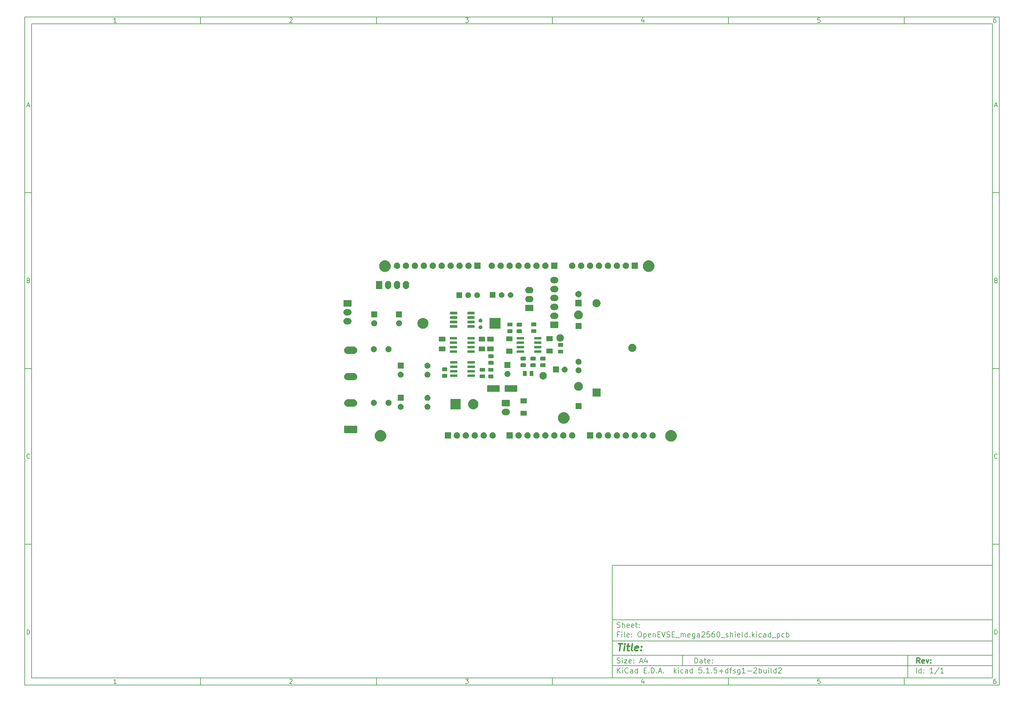
<source format=gts>
G04 #@! TF.GenerationSoftware,KiCad,Pcbnew,5.1.5+dfsg1-2build2*
G04 #@! TF.CreationDate,2023-01-29T23:08:56+01:00*
G04 #@! TF.ProjectId,OpenEVSE_mega2560_shield,4f70656e-4556-4534-955f-6d6567613235,rev?*
G04 #@! TF.SameCoordinates,Original*
G04 #@! TF.FileFunction,Soldermask,Top*
G04 #@! TF.FilePolarity,Negative*
%FSLAX46Y46*%
G04 Gerber Fmt 4.6, Leading zero omitted, Abs format (unit mm)*
G04 Created by KiCad (PCBNEW 5.1.5+dfsg1-2build2) date 2023-01-29 23:08:56*
%MOMM*%
%LPD*%
G04 APERTURE LIST*
%ADD10C,0.100000*%
%ADD11C,0.150000*%
%ADD12C,0.300000*%
%ADD13C,0.400000*%
G04 APERTURE END LIST*
D10*
D11*
X177002200Y-166007200D02*
X177002200Y-198007200D01*
X285002200Y-198007200D01*
X285002200Y-166007200D01*
X177002200Y-166007200D01*
D10*
D11*
X10000000Y-10000000D02*
X10000000Y-200007200D01*
X287002200Y-200007200D01*
X287002200Y-10000000D01*
X10000000Y-10000000D01*
D10*
D11*
X12000000Y-12000000D02*
X12000000Y-198007200D01*
X285002200Y-198007200D01*
X285002200Y-12000000D01*
X12000000Y-12000000D01*
D10*
D11*
X60000000Y-12000000D02*
X60000000Y-10000000D01*
D10*
D11*
X110000000Y-12000000D02*
X110000000Y-10000000D01*
D10*
D11*
X160000000Y-12000000D02*
X160000000Y-10000000D01*
D10*
D11*
X210000000Y-12000000D02*
X210000000Y-10000000D01*
D10*
D11*
X260000000Y-12000000D02*
X260000000Y-10000000D01*
D10*
D11*
X36065476Y-11588095D02*
X35322619Y-11588095D01*
X35694047Y-11588095D02*
X35694047Y-10288095D01*
X35570238Y-10473809D01*
X35446428Y-10597619D01*
X35322619Y-10659523D01*
D10*
D11*
X85322619Y-10411904D02*
X85384523Y-10350000D01*
X85508333Y-10288095D01*
X85817857Y-10288095D01*
X85941666Y-10350000D01*
X86003571Y-10411904D01*
X86065476Y-10535714D01*
X86065476Y-10659523D01*
X86003571Y-10845238D01*
X85260714Y-11588095D01*
X86065476Y-11588095D01*
D10*
D11*
X135260714Y-10288095D02*
X136065476Y-10288095D01*
X135632142Y-10783333D01*
X135817857Y-10783333D01*
X135941666Y-10845238D01*
X136003571Y-10907142D01*
X136065476Y-11030952D01*
X136065476Y-11340476D01*
X136003571Y-11464285D01*
X135941666Y-11526190D01*
X135817857Y-11588095D01*
X135446428Y-11588095D01*
X135322619Y-11526190D01*
X135260714Y-11464285D01*
D10*
D11*
X185941666Y-10721428D02*
X185941666Y-11588095D01*
X185632142Y-10226190D02*
X185322619Y-11154761D01*
X186127380Y-11154761D01*
D10*
D11*
X236003571Y-10288095D02*
X235384523Y-10288095D01*
X235322619Y-10907142D01*
X235384523Y-10845238D01*
X235508333Y-10783333D01*
X235817857Y-10783333D01*
X235941666Y-10845238D01*
X236003571Y-10907142D01*
X236065476Y-11030952D01*
X236065476Y-11340476D01*
X236003571Y-11464285D01*
X235941666Y-11526190D01*
X235817857Y-11588095D01*
X235508333Y-11588095D01*
X235384523Y-11526190D01*
X235322619Y-11464285D01*
D10*
D11*
X285941666Y-10288095D02*
X285694047Y-10288095D01*
X285570238Y-10350000D01*
X285508333Y-10411904D01*
X285384523Y-10597619D01*
X285322619Y-10845238D01*
X285322619Y-11340476D01*
X285384523Y-11464285D01*
X285446428Y-11526190D01*
X285570238Y-11588095D01*
X285817857Y-11588095D01*
X285941666Y-11526190D01*
X286003571Y-11464285D01*
X286065476Y-11340476D01*
X286065476Y-11030952D01*
X286003571Y-10907142D01*
X285941666Y-10845238D01*
X285817857Y-10783333D01*
X285570238Y-10783333D01*
X285446428Y-10845238D01*
X285384523Y-10907142D01*
X285322619Y-11030952D01*
D10*
D11*
X60000000Y-198007200D02*
X60000000Y-200007200D01*
D10*
D11*
X110000000Y-198007200D02*
X110000000Y-200007200D01*
D10*
D11*
X160000000Y-198007200D02*
X160000000Y-200007200D01*
D10*
D11*
X210000000Y-198007200D02*
X210000000Y-200007200D01*
D10*
D11*
X260000000Y-198007200D02*
X260000000Y-200007200D01*
D10*
D11*
X36065476Y-199595295D02*
X35322619Y-199595295D01*
X35694047Y-199595295D02*
X35694047Y-198295295D01*
X35570238Y-198481009D01*
X35446428Y-198604819D01*
X35322619Y-198666723D01*
D10*
D11*
X85322619Y-198419104D02*
X85384523Y-198357200D01*
X85508333Y-198295295D01*
X85817857Y-198295295D01*
X85941666Y-198357200D01*
X86003571Y-198419104D01*
X86065476Y-198542914D01*
X86065476Y-198666723D01*
X86003571Y-198852438D01*
X85260714Y-199595295D01*
X86065476Y-199595295D01*
D10*
D11*
X135260714Y-198295295D02*
X136065476Y-198295295D01*
X135632142Y-198790533D01*
X135817857Y-198790533D01*
X135941666Y-198852438D01*
X136003571Y-198914342D01*
X136065476Y-199038152D01*
X136065476Y-199347676D01*
X136003571Y-199471485D01*
X135941666Y-199533390D01*
X135817857Y-199595295D01*
X135446428Y-199595295D01*
X135322619Y-199533390D01*
X135260714Y-199471485D01*
D10*
D11*
X185941666Y-198728628D02*
X185941666Y-199595295D01*
X185632142Y-198233390D02*
X185322619Y-199161961D01*
X186127380Y-199161961D01*
D10*
D11*
X236003571Y-198295295D02*
X235384523Y-198295295D01*
X235322619Y-198914342D01*
X235384523Y-198852438D01*
X235508333Y-198790533D01*
X235817857Y-198790533D01*
X235941666Y-198852438D01*
X236003571Y-198914342D01*
X236065476Y-199038152D01*
X236065476Y-199347676D01*
X236003571Y-199471485D01*
X235941666Y-199533390D01*
X235817857Y-199595295D01*
X235508333Y-199595295D01*
X235384523Y-199533390D01*
X235322619Y-199471485D01*
D10*
D11*
X285941666Y-198295295D02*
X285694047Y-198295295D01*
X285570238Y-198357200D01*
X285508333Y-198419104D01*
X285384523Y-198604819D01*
X285322619Y-198852438D01*
X285322619Y-199347676D01*
X285384523Y-199471485D01*
X285446428Y-199533390D01*
X285570238Y-199595295D01*
X285817857Y-199595295D01*
X285941666Y-199533390D01*
X286003571Y-199471485D01*
X286065476Y-199347676D01*
X286065476Y-199038152D01*
X286003571Y-198914342D01*
X285941666Y-198852438D01*
X285817857Y-198790533D01*
X285570238Y-198790533D01*
X285446428Y-198852438D01*
X285384523Y-198914342D01*
X285322619Y-199038152D01*
D10*
D11*
X10000000Y-60000000D02*
X12000000Y-60000000D01*
D10*
D11*
X10000000Y-110000000D02*
X12000000Y-110000000D01*
D10*
D11*
X10000000Y-160000000D02*
X12000000Y-160000000D01*
D10*
D11*
X10690476Y-35216666D02*
X11309523Y-35216666D01*
X10566666Y-35588095D02*
X11000000Y-34288095D01*
X11433333Y-35588095D01*
D10*
D11*
X11092857Y-84907142D02*
X11278571Y-84969047D01*
X11340476Y-85030952D01*
X11402380Y-85154761D01*
X11402380Y-85340476D01*
X11340476Y-85464285D01*
X11278571Y-85526190D01*
X11154761Y-85588095D01*
X10659523Y-85588095D01*
X10659523Y-84288095D01*
X11092857Y-84288095D01*
X11216666Y-84350000D01*
X11278571Y-84411904D01*
X11340476Y-84535714D01*
X11340476Y-84659523D01*
X11278571Y-84783333D01*
X11216666Y-84845238D01*
X11092857Y-84907142D01*
X10659523Y-84907142D01*
D10*
D11*
X11402380Y-135464285D02*
X11340476Y-135526190D01*
X11154761Y-135588095D01*
X11030952Y-135588095D01*
X10845238Y-135526190D01*
X10721428Y-135402380D01*
X10659523Y-135278571D01*
X10597619Y-135030952D01*
X10597619Y-134845238D01*
X10659523Y-134597619D01*
X10721428Y-134473809D01*
X10845238Y-134350000D01*
X11030952Y-134288095D01*
X11154761Y-134288095D01*
X11340476Y-134350000D01*
X11402380Y-134411904D01*
D10*
D11*
X10659523Y-185588095D02*
X10659523Y-184288095D01*
X10969047Y-184288095D01*
X11154761Y-184350000D01*
X11278571Y-184473809D01*
X11340476Y-184597619D01*
X11402380Y-184845238D01*
X11402380Y-185030952D01*
X11340476Y-185278571D01*
X11278571Y-185402380D01*
X11154761Y-185526190D01*
X10969047Y-185588095D01*
X10659523Y-185588095D01*
D10*
D11*
X287002200Y-60000000D02*
X285002200Y-60000000D01*
D10*
D11*
X287002200Y-110000000D02*
X285002200Y-110000000D01*
D10*
D11*
X287002200Y-160000000D02*
X285002200Y-160000000D01*
D10*
D11*
X285692676Y-35216666D02*
X286311723Y-35216666D01*
X285568866Y-35588095D02*
X286002200Y-34288095D01*
X286435533Y-35588095D01*
D10*
D11*
X286095057Y-84907142D02*
X286280771Y-84969047D01*
X286342676Y-85030952D01*
X286404580Y-85154761D01*
X286404580Y-85340476D01*
X286342676Y-85464285D01*
X286280771Y-85526190D01*
X286156961Y-85588095D01*
X285661723Y-85588095D01*
X285661723Y-84288095D01*
X286095057Y-84288095D01*
X286218866Y-84350000D01*
X286280771Y-84411904D01*
X286342676Y-84535714D01*
X286342676Y-84659523D01*
X286280771Y-84783333D01*
X286218866Y-84845238D01*
X286095057Y-84907142D01*
X285661723Y-84907142D01*
D10*
D11*
X286404580Y-135464285D02*
X286342676Y-135526190D01*
X286156961Y-135588095D01*
X286033152Y-135588095D01*
X285847438Y-135526190D01*
X285723628Y-135402380D01*
X285661723Y-135278571D01*
X285599819Y-135030952D01*
X285599819Y-134845238D01*
X285661723Y-134597619D01*
X285723628Y-134473809D01*
X285847438Y-134350000D01*
X286033152Y-134288095D01*
X286156961Y-134288095D01*
X286342676Y-134350000D01*
X286404580Y-134411904D01*
D10*
D11*
X285661723Y-185588095D02*
X285661723Y-184288095D01*
X285971247Y-184288095D01*
X286156961Y-184350000D01*
X286280771Y-184473809D01*
X286342676Y-184597619D01*
X286404580Y-184845238D01*
X286404580Y-185030952D01*
X286342676Y-185278571D01*
X286280771Y-185402380D01*
X286156961Y-185526190D01*
X285971247Y-185588095D01*
X285661723Y-185588095D01*
D10*
D11*
X200434342Y-193785771D02*
X200434342Y-192285771D01*
X200791485Y-192285771D01*
X201005771Y-192357200D01*
X201148628Y-192500057D01*
X201220057Y-192642914D01*
X201291485Y-192928628D01*
X201291485Y-193142914D01*
X201220057Y-193428628D01*
X201148628Y-193571485D01*
X201005771Y-193714342D01*
X200791485Y-193785771D01*
X200434342Y-193785771D01*
X202577200Y-193785771D02*
X202577200Y-193000057D01*
X202505771Y-192857200D01*
X202362914Y-192785771D01*
X202077200Y-192785771D01*
X201934342Y-192857200D01*
X202577200Y-193714342D02*
X202434342Y-193785771D01*
X202077200Y-193785771D01*
X201934342Y-193714342D01*
X201862914Y-193571485D01*
X201862914Y-193428628D01*
X201934342Y-193285771D01*
X202077200Y-193214342D01*
X202434342Y-193214342D01*
X202577200Y-193142914D01*
X203077200Y-192785771D02*
X203648628Y-192785771D01*
X203291485Y-192285771D02*
X203291485Y-193571485D01*
X203362914Y-193714342D01*
X203505771Y-193785771D01*
X203648628Y-193785771D01*
X204720057Y-193714342D02*
X204577200Y-193785771D01*
X204291485Y-193785771D01*
X204148628Y-193714342D01*
X204077200Y-193571485D01*
X204077200Y-193000057D01*
X204148628Y-192857200D01*
X204291485Y-192785771D01*
X204577200Y-192785771D01*
X204720057Y-192857200D01*
X204791485Y-193000057D01*
X204791485Y-193142914D01*
X204077200Y-193285771D01*
X205434342Y-193642914D02*
X205505771Y-193714342D01*
X205434342Y-193785771D01*
X205362914Y-193714342D01*
X205434342Y-193642914D01*
X205434342Y-193785771D01*
X205434342Y-192857200D02*
X205505771Y-192928628D01*
X205434342Y-193000057D01*
X205362914Y-192928628D01*
X205434342Y-192857200D01*
X205434342Y-193000057D01*
D10*
D11*
X177002200Y-194507200D02*
X285002200Y-194507200D01*
D10*
D11*
X178434342Y-196585771D02*
X178434342Y-195085771D01*
X179291485Y-196585771D02*
X178648628Y-195728628D01*
X179291485Y-195085771D02*
X178434342Y-195942914D01*
X179934342Y-196585771D02*
X179934342Y-195585771D01*
X179934342Y-195085771D02*
X179862914Y-195157200D01*
X179934342Y-195228628D01*
X180005771Y-195157200D01*
X179934342Y-195085771D01*
X179934342Y-195228628D01*
X181505771Y-196442914D02*
X181434342Y-196514342D01*
X181220057Y-196585771D01*
X181077200Y-196585771D01*
X180862914Y-196514342D01*
X180720057Y-196371485D01*
X180648628Y-196228628D01*
X180577200Y-195942914D01*
X180577200Y-195728628D01*
X180648628Y-195442914D01*
X180720057Y-195300057D01*
X180862914Y-195157200D01*
X181077200Y-195085771D01*
X181220057Y-195085771D01*
X181434342Y-195157200D01*
X181505771Y-195228628D01*
X182791485Y-196585771D02*
X182791485Y-195800057D01*
X182720057Y-195657200D01*
X182577200Y-195585771D01*
X182291485Y-195585771D01*
X182148628Y-195657200D01*
X182791485Y-196514342D02*
X182648628Y-196585771D01*
X182291485Y-196585771D01*
X182148628Y-196514342D01*
X182077200Y-196371485D01*
X182077200Y-196228628D01*
X182148628Y-196085771D01*
X182291485Y-196014342D01*
X182648628Y-196014342D01*
X182791485Y-195942914D01*
X184148628Y-196585771D02*
X184148628Y-195085771D01*
X184148628Y-196514342D02*
X184005771Y-196585771D01*
X183720057Y-196585771D01*
X183577200Y-196514342D01*
X183505771Y-196442914D01*
X183434342Y-196300057D01*
X183434342Y-195871485D01*
X183505771Y-195728628D01*
X183577200Y-195657200D01*
X183720057Y-195585771D01*
X184005771Y-195585771D01*
X184148628Y-195657200D01*
X186005771Y-195800057D02*
X186505771Y-195800057D01*
X186720057Y-196585771D02*
X186005771Y-196585771D01*
X186005771Y-195085771D01*
X186720057Y-195085771D01*
X187362914Y-196442914D02*
X187434342Y-196514342D01*
X187362914Y-196585771D01*
X187291485Y-196514342D01*
X187362914Y-196442914D01*
X187362914Y-196585771D01*
X188077200Y-196585771D02*
X188077200Y-195085771D01*
X188434342Y-195085771D01*
X188648628Y-195157200D01*
X188791485Y-195300057D01*
X188862914Y-195442914D01*
X188934342Y-195728628D01*
X188934342Y-195942914D01*
X188862914Y-196228628D01*
X188791485Y-196371485D01*
X188648628Y-196514342D01*
X188434342Y-196585771D01*
X188077200Y-196585771D01*
X189577200Y-196442914D02*
X189648628Y-196514342D01*
X189577200Y-196585771D01*
X189505771Y-196514342D01*
X189577200Y-196442914D01*
X189577200Y-196585771D01*
X190220057Y-196157200D02*
X190934342Y-196157200D01*
X190077200Y-196585771D02*
X190577200Y-195085771D01*
X191077200Y-196585771D01*
X191577200Y-196442914D02*
X191648628Y-196514342D01*
X191577200Y-196585771D01*
X191505771Y-196514342D01*
X191577200Y-196442914D01*
X191577200Y-196585771D01*
X194577200Y-196585771D02*
X194577200Y-195085771D01*
X194720057Y-196014342D02*
X195148628Y-196585771D01*
X195148628Y-195585771D02*
X194577200Y-196157200D01*
X195791485Y-196585771D02*
X195791485Y-195585771D01*
X195791485Y-195085771D02*
X195720057Y-195157200D01*
X195791485Y-195228628D01*
X195862914Y-195157200D01*
X195791485Y-195085771D01*
X195791485Y-195228628D01*
X197148628Y-196514342D02*
X197005771Y-196585771D01*
X196720057Y-196585771D01*
X196577200Y-196514342D01*
X196505771Y-196442914D01*
X196434342Y-196300057D01*
X196434342Y-195871485D01*
X196505771Y-195728628D01*
X196577200Y-195657200D01*
X196720057Y-195585771D01*
X197005771Y-195585771D01*
X197148628Y-195657200D01*
X198434342Y-196585771D02*
X198434342Y-195800057D01*
X198362914Y-195657200D01*
X198220057Y-195585771D01*
X197934342Y-195585771D01*
X197791485Y-195657200D01*
X198434342Y-196514342D02*
X198291485Y-196585771D01*
X197934342Y-196585771D01*
X197791485Y-196514342D01*
X197720057Y-196371485D01*
X197720057Y-196228628D01*
X197791485Y-196085771D01*
X197934342Y-196014342D01*
X198291485Y-196014342D01*
X198434342Y-195942914D01*
X199791485Y-196585771D02*
X199791485Y-195085771D01*
X199791485Y-196514342D02*
X199648628Y-196585771D01*
X199362914Y-196585771D01*
X199220057Y-196514342D01*
X199148628Y-196442914D01*
X199077200Y-196300057D01*
X199077200Y-195871485D01*
X199148628Y-195728628D01*
X199220057Y-195657200D01*
X199362914Y-195585771D01*
X199648628Y-195585771D01*
X199791485Y-195657200D01*
X202362914Y-195085771D02*
X201648628Y-195085771D01*
X201577200Y-195800057D01*
X201648628Y-195728628D01*
X201791485Y-195657200D01*
X202148628Y-195657200D01*
X202291485Y-195728628D01*
X202362914Y-195800057D01*
X202434342Y-195942914D01*
X202434342Y-196300057D01*
X202362914Y-196442914D01*
X202291485Y-196514342D01*
X202148628Y-196585771D01*
X201791485Y-196585771D01*
X201648628Y-196514342D01*
X201577200Y-196442914D01*
X203077200Y-196442914D02*
X203148628Y-196514342D01*
X203077200Y-196585771D01*
X203005771Y-196514342D01*
X203077200Y-196442914D01*
X203077200Y-196585771D01*
X204577200Y-196585771D02*
X203720057Y-196585771D01*
X204148628Y-196585771D02*
X204148628Y-195085771D01*
X204005771Y-195300057D01*
X203862914Y-195442914D01*
X203720057Y-195514342D01*
X205220057Y-196442914D02*
X205291485Y-196514342D01*
X205220057Y-196585771D01*
X205148628Y-196514342D01*
X205220057Y-196442914D01*
X205220057Y-196585771D01*
X206648628Y-195085771D02*
X205934342Y-195085771D01*
X205862914Y-195800057D01*
X205934342Y-195728628D01*
X206077200Y-195657200D01*
X206434342Y-195657200D01*
X206577200Y-195728628D01*
X206648628Y-195800057D01*
X206720057Y-195942914D01*
X206720057Y-196300057D01*
X206648628Y-196442914D01*
X206577200Y-196514342D01*
X206434342Y-196585771D01*
X206077200Y-196585771D01*
X205934342Y-196514342D01*
X205862914Y-196442914D01*
X207362914Y-196014342D02*
X208505771Y-196014342D01*
X207934342Y-196585771D02*
X207934342Y-195442914D01*
X209862914Y-196585771D02*
X209862914Y-195085771D01*
X209862914Y-196514342D02*
X209720057Y-196585771D01*
X209434342Y-196585771D01*
X209291485Y-196514342D01*
X209220057Y-196442914D01*
X209148628Y-196300057D01*
X209148628Y-195871485D01*
X209220057Y-195728628D01*
X209291485Y-195657200D01*
X209434342Y-195585771D01*
X209720057Y-195585771D01*
X209862914Y-195657200D01*
X210362914Y-195585771D02*
X210934342Y-195585771D01*
X210577200Y-196585771D02*
X210577200Y-195300057D01*
X210648628Y-195157200D01*
X210791485Y-195085771D01*
X210934342Y-195085771D01*
X211362914Y-196514342D02*
X211505771Y-196585771D01*
X211791485Y-196585771D01*
X211934342Y-196514342D01*
X212005771Y-196371485D01*
X212005771Y-196300057D01*
X211934342Y-196157200D01*
X211791485Y-196085771D01*
X211577200Y-196085771D01*
X211434342Y-196014342D01*
X211362914Y-195871485D01*
X211362914Y-195800057D01*
X211434342Y-195657200D01*
X211577200Y-195585771D01*
X211791485Y-195585771D01*
X211934342Y-195657200D01*
X213291485Y-195585771D02*
X213291485Y-196800057D01*
X213220057Y-196942914D01*
X213148628Y-197014342D01*
X213005771Y-197085771D01*
X212791485Y-197085771D01*
X212648628Y-197014342D01*
X213291485Y-196514342D02*
X213148628Y-196585771D01*
X212862914Y-196585771D01*
X212720057Y-196514342D01*
X212648628Y-196442914D01*
X212577200Y-196300057D01*
X212577200Y-195871485D01*
X212648628Y-195728628D01*
X212720057Y-195657200D01*
X212862914Y-195585771D01*
X213148628Y-195585771D01*
X213291485Y-195657200D01*
X214791485Y-196585771D02*
X213934342Y-196585771D01*
X214362914Y-196585771D02*
X214362914Y-195085771D01*
X214220057Y-195300057D01*
X214077200Y-195442914D01*
X213934342Y-195514342D01*
X215434342Y-196014342D02*
X216577200Y-196014342D01*
X217220057Y-195228628D02*
X217291485Y-195157200D01*
X217434342Y-195085771D01*
X217791485Y-195085771D01*
X217934342Y-195157200D01*
X218005771Y-195228628D01*
X218077200Y-195371485D01*
X218077200Y-195514342D01*
X218005771Y-195728628D01*
X217148628Y-196585771D01*
X218077200Y-196585771D01*
X218720057Y-196585771D02*
X218720057Y-195085771D01*
X218720057Y-195657200D02*
X218862914Y-195585771D01*
X219148628Y-195585771D01*
X219291485Y-195657200D01*
X219362914Y-195728628D01*
X219434342Y-195871485D01*
X219434342Y-196300057D01*
X219362914Y-196442914D01*
X219291485Y-196514342D01*
X219148628Y-196585771D01*
X218862914Y-196585771D01*
X218720057Y-196514342D01*
X220720057Y-195585771D02*
X220720057Y-196585771D01*
X220077200Y-195585771D02*
X220077200Y-196371485D01*
X220148628Y-196514342D01*
X220291485Y-196585771D01*
X220505771Y-196585771D01*
X220648628Y-196514342D01*
X220720057Y-196442914D01*
X221434342Y-196585771D02*
X221434342Y-195585771D01*
X221434342Y-195085771D02*
X221362914Y-195157200D01*
X221434342Y-195228628D01*
X221505771Y-195157200D01*
X221434342Y-195085771D01*
X221434342Y-195228628D01*
X222362914Y-196585771D02*
X222220057Y-196514342D01*
X222148628Y-196371485D01*
X222148628Y-195085771D01*
X223577200Y-196585771D02*
X223577200Y-195085771D01*
X223577200Y-196514342D02*
X223434342Y-196585771D01*
X223148628Y-196585771D01*
X223005771Y-196514342D01*
X222934342Y-196442914D01*
X222862914Y-196300057D01*
X222862914Y-195871485D01*
X222934342Y-195728628D01*
X223005771Y-195657200D01*
X223148628Y-195585771D01*
X223434342Y-195585771D01*
X223577200Y-195657200D01*
X224220057Y-195228628D02*
X224291485Y-195157200D01*
X224434342Y-195085771D01*
X224791485Y-195085771D01*
X224934342Y-195157200D01*
X225005771Y-195228628D01*
X225077200Y-195371485D01*
X225077200Y-195514342D01*
X225005771Y-195728628D01*
X224148628Y-196585771D01*
X225077200Y-196585771D01*
D10*
D11*
X177002200Y-191507200D02*
X285002200Y-191507200D01*
D10*
D12*
X264411485Y-193785771D02*
X263911485Y-193071485D01*
X263554342Y-193785771D02*
X263554342Y-192285771D01*
X264125771Y-192285771D01*
X264268628Y-192357200D01*
X264340057Y-192428628D01*
X264411485Y-192571485D01*
X264411485Y-192785771D01*
X264340057Y-192928628D01*
X264268628Y-193000057D01*
X264125771Y-193071485D01*
X263554342Y-193071485D01*
X265625771Y-193714342D02*
X265482914Y-193785771D01*
X265197200Y-193785771D01*
X265054342Y-193714342D01*
X264982914Y-193571485D01*
X264982914Y-193000057D01*
X265054342Y-192857200D01*
X265197200Y-192785771D01*
X265482914Y-192785771D01*
X265625771Y-192857200D01*
X265697200Y-193000057D01*
X265697200Y-193142914D01*
X264982914Y-193285771D01*
X266197200Y-192785771D02*
X266554342Y-193785771D01*
X266911485Y-192785771D01*
X267482914Y-193642914D02*
X267554342Y-193714342D01*
X267482914Y-193785771D01*
X267411485Y-193714342D01*
X267482914Y-193642914D01*
X267482914Y-193785771D01*
X267482914Y-192857200D02*
X267554342Y-192928628D01*
X267482914Y-193000057D01*
X267411485Y-192928628D01*
X267482914Y-192857200D01*
X267482914Y-193000057D01*
D10*
D11*
X178362914Y-193714342D02*
X178577200Y-193785771D01*
X178934342Y-193785771D01*
X179077200Y-193714342D01*
X179148628Y-193642914D01*
X179220057Y-193500057D01*
X179220057Y-193357200D01*
X179148628Y-193214342D01*
X179077200Y-193142914D01*
X178934342Y-193071485D01*
X178648628Y-193000057D01*
X178505771Y-192928628D01*
X178434342Y-192857200D01*
X178362914Y-192714342D01*
X178362914Y-192571485D01*
X178434342Y-192428628D01*
X178505771Y-192357200D01*
X178648628Y-192285771D01*
X179005771Y-192285771D01*
X179220057Y-192357200D01*
X179862914Y-193785771D02*
X179862914Y-192785771D01*
X179862914Y-192285771D02*
X179791485Y-192357200D01*
X179862914Y-192428628D01*
X179934342Y-192357200D01*
X179862914Y-192285771D01*
X179862914Y-192428628D01*
X180434342Y-192785771D02*
X181220057Y-192785771D01*
X180434342Y-193785771D01*
X181220057Y-193785771D01*
X182362914Y-193714342D02*
X182220057Y-193785771D01*
X181934342Y-193785771D01*
X181791485Y-193714342D01*
X181720057Y-193571485D01*
X181720057Y-193000057D01*
X181791485Y-192857200D01*
X181934342Y-192785771D01*
X182220057Y-192785771D01*
X182362914Y-192857200D01*
X182434342Y-193000057D01*
X182434342Y-193142914D01*
X181720057Y-193285771D01*
X183077200Y-193642914D02*
X183148628Y-193714342D01*
X183077200Y-193785771D01*
X183005771Y-193714342D01*
X183077200Y-193642914D01*
X183077200Y-193785771D01*
X183077200Y-192857200D02*
X183148628Y-192928628D01*
X183077200Y-193000057D01*
X183005771Y-192928628D01*
X183077200Y-192857200D01*
X183077200Y-193000057D01*
X184862914Y-193357200D02*
X185577200Y-193357200D01*
X184720057Y-193785771D02*
X185220057Y-192285771D01*
X185720057Y-193785771D01*
X186862914Y-192785771D02*
X186862914Y-193785771D01*
X186505771Y-192214342D02*
X186148628Y-193285771D01*
X187077200Y-193285771D01*
D10*
D11*
X263434342Y-196585771D02*
X263434342Y-195085771D01*
X264791485Y-196585771D02*
X264791485Y-195085771D01*
X264791485Y-196514342D02*
X264648628Y-196585771D01*
X264362914Y-196585771D01*
X264220057Y-196514342D01*
X264148628Y-196442914D01*
X264077200Y-196300057D01*
X264077200Y-195871485D01*
X264148628Y-195728628D01*
X264220057Y-195657200D01*
X264362914Y-195585771D01*
X264648628Y-195585771D01*
X264791485Y-195657200D01*
X265505771Y-196442914D02*
X265577200Y-196514342D01*
X265505771Y-196585771D01*
X265434342Y-196514342D01*
X265505771Y-196442914D01*
X265505771Y-196585771D01*
X265505771Y-195657200D02*
X265577200Y-195728628D01*
X265505771Y-195800057D01*
X265434342Y-195728628D01*
X265505771Y-195657200D01*
X265505771Y-195800057D01*
X268148628Y-196585771D02*
X267291485Y-196585771D01*
X267720057Y-196585771D02*
X267720057Y-195085771D01*
X267577200Y-195300057D01*
X267434342Y-195442914D01*
X267291485Y-195514342D01*
X269862914Y-195014342D02*
X268577200Y-196942914D01*
X271148628Y-196585771D02*
X270291485Y-196585771D01*
X270720057Y-196585771D02*
X270720057Y-195085771D01*
X270577200Y-195300057D01*
X270434342Y-195442914D01*
X270291485Y-195514342D01*
D10*
D11*
X177002200Y-187507200D02*
X285002200Y-187507200D01*
D10*
D13*
X178714580Y-188211961D02*
X179857438Y-188211961D01*
X179036009Y-190211961D02*
X179286009Y-188211961D01*
X180274104Y-190211961D02*
X180440771Y-188878628D01*
X180524104Y-188211961D02*
X180416961Y-188307200D01*
X180500295Y-188402438D01*
X180607438Y-188307200D01*
X180524104Y-188211961D01*
X180500295Y-188402438D01*
X181107438Y-188878628D02*
X181869342Y-188878628D01*
X181476485Y-188211961D02*
X181262200Y-189926247D01*
X181333628Y-190116723D01*
X181512200Y-190211961D01*
X181702676Y-190211961D01*
X182655057Y-190211961D02*
X182476485Y-190116723D01*
X182405057Y-189926247D01*
X182619342Y-188211961D01*
X184190771Y-190116723D02*
X183988390Y-190211961D01*
X183607438Y-190211961D01*
X183428866Y-190116723D01*
X183357438Y-189926247D01*
X183452676Y-189164342D01*
X183571723Y-188973866D01*
X183774104Y-188878628D01*
X184155057Y-188878628D01*
X184333628Y-188973866D01*
X184405057Y-189164342D01*
X184381247Y-189354819D01*
X183405057Y-189545295D01*
X185155057Y-190021485D02*
X185238390Y-190116723D01*
X185131247Y-190211961D01*
X185047914Y-190116723D01*
X185155057Y-190021485D01*
X185131247Y-190211961D01*
X185286009Y-188973866D02*
X185369342Y-189069104D01*
X185262200Y-189164342D01*
X185178866Y-189069104D01*
X185286009Y-188973866D01*
X185262200Y-189164342D01*
D10*
D11*
X178934342Y-185600057D02*
X178434342Y-185600057D01*
X178434342Y-186385771D02*
X178434342Y-184885771D01*
X179148628Y-184885771D01*
X179720057Y-186385771D02*
X179720057Y-185385771D01*
X179720057Y-184885771D02*
X179648628Y-184957200D01*
X179720057Y-185028628D01*
X179791485Y-184957200D01*
X179720057Y-184885771D01*
X179720057Y-185028628D01*
X180648628Y-186385771D02*
X180505771Y-186314342D01*
X180434342Y-186171485D01*
X180434342Y-184885771D01*
X181791485Y-186314342D02*
X181648628Y-186385771D01*
X181362914Y-186385771D01*
X181220057Y-186314342D01*
X181148628Y-186171485D01*
X181148628Y-185600057D01*
X181220057Y-185457200D01*
X181362914Y-185385771D01*
X181648628Y-185385771D01*
X181791485Y-185457200D01*
X181862914Y-185600057D01*
X181862914Y-185742914D01*
X181148628Y-185885771D01*
X182505771Y-186242914D02*
X182577200Y-186314342D01*
X182505771Y-186385771D01*
X182434342Y-186314342D01*
X182505771Y-186242914D01*
X182505771Y-186385771D01*
X182505771Y-185457200D02*
X182577200Y-185528628D01*
X182505771Y-185600057D01*
X182434342Y-185528628D01*
X182505771Y-185457200D01*
X182505771Y-185600057D01*
X184648628Y-184885771D02*
X184934342Y-184885771D01*
X185077200Y-184957200D01*
X185220057Y-185100057D01*
X185291485Y-185385771D01*
X185291485Y-185885771D01*
X185220057Y-186171485D01*
X185077200Y-186314342D01*
X184934342Y-186385771D01*
X184648628Y-186385771D01*
X184505771Y-186314342D01*
X184362914Y-186171485D01*
X184291485Y-185885771D01*
X184291485Y-185385771D01*
X184362914Y-185100057D01*
X184505771Y-184957200D01*
X184648628Y-184885771D01*
X185934342Y-185385771D02*
X185934342Y-186885771D01*
X185934342Y-185457200D02*
X186077200Y-185385771D01*
X186362914Y-185385771D01*
X186505771Y-185457200D01*
X186577200Y-185528628D01*
X186648628Y-185671485D01*
X186648628Y-186100057D01*
X186577200Y-186242914D01*
X186505771Y-186314342D01*
X186362914Y-186385771D01*
X186077200Y-186385771D01*
X185934342Y-186314342D01*
X187862914Y-186314342D02*
X187720057Y-186385771D01*
X187434342Y-186385771D01*
X187291485Y-186314342D01*
X187220057Y-186171485D01*
X187220057Y-185600057D01*
X187291485Y-185457200D01*
X187434342Y-185385771D01*
X187720057Y-185385771D01*
X187862914Y-185457200D01*
X187934342Y-185600057D01*
X187934342Y-185742914D01*
X187220057Y-185885771D01*
X188577200Y-185385771D02*
X188577200Y-186385771D01*
X188577200Y-185528628D02*
X188648628Y-185457200D01*
X188791485Y-185385771D01*
X189005771Y-185385771D01*
X189148628Y-185457200D01*
X189220057Y-185600057D01*
X189220057Y-186385771D01*
X189934342Y-185600057D02*
X190434342Y-185600057D01*
X190648628Y-186385771D02*
X189934342Y-186385771D01*
X189934342Y-184885771D01*
X190648628Y-184885771D01*
X191077200Y-184885771D02*
X191577200Y-186385771D01*
X192077200Y-184885771D01*
X192505771Y-186314342D02*
X192720057Y-186385771D01*
X193077200Y-186385771D01*
X193220057Y-186314342D01*
X193291485Y-186242914D01*
X193362914Y-186100057D01*
X193362914Y-185957200D01*
X193291485Y-185814342D01*
X193220057Y-185742914D01*
X193077200Y-185671485D01*
X192791485Y-185600057D01*
X192648628Y-185528628D01*
X192577200Y-185457200D01*
X192505771Y-185314342D01*
X192505771Y-185171485D01*
X192577200Y-185028628D01*
X192648628Y-184957200D01*
X192791485Y-184885771D01*
X193148628Y-184885771D01*
X193362914Y-184957200D01*
X194005771Y-185600057D02*
X194505771Y-185600057D01*
X194720057Y-186385771D02*
X194005771Y-186385771D01*
X194005771Y-184885771D01*
X194720057Y-184885771D01*
X195005771Y-186528628D02*
X196148628Y-186528628D01*
X196505771Y-186385771D02*
X196505771Y-185385771D01*
X196505771Y-185528628D02*
X196577200Y-185457200D01*
X196720057Y-185385771D01*
X196934342Y-185385771D01*
X197077200Y-185457200D01*
X197148628Y-185600057D01*
X197148628Y-186385771D01*
X197148628Y-185600057D02*
X197220057Y-185457200D01*
X197362914Y-185385771D01*
X197577200Y-185385771D01*
X197720057Y-185457200D01*
X197791485Y-185600057D01*
X197791485Y-186385771D01*
X199077200Y-186314342D02*
X198934342Y-186385771D01*
X198648628Y-186385771D01*
X198505771Y-186314342D01*
X198434342Y-186171485D01*
X198434342Y-185600057D01*
X198505771Y-185457200D01*
X198648628Y-185385771D01*
X198934342Y-185385771D01*
X199077200Y-185457200D01*
X199148628Y-185600057D01*
X199148628Y-185742914D01*
X198434342Y-185885771D01*
X200434342Y-185385771D02*
X200434342Y-186600057D01*
X200362914Y-186742914D01*
X200291485Y-186814342D01*
X200148628Y-186885771D01*
X199934342Y-186885771D01*
X199791485Y-186814342D01*
X200434342Y-186314342D02*
X200291485Y-186385771D01*
X200005771Y-186385771D01*
X199862914Y-186314342D01*
X199791485Y-186242914D01*
X199720057Y-186100057D01*
X199720057Y-185671485D01*
X199791485Y-185528628D01*
X199862914Y-185457200D01*
X200005771Y-185385771D01*
X200291485Y-185385771D01*
X200434342Y-185457200D01*
X201791485Y-186385771D02*
X201791485Y-185600057D01*
X201720057Y-185457200D01*
X201577200Y-185385771D01*
X201291485Y-185385771D01*
X201148628Y-185457200D01*
X201791485Y-186314342D02*
X201648628Y-186385771D01*
X201291485Y-186385771D01*
X201148628Y-186314342D01*
X201077200Y-186171485D01*
X201077200Y-186028628D01*
X201148628Y-185885771D01*
X201291485Y-185814342D01*
X201648628Y-185814342D01*
X201791485Y-185742914D01*
X202434342Y-185028628D02*
X202505771Y-184957200D01*
X202648628Y-184885771D01*
X203005771Y-184885771D01*
X203148628Y-184957200D01*
X203220057Y-185028628D01*
X203291485Y-185171485D01*
X203291485Y-185314342D01*
X203220057Y-185528628D01*
X202362914Y-186385771D01*
X203291485Y-186385771D01*
X204648628Y-184885771D02*
X203934342Y-184885771D01*
X203862914Y-185600057D01*
X203934342Y-185528628D01*
X204077200Y-185457200D01*
X204434342Y-185457200D01*
X204577200Y-185528628D01*
X204648628Y-185600057D01*
X204720057Y-185742914D01*
X204720057Y-186100057D01*
X204648628Y-186242914D01*
X204577200Y-186314342D01*
X204434342Y-186385771D01*
X204077200Y-186385771D01*
X203934342Y-186314342D01*
X203862914Y-186242914D01*
X206005771Y-184885771D02*
X205720057Y-184885771D01*
X205577200Y-184957200D01*
X205505771Y-185028628D01*
X205362914Y-185242914D01*
X205291485Y-185528628D01*
X205291485Y-186100057D01*
X205362914Y-186242914D01*
X205434342Y-186314342D01*
X205577200Y-186385771D01*
X205862914Y-186385771D01*
X206005771Y-186314342D01*
X206077200Y-186242914D01*
X206148628Y-186100057D01*
X206148628Y-185742914D01*
X206077200Y-185600057D01*
X206005771Y-185528628D01*
X205862914Y-185457200D01*
X205577200Y-185457200D01*
X205434342Y-185528628D01*
X205362914Y-185600057D01*
X205291485Y-185742914D01*
X207077200Y-184885771D02*
X207220057Y-184885771D01*
X207362914Y-184957200D01*
X207434342Y-185028628D01*
X207505771Y-185171485D01*
X207577200Y-185457200D01*
X207577200Y-185814342D01*
X207505771Y-186100057D01*
X207434342Y-186242914D01*
X207362914Y-186314342D01*
X207220057Y-186385771D01*
X207077200Y-186385771D01*
X206934342Y-186314342D01*
X206862914Y-186242914D01*
X206791485Y-186100057D01*
X206720057Y-185814342D01*
X206720057Y-185457200D01*
X206791485Y-185171485D01*
X206862914Y-185028628D01*
X206934342Y-184957200D01*
X207077200Y-184885771D01*
X207862914Y-186528628D02*
X209005771Y-186528628D01*
X209291485Y-186314342D02*
X209434342Y-186385771D01*
X209720057Y-186385771D01*
X209862914Y-186314342D01*
X209934342Y-186171485D01*
X209934342Y-186100057D01*
X209862914Y-185957200D01*
X209720057Y-185885771D01*
X209505771Y-185885771D01*
X209362914Y-185814342D01*
X209291485Y-185671485D01*
X209291485Y-185600057D01*
X209362914Y-185457200D01*
X209505771Y-185385771D01*
X209720057Y-185385771D01*
X209862914Y-185457200D01*
X210577200Y-186385771D02*
X210577200Y-184885771D01*
X211220057Y-186385771D02*
X211220057Y-185600057D01*
X211148628Y-185457200D01*
X211005771Y-185385771D01*
X210791485Y-185385771D01*
X210648628Y-185457200D01*
X210577200Y-185528628D01*
X211934342Y-186385771D02*
X211934342Y-185385771D01*
X211934342Y-184885771D02*
X211862914Y-184957200D01*
X211934342Y-185028628D01*
X212005771Y-184957200D01*
X211934342Y-184885771D01*
X211934342Y-185028628D01*
X213220057Y-186314342D02*
X213077200Y-186385771D01*
X212791485Y-186385771D01*
X212648628Y-186314342D01*
X212577200Y-186171485D01*
X212577200Y-185600057D01*
X212648628Y-185457200D01*
X212791485Y-185385771D01*
X213077200Y-185385771D01*
X213220057Y-185457200D01*
X213291485Y-185600057D01*
X213291485Y-185742914D01*
X212577200Y-185885771D01*
X214148628Y-186385771D02*
X214005771Y-186314342D01*
X213934342Y-186171485D01*
X213934342Y-184885771D01*
X215362914Y-186385771D02*
X215362914Y-184885771D01*
X215362914Y-186314342D02*
X215220057Y-186385771D01*
X214934342Y-186385771D01*
X214791485Y-186314342D01*
X214720057Y-186242914D01*
X214648628Y-186100057D01*
X214648628Y-185671485D01*
X214720057Y-185528628D01*
X214791485Y-185457200D01*
X214934342Y-185385771D01*
X215220057Y-185385771D01*
X215362914Y-185457200D01*
X216077200Y-186242914D02*
X216148628Y-186314342D01*
X216077200Y-186385771D01*
X216005771Y-186314342D01*
X216077200Y-186242914D01*
X216077200Y-186385771D01*
X216791485Y-186385771D02*
X216791485Y-184885771D01*
X216934342Y-185814342D02*
X217362914Y-186385771D01*
X217362914Y-185385771D02*
X216791485Y-185957200D01*
X218005771Y-186385771D02*
X218005771Y-185385771D01*
X218005771Y-184885771D02*
X217934342Y-184957200D01*
X218005771Y-185028628D01*
X218077200Y-184957200D01*
X218005771Y-184885771D01*
X218005771Y-185028628D01*
X219362914Y-186314342D02*
X219220057Y-186385771D01*
X218934342Y-186385771D01*
X218791485Y-186314342D01*
X218720057Y-186242914D01*
X218648628Y-186100057D01*
X218648628Y-185671485D01*
X218720057Y-185528628D01*
X218791485Y-185457200D01*
X218934342Y-185385771D01*
X219220057Y-185385771D01*
X219362914Y-185457200D01*
X220648628Y-186385771D02*
X220648628Y-185600057D01*
X220577200Y-185457200D01*
X220434342Y-185385771D01*
X220148628Y-185385771D01*
X220005771Y-185457200D01*
X220648628Y-186314342D02*
X220505771Y-186385771D01*
X220148628Y-186385771D01*
X220005771Y-186314342D01*
X219934342Y-186171485D01*
X219934342Y-186028628D01*
X220005771Y-185885771D01*
X220148628Y-185814342D01*
X220505771Y-185814342D01*
X220648628Y-185742914D01*
X222005771Y-186385771D02*
X222005771Y-184885771D01*
X222005771Y-186314342D02*
X221862914Y-186385771D01*
X221577200Y-186385771D01*
X221434342Y-186314342D01*
X221362914Y-186242914D01*
X221291485Y-186100057D01*
X221291485Y-185671485D01*
X221362914Y-185528628D01*
X221434342Y-185457200D01*
X221577200Y-185385771D01*
X221862914Y-185385771D01*
X222005771Y-185457200D01*
X222362914Y-186528628D02*
X223505771Y-186528628D01*
X223862914Y-185385771D02*
X223862914Y-186885771D01*
X223862914Y-185457200D02*
X224005771Y-185385771D01*
X224291485Y-185385771D01*
X224434342Y-185457200D01*
X224505771Y-185528628D01*
X224577200Y-185671485D01*
X224577200Y-186100057D01*
X224505771Y-186242914D01*
X224434342Y-186314342D01*
X224291485Y-186385771D01*
X224005771Y-186385771D01*
X223862914Y-186314342D01*
X225862914Y-186314342D02*
X225720057Y-186385771D01*
X225434342Y-186385771D01*
X225291485Y-186314342D01*
X225220057Y-186242914D01*
X225148628Y-186100057D01*
X225148628Y-185671485D01*
X225220057Y-185528628D01*
X225291485Y-185457200D01*
X225434342Y-185385771D01*
X225720057Y-185385771D01*
X225862914Y-185457200D01*
X226505771Y-186385771D02*
X226505771Y-184885771D01*
X226505771Y-185457200D02*
X226648628Y-185385771D01*
X226934342Y-185385771D01*
X227077200Y-185457200D01*
X227148628Y-185528628D01*
X227220057Y-185671485D01*
X227220057Y-186100057D01*
X227148628Y-186242914D01*
X227077200Y-186314342D01*
X226934342Y-186385771D01*
X226648628Y-186385771D01*
X226505771Y-186314342D01*
D10*
D11*
X177002200Y-181507200D02*
X285002200Y-181507200D01*
D10*
D11*
X178362914Y-183614342D02*
X178577200Y-183685771D01*
X178934342Y-183685771D01*
X179077200Y-183614342D01*
X179148628Y-183542914D01*
X179220057Y-183400057D01*
X179220057Y-183257200D01*
X179148628Y-183114342D01*
X179077200Y-183042914D01*
X178934342Y-182971485D01*
X178648628Y-182900057D01*
X178505771Y-182828628D01*
X178434342Y-182757200D01*
X178362914Y-182614342D01*
X178362914Y-182471485D01*
X178434342Y-182328628D01*
X178505771Y-182257200D01*
X178648628Y-182185771D01*
X179005771Y-182185771D01*
X179220057Y-182257200D01*
X179862914Y-183685771D02*
X179862914Y-182185771D01*
X180505771Y-183685771D02*
X180505771Y-182900057D01*
X180434342Y-182757200D01*
X180291485Y-182685771D01*
X180077200Y-182685771D01*
X179934342Y-182757200D01*
X179862914Y-182828628D01*
X181791485Y-183614342D02*
X181648628Y-183685771D01*
X181362914Y-183685771D01*
X181220057Y-183614342D01*
X181148628Y-183471485D01*
X181148628Y-182900057D01*
X181220057Y-182757200D01*
X181362914Y-182685771D01*
X181648628Y-182685771D01*
X181791485Y-182757200D01*
X181862914Y-182900057D01*
X181862914Y-183042914D01*
X181148628Y-183185771D01*
X183077200Y-183614342D02*
X182934342Y-183685771D01*
X182648628Y-183685771D01*
X182505771Y-183614342D01*
X182434342Y-183471485D01*
X182434342Y-182900057D01*
X182505771Y-182757200D01*
X182648628Y-182685771D01*
X182934342Y-182685771D01*
X183077200Y-182757200D01*
X183148628Y-182900057D01*
X183148628Y-183042914D01*
X182434342Y-183185771D01*
X183577200Y-182685771D02*
X184148628Y-182685771D01*
X183791485Y-182185771D02*
X183791485Y-183471485D01*
X183862914Y-183614342D01*
X184005771Y-183685771D01*
X184148628Y-183685771D01*
X184648628Y-183542914D02*
X184720057Y-183614342D01*
X184648628Y-183685771D01*
X184577200Y-183614342D01*
X184648628Y-183542914D01*
X184648628Y-183685771D01*
X184648628Y-182757200D02*
X184720057Y-182828628D01*
X184648628Y-182900057D01*
X184577200Y-182828628D01*
X184648628Y-182757200D01*
X184648628Y-182900057D01*
D10*
D11*
X197002200Y-191507200D02*
X197002200Y-194507200D01*
D10*
D11*
X261002200Y-191507200D02*
X261002200Y-198007200D01*
D10*
G36*
X194050256Y-127524898D02*
G01*
X194156579Y-127546047D01*
X194457042Y-127670503D01*
X194727451Y-127851185D01*
X194957415Y-128081149D01*
X195138097Y-128351558D01*
X195262553Y-128652021D01*
X195326000Y-128970991D01*
X195326000Y-129296209D01*
X195262553Y-129615179D01*
X195138097Y-129915642D01*
X194957415Y-130186051D01*
X194727451Y-130416015D01*
X194457042Y-130596697D01*
X194156579Y-130721153D01*
X194050256Y-130742302D01*
X193837611Y-130784600D01*
X193512389Y-130784600D01*
X193299744Y-130742302D01*
X193193421Y-130721153D01*
X192892958Y-130596697D01*
X192622549Y-130416015D01*
X192392585Y-130186051D01*
X192211903Y-129915642D01*
X192087447Y-129615179D01*
X192024000Y-129296209D01*
X192024000Y-128970991D01*
X192087447Y-128652021D01*
X192211903Y-128351558D01*
X192392585Y-128081149D01*
X192622549Y-127851185D01*
X192892958Y-127670503D01*
X193193421Y-127546047D01*
X193299744Y-127524898D01*
X193512389Y-127482600D01*
X193837611Y-127482600D01*
X194050256Y-127524898D01*
G37*
G36*
X111500256Y-127524898D02*
G01*
X111606579Y-127546047D01*
X111907042Y-127670503D01*
X112177451Y-127851185D01*
X112407415Y-128081149D01*
X112588097Y-128351558D01*
X112712553Y-128652021D01*
X112776000Y-128970991D01*
X112776000Y-129296209D01*
X112712553Y-129615179D01*
X112588097Y-129915642D01*
X112407415Y-130186051D01*
X112177451Y-130416015D01*
X111907042Y-130596697D01*
X111606579Y-130721153D01*
X111500256Y-130742302D01*
X111287611Y-130784600D01*
X110962389Y-130784600D01*
X110749744Y-130742302D01*
X110643421Y-130721153D01*
X110342958Y-130596697D01*
X110072549Y-130416015D01*
X109842585Y-130186051D01*
X109661903Y-129915642D01*
X109537447Y-129615179D01*
X109474000Y-129296209D01*
X109474000Y-128970991D01*
X109537447Y-128652021D01*
X109661903Y-128351558D01*
X109842585Y-128081149D01*
X110072549Y-127851185D01*
X110342958Y-127670503D01*
X110643421Y-127546047D01*
X110749744Y-127524898D01*
X110962389Y-127482600D01*
X111287611Y-127482600D01*
X111500256Y-127524898D01*
G37*
G36*
X183501512Y-128135927D02*
G01*
X183650812Y-128165624D01*
X183814784Y-128233544D01*
X183962354Y-128332147D01*
X184087853Y-128457646D01*
X184186456Y-128605216D01*
X184254376Y-128769188D01*
X184289000Y-128943259D01*
X184289000Y-129120741D01*
X184254376Y-129294812D01*
X184186456Y-129458784D01*
X184087853Y-129606354D01*
X183962354Y-129731853D01*
X183814784Y-129830456D01*
X183650812Y-129898376D01*
X183501512Y-129928073D01*
X183476742Y-129933000D01*
X183299258Y-129933000D01*
X183274488Y-129928073D01*
X183125188Y-129898376D01*
X182961216Y-129830456D01*
X182813646Y-129731853D01*
X182688147Y-129606354D01*
X182589544Y-129458784D01*
X182521624Y-129294812D01*
X182487000Y-129120741D01*
X182487000Y-128943259D01*
X182521624Y-128769188D01*
X182589544Y-128605216D01*
X182688147Y-128457646D01*
X182813646Y-128332147D01*
X182961216Y-128233544D01*
X183125188Y-128165624D01*
X183274488Y-128135927D01*
X183299258Y-128131000D01*
X183476742Y-128131000D01*
X183501512Y-128135927D01*
G37*
G36*
X158101512Y-128135927D02*
G01*
X158250812Y-128165624D01*
X158414784Y-128233544D01*
X158562354Y-128332147D01*
X158687853Y-128457646D01*
X158786456Y-128605216D01*
X158854376Y-128769188D01*
X158889000Y-128943259D01*
X158889000Y-129120741D01*
X158854376Y-129294812D01*
X158786456Y-129458784D01*
X158687853Y-129606354D01*
X158562354Y-129731853D01*
X158414784Y-129830456D01*
X158250812Y-129898376D01*
X158101512Y-129928073D01*
X158076742Y-129933000D01*
X157899258Y-129933000D01*
X157874488Y-129928073D01*
X157725188Y-129898376D01*
X157561216Y-129830456D01*
X157413646Y-129731853D01*
X157288147Y-129606354D01*
X157189544Y-129458784D01*
X157121624Y-129294812D01*
X157087000Y-129120741D01*
X157087000Y-128943259D01*
X157121624Y-128769188D01*
X157189544Y-128605216D01*
X157288147Y-128457646D01*
X157413646Y-128332147D01*
X157561216Y-128233544D01*
X157725188Y-128165624D01*
X157874488Y-128135927D01*
X157899258Y-128131000D01*
X158076742Y-128131000D01*
X158101512Y-128135927D01*
G37*
G36*
X131203000Y-129933000D02*
G01*
X129401000Y-129933000D01*
X129401000Y-128131000D01*
X131203000Y-128131000D01*
X131203000Y-129933000D01*
G37*
G36*
X132955512Y-128135927D02*
G01*
X133104812Y-128165624D01*
X133268784Y-128233544D01*
X133416354Y-128332147D01*
X133541853Y-128457646D01*
X133640456Y-128605216D01*
X133708376Y-128769188D01*
X133743000Y-128943259D01*
X133743000Y-129120741D01*
X133708376Y-129294812D01*
X133640456Y-129458784D01*
X133541853Y-129606354D01*
X133416354Y-129731853D01*
X133268784Y-129830456D01*
X133104812Y-129898376D01*
X132955512Y-129928073D01*
X132930742Y-129933000D01*
X132753258Y-129933000D01*
X132728488Y-129928073D01*
X132579188Y-129898376D01*
X132415216Y-129830456D01*
X132267646Y-129731853D01*
X132142147Y-129606354D01*
X132043544Y-129458784D01*
X131975624Y-129294812D01*
X131941000Y-129120741D01*
X131941000Y-128943259D01*
X131975624Y-128769188D01*
X132043544Y-128605216D01*
X132142147Y-128457646D01*
X132267646Y-128332147D01*
X132415216Y-128233544D01*
X132579188Y-128165624D01*
X132728488Y-128135927D01*
X132753258Y-128131000D01*
X132930742Y-128131000D01*
X132955512Y-128135927D01*
G37*
G36*
X135495512Y-128135927D02*
G01*
X135644812Y-128165624D01*
X135808784Y-128233544D01*
X135956354Y-128332147D01*
X136081853Y-128457646D01*
X136180456Y-128605216D01*
X136248376Y-128769188D01*
X136283000Y-128943259D01*
X136283000Y-129120741D01*
X136248376Y-129294812D01*
X136180456Y-129458784D01*
X136081853Y-129606354D01*
X135956354Y-129731853D01*
X135808784Y-129830456D01*
X135644812Y-129898376D01*
X135495512Y-129928073D01*
X135470742Y-129933000D01*
X135293258Y-129933000D01*
X135268488Y-129928073D01*
X135119188Y-129898376D01*
X134955216Y-129830456D01*
X134807646Y-129731853D01*
X134682147Y-129606354D01*
X134583544Y-129458784D01*
X134515624Y-129294812D01*
X134481000Y-129120741D01*
X134481000Y-128943259D01*
X134515624Y-128769188D01*
X134583544Y-128605216D01*
X134682147Y-128457646D01*
X134807646Y-128332147D01*
X134955216Y-128233544D01*
X135119188Y-128165624D01*
X135268488Y-128135927D01*
X135293258Y-128131000D01*
X135470742Y-128131000D01*
X135495512Y-128135927D01*
G37*
G36*
X138035512Y-128135927D02*
G01*
X138184812Y-128165624D01*
X138348784Y-128233544D01*
X138496354Y-128332147D01*
X138621853Y-128457646D01*
X138720456Y-128605216D01*
X138788376Y-128769188D01*
X138823000Y-128943259D01*
X138823000Y-129120741D01*
X138788376Y-129294812D01*
X138720456Y-129458784D01*
X138621853Y-129606354D01*
X138496354Y-129731853D01*
X138348784Y-129830456D01*
X138184812Y-129898376D01*
X138035512Y-129928073D01*
X138010742Y-129933000D01*
X137833258Y-129933000D01*
X137808488Y-129928073D01*
X137659188Y-129898376D01*
X137495216Y-129830456D01*
X137347646Y-129731853D01*
X137222147Y-129606354D01*
X137123544Y-129458784D01*
X137055624Y-129294812D01*
X137021000Y-129120741D01*
X137021000Y-128943259D01*
X137055624Y-128769188D01*
X137123544Y-128605216D01*
X137222147Y-128457646D01*
X137347646Y-128332147D01*
X137495216Y-128233544D01*
X137659188Y-128165624D01*
X137808488Y-128135927D01*
X137833258Y-128131000D01*
X138010742Y-128131000D01*
X138035512Y-128135927D01*
G37*
G36*
X140575512Y-128135927D02*
G01*
X140724812Y-128165624D01*
X140888784Y-128233544D01*
X141036354Y-128332147D01*
X141161853Y-128457646D01*
X141260456Y-128605216D01*
X141328376Y-128769188D01*
X141363000Y-128943259D01*
X141363000Y-129120741D01*
X141328376Y-129294812D01*
X141260456Y-129458784D01*
X141161853Y-129606354D01*
X141036354Y-129731853D01*
X140888784Y-129830456D01*
X140724812Y-129898376D01*
X140575512Y-129928073D01*
X140550742Y-129933000D01*
X140373258Y-129933000D01*
X140348488Y-129928073D01*
X140199188Y-129898376D01*
X140035216Y-129830456D01*
X139887646Y-129731853D01*
X139762147Y-129606354D01*
X139663544Y-129458784D01*
X139595624Y-129294812D01*
X139561000Y-129120741D01*
X139561000Y-128943259D01*
X139595624Y-128769188D01*
X139663544Y-128605216D01*
X139762147Y-128457646D01*
X139887646Y-128332147D01*
X140035216Y-128233544D01*
X140199188Y-128165624D01*
X140348488Y-128135927D01*
X140373258Y-128131000D01*
X140550742Y-128131000D01*
X140575512Y-128135927D01*
G37*
G36*
X143115512Y-128135927D02*
G01*
X143264812Y-128165624D01*
X143428784Y-128233544D01*
X143576354Y-128332147D01*
X143701853Y-128457646D01*
X143800456Y-128605216D01*
X143868376Y-128769188D01*
X143903000Y-128943259D01*
X143903000Y-129120741D01*
X143868376Y-129294812D01*
X143800456Y-129458784D01*
X143701853Y-129606354D01*
X143576354Y-129731853D01*
X143428784Y-129830456D01*
X143264812Y-129898376D01*
X143115512Y-129928073D01*
X143090742Y-129933000D01*
X142913258Y-129933000D01*
X142888488Y-129928073D01*
X142739188Y-129898376D01*
X142575216Y-129830456D01*
X142427646Y-129731853D01*
X142302147Y-129606354D01*
X142203544Y-129458784D01*
X142135624Y-129294812D01*
X142101000Y-129120741D01*
X142101000Y-128943259D01*
X142135624Y-128769188D01*
X142203544Y-128605216D01*
X142302147Y-128457646D01*
X142427646Y-128332147D01*
X142575216Y-128233544D01*
X142739188Y-128165624D01*
X142888488Y-128135927D01*
X142913258Y-128131000D01*
X143090742Y-128131000D01*
X143115512Y-128135927D01*
G37*
G36*
X148729000Y-129933000D02*
G01*
X146927000Y-129933000D01*
X146927000Y-128131000D01*
X148729000Y-128131000D01*
X148729000Y-129933000D01*
G37*
G36*
X150481512Y-128135927D02*
G01*
X150630812Y-128165624D01*
X150794784Y-128233544D01*
X150942354Y-128332147D01*
X151067853Y-128457646D01*
X151166456Y-128605216D01*
X151234376Y-128769188D01*
X151269000Y-128943259D01*
X151269000Y-129120741D01*
X151234376Y-129294812D01*
X151166456Y-129458784D01*
X151067853Y-129606354D01*
X150942354Y-129731853D01*
X150794784Y-129830456D01*
X150630812Y-129898376D01*
X150481512Y-129928073D01*
X150456742Y-129933000D01*
X150279258Y-129933000D01*
X150254488Y-129928073D01*
X150105188Y-129898376D01*
X149941216Y-129830456D01*
X149793646Y-129731853D01*
X149668147Y-129606354D01*
X149569544Y-129458784D01*
X149501624Y-129294812D01*
X149467000Y-129120741D01*
X149467000Y-128943259D01*
X149501624Y-128769188D01*
X149569544Y-128605216D01*
X149668147Y-128457646D01*
X149793646Y-128332147D01*
X149941216Y-128233544D01*
X150105188Y-128165624D01*
X150254488Y-128135927D01*
X150279258Y-128131000D01*
X150456742Y-128131000D01*
X150481512Y-128135927D01*
G37*
G36*
X153021512Y-128135927D02*
G01*
X153170812Y-128165624D01*
X153334784Y-128233544D01*
X153482354Y-128332147D01*
X153607853Y-128457646D01*
X153706456Y-128605216D01*
X153774376Y-128769188D01*
X153809000Y-128943259D01*
X153809000Y-129120741D01*
X153774376Y-129294812D01*
X153706456Y-129458784D01*
X153607853Y-129606354D01*
X153482354Y-129731853D01*
X153334784Y-129830456D01*
X153170812Y-129898376D01*
X153021512Y-129928073D01*
X152996742Y-129933000D01*
X152819258Y-129933000D01*
X152794488Y-129928073D01*
X152645188Y-129898376D01*
X152481216Y-129830456D01*
X152333646Y-129731853D01*
X152208147Y-129606354D01*
X152109544Y-129458784D01*
X152041624Y-129294812D01*
X152007000Y-129120741D01*
X152007000Y-128943259D01*
X152041624Y-128769188D01*
X152109544Y-128605216D01*
X152208147Y-128457646D01*
X152333646Y-128332147D01*
X152481216Y-128233544D01*
X152645188Y-128165624D01*
X152794488Y-128135927D01*
X152819258Y-128131000D01*
X152996742Y-128131000D01*
X153021512Y-128135927D01*
G37*
G36*
X155561512Y-128135927D02*
G01*
X155710812Y-128165624D01*
X155874784Y-128233544D01*
X156022354Y-128332147D01*
X156147853Y-128457646D01*
X156246456Y-128605216D01*
X156314376Y-128769188D01*
X156349000Y-128943259D01*
X156349000Y-129120741D01*
X156314376Y-129294812D01*
X156246456Y-129458784D01*
X156147853Y-129606354D01*
X156022354Y-129731853D01*
X155874784Y-129830456D01*
X155710812Y-129898376D01*
X155561512Y-129928073D01*
X155536742Y-129933000D01*
X155359258Y-129933000D01*
X155334488Y-129928073D01*
X155185188Y-129898376D01*
X155021216Y-129830456D01*
X154873646Y-129731853D01*
X154748147Y-129606354D01*
X154649544Y-129458784D01*
X154581624Y-129294812D01*
X154547000Y-129120741D01*
X154547000Y-128943259D01*
X154581624Y-128769188D01*
X154649544Y-128605216D01*
X154748147Y-128457646D01*
X154873646Y-128332147D01*
X155021216Y-128233544D01*
X155185188Y-128165624D01*
X155334488Y-128135927D01*
X155359258Y-128131000D01*
X155536742Y-128131000D01*
X155561512Y-128135927D01*
G37*
G36*
X186041512Y-128135927D02*
G01*
X186190812Y-128165624D01*
X186354784Y-128233544D01*
X186502354Y-128332147D01*
X186627853Y-128457646D01*
X186726456Y-128605216D01*
X186794376Y-128769188D01*
X186829000Y-128943259D01*
X186829000Y-129120741D01*
X186794376Y-129294812D01*
X186726456Y-129458784D01*
X186627853Y-129606354D01*
X186502354Y-129731853D01*
X186354784Y-129830456D01*
X186190812Y-129898376D01*
X186041512Y-129928073D01*
X186016742Y-129933000D01*
X185839258Y-129933000D01*
X185814488Y-129928073D01*
X185665188Y-129898376D01*
X185501216Y-129830456D01*
X185353646Y-129731853D01*
X185228147Y-129606354D01*
X185129544Y-129458784D01*
X185061624Y-129294812D01*
X185027000Y-129120741D01*
X185027000Y-128943259D01*
X185061624Y-128769188D01*
X185129544Y-128605216D01*
X185228147Y-128457646D01*
X185353646Y-128332147D01*
X185501216Y-128233544D01*
X185665188Y-128165624D01*
X185814488Y-128135927D01*
X185839258Y-128131000D01*
X186016742Y-128131000D01*
X186041512Y-128135927D01*
G37*
G36*
X160641512Y-128135927D02*
G01*
X160790812Y-128165624D01*
X160954784Y-128233544D01*
X161102354Y-128332147D01*
X161227853Y-128457646D01*
X161326456Y-128605216D01*
X161394376Y-128769188D01*
X161429000Y-128943259D01*
X161429000Y-129120741D01*
X161394376Y-129294812D01*
X161326456Y-129458784D01*
X161227853Y-129606354D01*
X161102354Y-129731853D01*
X160954784Y-129830456D01*
X160790812Y-129898376D01*
X160641512Y-129928073D01*
X160616742Y-129933000D01*
X160439258Y-129933000D01*
X160414488Y-129928073D01*
X160265188Y-129898376D01*
X160101216Y-129830456D01*
X159953646Y-129731853D01*
X159828147Y-129606354D01*
X159729544Y-129458784D01*
X159661624Y-129294812D01*
X159627000Y-129120741D01*
X159627000Y-128943259D01*
X159661624Y-128769188D01*
X159729544Y-128605216D01*
X159828147Y-128457646D01*
X159953646Y-128332147D01*
X160101216Y-128233544D01*
X160265188Y-128165624D01*
X160414488Y-128135927D01*
X160439258Y-128131000D01*
X160616742Y-128131000D01*
X160641512Y-128135927D01*
G37*
G36*
X188581512Y-128135927D02*
G01*
X188730812Y-128165624D01*
X188894784Y-128233544D01*
X189042354Y-128332147D01*
X189167853Y-128457646D01*
X189266456Y-128605216D01*
X189334376Y-128769188D01*
X189369000Y-128943259D01*
X189369000Y-129120741D01*
X189334376Y-129294812D01*
X189266456Y-129458784D01*
X189167853Y-129606354D01*
X189042354Y-129731853D01*
X188894784Y-129830456D01*
X188730812Y-129898376D01*
X188581512Y-129928073D01*
X188556742Y-129933000D01*
X188379258Y-129933000D01*
X188354488Y-129928073D01*
X188205188Y-129898376D01*
X188041216Y-129830456D01*
X187893646Y-129731853D01*
X187768147Y-129606354D01*
X187669544Y-129458784D01*
X187601624Y-129294812D01*
X187567000Y-129120741D01*
X187567000Y-128943259D01*
X187601624Y-128769188D01*
X187669544Y-128605216D01*
X187768147Y-128457646D01*
X187893646Y-128332147D01*
X188041216Y-128233544D01*
X188205188Y-128165624D01*
X188354488Y-128135927D01*
X188379258Y-128131000D01*
X188556742Y-128131000D01*
X188581512Y-128135927D01*
G37*
G36*
X180961512Y-128135927D02*
G01*
X181110812Y-128165624D01*
X181274784Y-128233544D01*
X181422354Y-128332147D01*
X181547853Y-128457646D01*
X181646456Y-128605216D01*
X181714376Y-128769188D01*
X181749000Y-128943259D01*
X181749000Y-129120741D01*
X181714376Y-129294812D01*
X181646456Y-129458784D01*
X181547853Y-129606354D01*
X181422354Y-129731853D01*
X181274784Y-129830456D01*
X181110812Y-129898376D01*
X180961512Y-129928073D01*
X180936742Y-129933000D01*
X180759258Y-129933000D01*
X180734488Y-129928073D01*
X180585188Y-129898376D01*
X180421216Y-129830456D01*
X180273646Y-129731853D01*
X180148147Y-129606354D01*
X180049544Y-129458784D01*
X179981624Y-129294812D01*
X179947000Y-129120741D01*
X179947000Y-128943259D01*
X179981624Y-128769188D01*
X180049544Y-128605216D01*
X180148147Y-128457646D01*
X180273646Y-128332147D01*
X180421216Y-128233544D01*
X180585188Y-128165624D01*
X180734488Y-128135927D01*
X180759258Y-128131000D01*
X180936742Y-128131000D01*
X180961512Y-128135927D01*
G37*
G36*
X178421512Y-128135927D02*
G01*
X178570812Y-128165624D01*
X178734784Y-128233544D01*
X178882354Y-128332147D01*
X179007853Y-128457646D01*
X179106456Y-128605216D01*
X179174376Y-128769188D01*
X179209000Y-128943259D01*
X179209000Y-129120741D01*
X179174376Y-129294812D01*
X179106456Y-129458784D01*
X179007853Y-129606354D01*
X178882354Y-129731853D01*
X178734784Y-129830456D01*
X178570812Y-129898376D01*
X178421512Y-129928073D01*
X178396742Y-129933000D01*
X178219258Y-129933000D01*
X178194488Y-129928073D01*
X178045188Y-129898376D01*
X177881216Y-129830456D01*
X177733646Y-129731853D01*
X177608147Y-129606354D01*
X177509544Y-129458784D01*
X177441624Y-129294812D01*
X177407000Y-129120741D01*
X177407000Y-128943259D01*
X177441624Y-128769188D01*
X177509544Y-128605216D01*
X177608147Y-128457646D01*
X177733646Y-128332147D01*
X177881216Y-128233544D01*
X178045188Y-128165624D01*
X178194488Y-128135927D01*
X178219258Y-128131000D01*
X178396742Y-128131000D01*
X178421512Y-128135927D01*
G37*
G36*
X175881512Y-128135927D02*
G01*
X176030812Y-128165624D01*
X176194784Y-128233544D01*
X176342354Y-128332147D01*
X176467853Y-128457646D01*
X176566456Y-128605216D01*
X176634376Y-128769188D01*
X176669000Y-128943259D01*
X176669000Y-129120741D01*
X176634376Y-129294812D01*
X176566456Y-129458784D01*
X176467853Y-129606354D01*
X176342354Y-129731853D01*
X176194784Y-129830456D01*
X176030812Y-129898376D01*
X175881512Y-129928073D01*
X175856742Y-129933000D01*
X175679258Y-129933000D01*
X175654488Y-129928073D01*
X175505188Y-129898376D01*
X175341216Y-129830456D01*
X175193646Y-129731853D01*
X175068147Y-129606354D01*
X174969544Y-129458784D01*
X174901624Y-129294812D01*
X174867000Y-129120741D01*
X174867000Y-128943259D01*
X174901624Y-128769188D01*
X174969544Y-128605216D01*
X175068147Y-128457646D01*
X175193646Y-128332147D01*
X175341216Y-128233544D01*
X175505188Y-128165624D01*
X175654488Y-128135927D01*
X175679258Y-128131000D01*
X175856742Y-128131000D01*
X175881512Y-128135927D01*
G37*
G36*
X173341512Y-128135927D02*
G01*
X173490812Y-128165624D01*
X173654784Y-128233544D01*
X173802354Y-128332147D01*
X173927853Y-128457646D01*
X174026456Y-128605216D01*
X174094376Y-128769188D01*
X174129000Y-128943259D01*
X174129000Y-129120741D01*
X174094376Y-129294812D01*
X174026456Y-129458784D01*
X173927853Y-129606354D01*
X173802354Y-129731853D01*
X173654784Y-129830456D01*
X173490812Y-129898376D01*
X173341512Y-129928073D01*
X173316742Y-129933000D01*
X173139258Y-129933000D01*
X173114488Y-129928073D01*
X172965188Y-129898376D01*
X172801216Y-129830456D01*
X172653646Y-129731853D01*
X172528147Y-129606354D01*
X172429544Y-129458784D01*
X172361624Y-129294812D01*
X172327000Y-129120741D01*
X172327000Y-128943259D01*
X172361624Y-128769188D01*
X172429544Y-128605216D01*
X172528147Y-128457646D01*
X172653646Y-128332147D01*
X172801216Y-128233544D01*
X172965188Y-128165624D01*
X173114488Y-128135927D01*
X173139258Y-128131000D01*
X173316742Y-128131000D01*
X173341512Y-128135927D01*
G37*
G36*
X171589000Y-129933000D02*
G01*
X169787000Y-129933000D01*
X169787000Y-128131000D01*
X171589000Y-128131000D01*
X171589000Y-129933000D01*
G37*
G36*
X165721512Y-128135927D02*
G01*
X165870812Y-128165624D01*
X166034784Y-128233544D01*
X166182354Y-128332147D01*
X166307853Y-128457646D01*
X166406456Y-128605216D01*
X166474376Y-128769188D01*
X166509000Y-128943259D01*
X166509000Y-129120741D01*
X166474376Y-129294812D01*
X166406456Y-129458784D01*
X166307853Y-129606354D01*
X166182354Y-129731853D01*
X166034784Y-129830456D01*
X165870812Y-129898376D01*
X165721512Y-129928073D01*
X165696742Y-129933000D01*
X165519258Y-129933000D01*
X165494488Y-129928073D01*
X165345188Y-129898376D01*
X165181216Y-129830456D01*
X165033646Y-129731853D01*
X164908147Y-129606354D01*
X164809544Y-129458784D01*
X164741624Y-129294812D01*
X164707000Y-129120741D01*
X164707000Y-128943259D01*
X164741624Y-128769188D01*
X164809544Y-128605216D01*
X164908147Y-128457646D01*
X165033646Y-128332147D01*
X165181216Y-128233544D01*
X165345188Y-128165624D01*
X165494488Y-128135927D01*
X165519258Y-128131000D01*
X165696742Y-128131000D01*
X165721512Y-128135927D01*
G37*
G36*
X163181512Y-128135927D02*
G01*
X163330812Y-128165624D01*
X163494784Y-128233544D01*
X163642354Y-128332147D01*
X163767853Y-128457646D01*
X163866456Y-128605216D01*
X163934376Y-128769188D01*
X163969000Y-128943259D01*
X163969000Y-129120741D01*
X163934376Y-129294812D01*
X163866456Y-129458784D01*
X163767853Y-129606354D01*
X163642354Y-129731853D01*
X163494784Y-129830456D01*
X163330812Y-129898376D01*
X163181512Y-129928073D01*
X163156742Y-129933000D01*
X162979258Y-129933000D01*
X162954488Y-129928073D01*
X162805188Y-129898376D01*
X162641216Y-129830456D01*
X162493646Y-129731853D01*
X162368147Y-129606354D01*
X162269544Y-129458784D01*
X162201624Y-129294812D01*
X162167000Y-129120741D01*
X162167000Y-128943259D01*
X162201624Y-128769188D01*
X162269544Y-128605216D01*
X162368147Y-128457646D01*
X162493646Y-128332147D01*
X162641216Y-128233544D01*
X162805188Y-128165624D01*
X162954488Y-128135927D01*
X162979258Y-128131000D01*
X163156742Y-128131000D01*
X163181512Y-128135927D01*
G37*
G36*
X104356252Y-126244940D02*
G01*
X104387843Y-126254523D01*
X104416957Y-126270085D01*
X104442474Y-126291026D01*
X104463415Y-126316543D01*
X104478977Y-126345657D01*
X104488560Y-126377248D01*
X104492400Y-126416240D01*
X104492400Y-128167960D01*
X104488560Y-128206952D01*
X104478977Y-128238543D01*
X104463415Y-128267657D01*
X104442474Y-128293174D01*
X104416957Y-128314115D01*
X104387843Y-128329677D01*
X104356252Y-128339260D01*
X104317260Y-128343100D01*
X100965540Y-128343100D01*
X100926548Y-128339260D01*
X100894957Y-128329677D01*
X100865843Y-128314115D01*
X100840326Y-128293174D01*
X100819385Y-128267657D01*
X100803823Y-128238543D01*
X100794240Y-128206952D01*
X100790400Y-128167960D01*
X100790400Y-126416240D01*
X100794240Y-126377248D01*
X100803823Y-126345657D01*
X100819385Y-126316543D01*
X100840326Y-126291026D01*
X100865843Y-126270085D01*
X100894957Y-126254523D01*
X100926548Y-126244940D01*
X100965540Y-126241100D01*
X104317260Y-126241100D01*
X104356252Y-126244940D01*
G37*
G36*
X163570256Y-122444898D02*
G01*
X163676579Y-122466047D01*
X163977042Y-122590503D01*
X164247451Y-122771185D01*
X164477415Y-123001149D01*
X164658097Y-123271558D01*
X164658098Y-123271560D01*
X164694550Y-123359563D01*
X164782553Y-123572021D01*
X164846000Y-123890991D01*
X164846000Y-124216209D01*
X164782553Y-124535179D01*
X164658097Y-124835642D01*
X164477415Y-125106051D01*
X164247451Y-125336015D01*
X163977042Y-125516697D01*
X163676579Y-125641153D01*
X163570256Y-125662302D01*
X163357611Y-125704600D01*
X163032389Y-125704600D01*
X162819744Y-125662302D01*
X162713421Y-125641153D01*
X162412958Y-125516697D01*
X162142549Y-125336015D01*
X161912585Y-125106051D01*
X161731903Y-124835642D01*
X161607447Y-124535179D01*
X161544000Y-124216209D01*
X161544000Y-123890991D01*
X161607447Y-123572021D01*
X161695450Y-123359563D01*
X161731902Y-123271560D01*
X161731903Y-123271558D01*
X161912585Y-123001149D01*
X162142549Y-122771185D01*
X162412958Y-122590503D01*
X162713421Y-122466047D01*
X162819744Y-122444898D01*
X163032389Y-122402600D01*
X163357611Y-122402600D01*
X163570256Y-122444898D01*
G37*
G36*
X152716800Y-123418500D02*
G01*
X150914800Y-123418500D01*
X150914800Y-122016500D01*
X152716800Y-122016500D01*
X152716800Y-123418500D01*
G37*
G36*
X147068845Y-121435242D02*
G01*
X147159048Y-121444126D01*
X147332657Y-121496790D01*
X147492656Y-121582311D01*
X147536229Y-121618071D01*
X147632897Y-121697403D01*
X147712229Y-121794071D01*
X147747989Y-121837644D01*
X147833510Y-121997643D01*
X147886174Y-122171252D01*
X147903956Y-122351800D01*
X147886174Y-122532348D01*
X147833510Y-122705957D01*
X147747989Y-122865956D01*
X147712229Y-122909529D01*
X147632897Y-123006197D01*
X147536229Y-123085529D01*
X147492656Y-123121289D01*
X147332657Y-123206810D01*
X147159048Y-123259474D01*
X147068845Y-123268358D01*
X147023745Y-123272800D01*
X146473255Y-123272800D01*
X146428155Y-123268358D01*
X146337952Y-123259474D01*
X146164343Y-123206810D01*
X146004344Y-123121289D01*
X145960771Y-123085529D01*
X145864103Y-123006197D01*
X145784771Y-122909529D01*
X145749011Y-122865956D01*
X145663490Y-122705957D01*
X145610826Y-122532348D01*
X145593044Y-122351800D01*
X145610826Y-122171252D01*
X145663490Y-121997643D01*
X145749011Y-121837644D01*
X145784771Y-121794071D01*
X145864103Y-121697403D01*
X145960771Y-121618071D01*
X146004344Y-121582311D01*
X146164343Y-121496790D01*
X146337952Y-121444126D01*
X146428155Y-121435242D01*
X146473255Y-121430800D01*
X147023745Y-121430800D01*
X147068845Y-121435242D01*
G37*
G36*
X124708228Y-120060303D02*
G01*
X124863100Y-120124453D01*
X125002481Y-120217585D01*
X125121015Y-120336119D01*
X125214147Y-120475500D01*
X125278297Y-120630372D01*
X125311000Y-120794784D01*
X125311000Y-120962416D01*
X125278297Y-121126828D01*
X125214147Y-121281700D01*
X125121015Y-121421081D01*
X125002481Y-121539615D01*
X124863100Y-121632747D01*
X124708228Y-121696897D01*
X124543816Y-121729600D01*
X124376184Y-121729600D01*
X124211772Y-121696897D01*
X124056900Y-121632747D01*
X123917519Y-121539615D01*
X123798985Y-121421081D01*
X123705853Y-121281700D01*
X123641703Y-121126828D01*
X123609000Y-120962416D01*
X123609000Y-120794784D01*
X123641703Y-120630372D01*
X123705853Y-120475500D01*
X123798985Y-120336119D01*
X123917519Y-120217585D01*
X124056900Y-120124453D01*
X124211772Y-120060303D01*
X124376184Y-120027600D01*
X124543816Y-120027600D01*
X124708228Y-120060303D01*
G37*
G36*
X117088228Y-120060303D02*
G01*
X117243100Y-120124453D01*
X117382481Y-120217585D01*
X117501015Y-120336119D01*
X117594147Y-120475500D01*
X117658297Y-120630372D01*
X117691000Y-120794784D01*
X117691000Y-120962416D01*
X117658297Y-121126828D01*
X117594147Y-121281700D01*
X117501015Y-121421081D01*
X117382481Y-121539615D01*
X117243100Y-121632747D01*
X117088228Y-121696897D01*
X116923816Y-121729600D01*
X116756184Y-121729600D01*
X116591772Y-121696897D01*
X116436900Y-121632747D01*
X116297519Y-121539615D01*
X116178985Y-121421081D01*
X116085853Y-121281700D01*
X116021703Y-121126828D01*
X115989000Y-120962416D01*
X115989000Y-120794784D01*
X116021703Y-120630372D01*
X116085853Y-120475500D01*
X116178985Y-120336119D01*
X116297519Y-120217585D01*
X116436900Y-120124453D01*
X116591772Y-120060303D01*
X116756184Y-120027600D01*
X116923816Y-120027600D01*
X117088228Y-120060303D01*
G37*
G36*
X137896941Y-118734060D02*
G01*
X138161005Y-118843439D01*
X138398658Y-119002234D01*
X138600766Y-119204342D01*
X138759561Y-119441995D01*
X138868940Y-119706059D01*
X138924700Y-119986388D01*
X138924700Y-120272212D01*
X138868940Y-120552541D01*
X138759561Y-120816605D01*
X138600766Y-121054258D01*
X138398658Y-121256366D01*
X138161005Y-121415161D01*
X137896941Y-121524540D01*
X137616612Y-121580300D01*
X137330788Y-121580300D01*
X137050459Y-121524540D01*
X136786395Y-121415161D01*
X136548742Y-121256366D01*
X136346634Y-121054258D01*
X136187839Y-120816605D01*
X136078460Y-120552541D01*
X136022700Y-120272212D01*
X136022700Y-119986388D01*
X136078460Y-119706059D01*
X136187839Y-119441995D01*
X136346634Y-119204342D01*
X136548742Y-119002234D01*
X136786395Y-118843439D01*
X137050459Y-118734060D01*
X137330788Y-118678300D01*
X137616612Y-118678300D01*
X137896941Y-118734060D01*
G37*
G36*
X133924700Y-121580300D02*
G01*
X131022700Y-121580300D01*
X131022700Y-118678300D01*
X133924700Y-118678300D01*
X133924700Y-121580300D01*
G37*
G36*
X168237000Y-121501000D02*
G01*
X166535000Y-121501000D01*
X166535000Y-119799000D01*
X168237000Y-119799000D01*
X168237000Y-121501000D01*
G37*
G36*
X103544497Y-118746169D02*
G01*
X103647432Y-118756307D01*
X103845546Y-118816405D01*
X103845549Y-118816406D01*
X103942375Y-118868161D01*
X104028129Y-118913997D01*
X104188165Y-119045335D01*
X104319503Y-119205371D01*
X104365339Y-119291125D01*
X104417094Y-119387951D01*
X104417095Y-119387954D01*
X104477193Y-119586068D01*
X104497485Y-119792100D01*
X104477193Y-119998132D01*
X104417095Y-120196246D01*
X104417094Y-120196249D01*
X104376491Y-120272211D01*
X104319503Y-120378829D01*
X104188165Y-120538865D01*
X104028129Y-120670203D01*
X104008026Y-120680948D01*
X103845549Y-120767794D01*
X103845546Y-120767795D01*
X103647432Y-120827893D01*
X103544497Y-120838031D01*
X103493031Y-120843100D01*
X101789769Y-120843100D01*
X101738303Y-120838031D01*
X101635368Y-120827893D01*
X101437254Y-120767795D01*
X101437251Y-120767794D01*
X101274774Y-120680948D01*
X101254671Y-120670203D01*
X101094635Y-120538865D01*
X100963297Y-120378829D01*
X100906309Y-120272211D01*
X100865706Y-120196249D01*
X100865705Y-120196246D01*
X100805607Y-119998132D01*
X100785315Y-119792100D01*
X100805607Y-119586068D01*
X100865705Y-119387954D01*
X100865706Y-119387951D01*
X100917461Y-119291125D01*
X100963297Y-119205371D01*
X101094635Y-119045335D01*
X101254671Y-118913997D01*
X101340425Y-118868161D01*
X101437251Y-118816406D01*
X101437254Y-118816405D01*
X101635368Y-118756307D01*
X101738303Y-118746169D01*
X101789769Y-118741100D01*
X103493031Y-118741100D01*
X103544497Y-118746169D01*
G37*
G36*
X147758061Y-118894766D02*
G01*
X147790883Y-118904723D01*
X147821132Y-118920892D01*
X147847648Y-118942652D01*
X147869408Y-118969168D01*
X147885577Y-118999417D01*
X147895534Y-119032239D01*
X147899500Y-119072513D01*
X147899500Y-120551087D01*
X147895534Y-120591361D01*
X147885577Y-120624183D01*
X147869408Y-120654432D01*
X147847648Y-120680948D01*
X147821132Y-120702708D01*
X147790883Y-120718877D01*
X147758061Y-120728834D01*
X147717787Y-120732800D01*
X145779213Y-120732800D01*
X145738939Y-120728834D01*
X145706117Y-120718877D01*
X145675868Y-120702708D01*
X145649352Y-120680948D01*
X145627592Y-120654432D01*
X145611423Y-120624183D01*
X145601466Y-120591361D01*
X145597500Y-120551087D01*
X145597500Y-119072513D01*
X145601466Y-119032239D01*
X145611423Y-118999417D01*
X145627592Y-118969168D01*
X145649352Y-118942652D01*
X145675868Y-118920892D01*
X145706117Y-118904723D01*
X145738939Y-118894766D01*
X145779213Y-118890800D01*
X147717787Y-118890800D01*
X147758061Y-118894766D01*
G37*
G36*
X113659228Y-118917303D02*
G01*
X113814100Y-118981453D01*
X113953481Y-119074585D01*
X114072015Y-119193119D01*
X114165147Y-119332500D01*
X114229297Y-119487372D01*
X114262000Y-119651784D01*
X114262000Y-119819416D01*
X114229297Y-119983828D01*
X114165147Y-120138700D01*
X114072015Y-120278081D01*
X113953481Y-120396615D01*
X113814100Y-120489747D01*
X113659228Y-120553897D01*
X113494816Y-120586600D01*
X113327184Y-120586600D01*
X113162772Y-120553897D01*
X113007900Y-120489747D01*
X112868519Y-120396615D01*
X112749985Y-120278081D01*
X112656853Y-120138700D01*
X112592703Y-119983828D01*
X112560000Y-119819416D01*
X112560000Y-119651784D01*
X112592703Y-119487372D01*
X112656853Y-119332500D01*
X112749985Y-119193119D01*
X112868519Y-119074585D01*
X113007900Y-118981453D01*
X113162772Y-118917303D01*
X113327184Y-118884600D01*
X113494816Y-118884600D01*
X113659228Y-118917303D01*
G37*
G36*
X109468228Y-118917303D02*
G01*
X109623100Y-118981453D01*
X109762481Y-119074585D01*
X109881015Y-119193119D01*
X109974147Y-119332500D01*
X110038297Y-119487372D01*
X110071000Y-119651784D01*
X110071000Y-119819416D01*
X110038297Y-119983828D01*
X109974147Y-120138700D01*
X109881015Y-120278081D01*
X109762481Y-120396615D01*
X109623100Y-120489747D01*
X109468228Y-120553897D01*
X109303816Y-120586600D01*
X109136184Y-120586600D01*
X108971772Y-120553897D01*
X108816900Y-120489747D01*
X108677519Y-120396615D01*
X108558985Y-120278081D01*
X108465853Y-120138700D01*
X108401703Y-119983828D01*
X108369000Y-119819416D01*
X108369000Y-119651784D01*
X108401703Y-119487372D01*
X108465853Y-119332500D01*
X108558985Y-119193119D01*
X108677519Y-119074585D01*
X108816900Y-118981453D01*
X108971772Y-118917303D01*
X109136184Y-118884600D01*
X109303816Y-118884600D01*
X109468228Y-118917303D01*
G37*
G36*
X152716800Y-119918500D02*
G01*
X150914800Y-119918500D01*
X150914800Y-118516500D01*
X152716800Y-118516500D01*
X152716800Y-119918500D01*
G37*
G36*
X124708228Y-117520303D02*
G01*
X124863100Y-117584453D01*
X125002481Y-117677585D01*
X125121015Y-117796119D01*
X125214147Y-117935500D01*
X125278297Y-118090372D01*
X125311000Y-118254784D01*
X125311000Y-118422416D01*
X125278297Y-118586828D01*
X125214147Y-118741700D01*
X125121015Y-118881081D01*
X125002481Y-118999615D01*
X124863100Y-119092747D01*
X124708228Y-119156897D01*
X124543816Y-119189600D01*
X124376184Y-119189600D01*
X124211772Y-119156897D01*
X124056900Y-119092747D01*
X123917519Y-118999615D01*
X123798985Y-118881081D01*
X123705853Y-118741700D01*
X123641703Y-118586828D01*
X123609000Y-118422416D01*
X123609000Y-118254784D01*
X123641703Y-118090372D01*
X123705853Y-117935500D01*
X123798985Y-117796119D01*
X123917519Y-117677585D01*
X124056900Y-117584453D01*
X124211772Y-117520303D01*
X124376184Y-117487600D01*
X124543816Y-117487600D01*
X124708228Y-117520303D01*
G37*
G36*
X117691000Y-119189600D02*
G01*
X115989000Y-119189600D01*
X115989000Y-117487600D01*
X117691000Y-117487600D01*
X117691000Y-119189600D01*
G37*
G36*
X173647100Y-117957600D02*
G01*
X171361100Y-117957600D01*
X171361100Y-115671600D01*
X173647100Y-115671600D01*
X173647100Y-117957600D01*
G37*
G36*
X145008100Y-116622600D02*
G01*
X141406100Y-116622600D01*
X141406100Y-114720600D01*
X145008100Y-114720600D01*
X145008100Y-116622600D01*
G37*
G36*
X150008100Y-116622600D02*
G01*
X146406100Y-116622600D01*
X146406100Y-114720600D01*
X150008100Y-114720600D01*
X150008100Y-116622600D01*
G37*
G36*
X167750903Y-113859075D02*
G01*
X167978571Y-113953378D01*
X168183466Y-114090285D01*
X168357715Y-114264534D01*
X168494622Y-114469429D01*
X168588925Y-114697097D01*
X168637000Y-114938787D01*
X168637000Y-115185213D01*
X168588925Y-115426903D01*
X168494622Y-115654571D01*
X168357715Y-115859466D01*
X168183466Y-116033715D01*
X167978571Y-116170622D01*
X167978570Y-116170623D01*
X167978569Y-116170623D01*
X167750903Y-116264925D01*
X167509214Y-116313000D01*
X167262786Y-116313000D01*
X167021097Y-116264925D01*
X166793431Y-116170623D01*
X166793430Y-116170623D01*
X166793429Y-116170622D01*
X166588534Y-116033715D01*
X166414285Y-115859466D01*
X166277378Y-115654571D01*
X166183075Y-115426903D01*
X166135000Y-115185213D01*
X166135000Y-114938787D01*
X166183075Y-114697097D01*
X166277378Y-114469429D01*
X166414285Y-114264534D01*
X166588534Y-114090285D01*
X166793429Y-113953378D01*
X167021097Y-113859075D01*
X167262786Y-113811000D01*
X167509214Y-113811000D01*
X167750903Y-113859075D01*
G37*
G36*
X103544497Y-111246169D02*
G01*
X103647432Y-111256307D01*
X103845546Y-111316405D01*
X103845549Y-111316406D01*
X103942375Y-111368161D01*
X104028129Y-111413997D01*
X104188165Y-111545335D01*
X104319503Y-111705371D01*
X104360100Y-111781323D01*
X104417094Y-111887951D01*
X104417095Y-111887954D01*
X104477193Y-112086068D01*
X104497485Y-112292100D01*
X104477193Y-112498132D01*
X104417095Y-112696246D01*
X104417094Y-112696249D01*
X104388986Y-112748835D01*
X104319503Y-112878829D01*
X104188165Y-113038865D01*
X104028129Y-113170203D01*
X103942375Y-113216039D01*
X103845549Y-113267794D01*
X103845546Y-113267795D01*
X103647432Y-113327893D01*
X103544497Y-113338031D01*
X103493031Y-113343100D01*
X101789769Y-113343100D01*
X101738303Y-113338031D01*
X101635368Y-113327893D01*
X101437254Y-113267795D01*
X101437251Y-113267794D01*
X101340425Y-113216039D01*
X101254671Y-113170203D01*
X101094635Y-113038865D01*
X100963297Y-112878829D01*
X100893814Y-112748835D01*
X100865706Y-112696249D01*
X100865705Y-112696246D01*
X100805607Y-112498132D01*
X100785315Y-112292100D01*
X100805607Y-112086068D01*
X100865705Y-111887954D01*
X100865706Y-111887951D01*
X100922700Y-111781323D01*
X100963297Y-111705371D01*
X101094635Y-111545335D01*
X101254671Y-111413997D01*
X101340425Y-111368161D01*
X101437251Y-111316406D01*
X101437254Y-111316405D01*
X101635368Y-111256307D01*
X101738303Y-111246169D01*
X101789769Y-111241100D01*
X103493031Y-111241100D01*
X103544497Y-111246169D01*
G37*
G36*
X157646864Y-111041489D02*
G01*
X157838133Y-111120715D01*
X157838135Y-111120716D01*
X158010273Y-111235735D01*
X158156665Y-111382127D01*
X158271484Y-111553965D01*
X158271685Y-111554267D01*
X158350911Y-111745536D01*
X158391300Y-111948584D01*
X158391300Y-112155616D01*
X158350911Y-112358664D01*
X158271915Y-112549378D01*
X158271684Y-112549935D01*
X158156665Y-112722073D01*
X158010273Y-112868465D01*
X157838135Y-112983484D01*
X157838134Y-112983485D01*
X157838133Y-112983485D01*
X157646864Y-113062711D01*
X157443816Y-113103100D01*
X157236784Y-113103100D01*
X157033736Y-113062711D01*
X156842467Y-112983485D01*
X156842466Y-112983485D01*
X156842465Y-112983484D01*
X156670327Y-112868465D01*
X156523935Y-112722073D01*
X156408916Y-112549935D01*
X156408685Y-112549378D01*
X156329689Y-112358664D01*
X156289300Y-112155616D01*
X156289300Y-111948584D01*
X156329689Y-111745536D01*
X156408915Y-111554267D01*
X156409117Y-111553965D01*
X156523935Y-111382127D01*
X156670327Y-111235735D01*
X156842465Y-111120716D01*
X156842467Y-111120715D01*
X157033736Y-111041489D01*
X157236784Y-111001100D01*
X157443816Y-111001100D01*
X157646864Y-111041489D01*
G37*
G36*
X143078468Y-111693665D02*
G01*
X143117138Y-111705396D01*
X143152777Y-111724446D01*
X143184017Y-111750083D01*
X143209654Y-111781323D01*
X143228704Y-111816962D01*
X143240435Y-111855632D01*
X143245000Y-111901988D01*
X143245000Y-112553212D01*
X143240435Y-112599568D01*
X143228704Y-112638238D01*
X143209654Y-112673877D01*
X143184017Y-112705117D01*
X143152777Y-112730754D01*
X143117138Y-112749804D01*
X143078468Y-112761535D01*
X143032112Y-112766100D01*
X141955888Y-112766100D01*
X141909532Y-112761535D01*
X141870862Y-112749804D01*
X141835223Y-112730754D01*
X141803983Y-112705117D01*
X141778346Y-112673877D01*
X141759296Y-112638238D01*
X141747565Y-112599568D01*
X141743000Y-112553212D01*
X141743000Y-111901988D01*
X141747565Y-111855632D01*
X141759296Y-111816962D01*
X141778346Y-111781323D01*
X141803983Y-111750083D01*
X141835223Y-111724446D01*
X141870862Y-111705396D01*
X141909532Y-111693665D01*
X141955888Y-111689100D01*
X143032112Y-111689100D01*
X143078468Y-111693665D01*
G37*
G36*
X140652768Y-111680965D02*
G01*
X140691438Y-111692696D01*
X140727077Y-111711746D01*
X140758317Y-111737383D01*
X140783954Y-111768623D01*
X140803004Y-111804262D01*
X140814735Y-111842932D01*
X140819300Y-111889288D01*
X140819300Y-112540512D01*
X140814735Y-112586868D01*
X140803004Y-112625538D01*
X140783954Y-112661177D01*
X140758317Y-112692417D01*
X140727077Y-112718054D01*
X140691438Y-112737104D01*
X140652768Y-112748835D01*
X140606412Y-112753400D01*
X139530188Y-112753400D01*
X139483832Y-112748835D01*
X139445162Y-112737104D01*
X139409523Y-112718054D01*
X139378283Y-112692417D01*
X139352646Y-112661177D01*
X139333596Y-112625538D01*
X139321865Y-112586868D01*
X139317300Y-112540512D01*
X139317300Y-111889288D01*
X139321865Y-111842932D01*
X139333596Y-111804262D01*
X139352646Y-111768623D01*
X139378283Y-111737383D01*
X139409523Y-111711746D01*
X139445162Y-111692696D01*
X139483832Y-111680965D01*
X139530188Y-111676400D01*
X140606412Y-111676400D01*
X140652768Y-111680965D01*
G37*
G36*
X129946668Y-111553965D02*
G01*
X129985338Y-111565696D01*
X130020977Y-111584746D01*
X130052217Y-111610383D01*
X130077854Y-111641623D01*
X130096904Y-111677262D01*
X130108635Y-111715932D01*
X130113200Y-111762288D01*
X130113200Y-112413512D01*
X130108635Y-112459868D01*
X130096904Y-112498538D01*
X130077854Y-112534177D01*
X130052217Y-112565417D01*
X130020977Y-112591054D01*
X129985338Y-112610104D01*
X129946668Y-112621835D01*
X129900312Y-112626400D01*
X128824088Y-112626400D01*
X128777732Y-112621835D01*
X128739062Y-112610104D01*
X128703423Y-112591054D01*
X128672183Y-112565417D01*
X128646546Y-112534177D01*
X128627496Y-112498538D01*
X128615765Y-112459868D01*
X128611200Y-112413512D01*
X128611200Y-111762288D01*
X128615765Y-111715932D01*
X128627496Y-111677262D01*
X128646546Y-111641623D01*
X128672183Y-111610383D01*
X128703423Y-111584746D01*
X128739062Y-111565696D01*
X128777732Y-111553965D01*
X128824088Y-111549400D01*
X129900312Y-111549400D01*
X129946668Y-111553965D01*
G37*
G36*
X117088228Y-110916303D02*
G01*
X117243100Y-110980453D01*
X117382481Y-111073585D01*
X117501015Y-111192119D01*
X117594147Y-111331500D01*
X117658297Y-111486372D01*
X117691000Y-111650784D01*
X117691000Y-111818416D01*
X117658297Y-111982828D01*
X117594147Y-112137700D01*
X117501015Y-112277081D01*
X117382481Y-112395615D01*
X117243100Y-112488747D01*
X117088228Y-112552897D01*
X116923816Y-112585600D01*
X116756184Y-112585600D01*
X116591772Y-112552897D01*
X116436900Y-112488747D01*
X116297519Y-112395615D01*
X116178985Y-112277081D01*
X116085853Y-112137700D01*
X116021703Y-111982828D01*
X115989000Y-111818416D01*
X115989000Y-111650784D01*
X116021703Y-111486372D01*
X116085853Y-111331500D01*
X116178985Y-111192119D01*
X116297519Y-111073585D01*
X116436900Y-110980453D01*
X116591772Y-110916303D01*
X116756184Y-110883600D01*
X116923816Y-110883600D01*
X117088228Y-110916303D01*
G37*
G36*
X124708228Y-110916303D02*
G01*
X124863100Y-110980453D01*
X125002481Y-111073585D01*
X125121015Y-111192119D01*
X125214147Y-111331500D01*
X125278297Y-111486372D01*
X125311000Y-111650784D01*
X125311000Y-111818416D01*
X125278297Y-111982828D01*
X125214147Y-112137700D01*
X125121015Y-112277081D01*
X125002481Y-112395615D01*
X124863100Y-112488747D01*
X124708228Y-112552897D01*
X124543816Y-112585600D01*
X124376184Y-112585600D01*
X124211772Y-112552897D01*
X124056900Y-112488747D01*
X123917519Y-112395615D01*
X123798985Y-112277081D01*
X123705853Y-112137700D01*
X123641703Y-111982828D01*
X123609000Y-111818416D01*
X123609000Y-111650784D01*
X123641703Y-111486372D01*
X123705853Y-111331500D01*
X123798985Y-111192119D01*
X123917519Y-111073585D01*
X124056900Y-110980453D01*
X124211772Y-110916303D01*
X124376184Y-110883600D01*
X124543816Y-110883600D01*
X124708228Y-110916303D01*
G37*
G36*
X137826728Y-111691164D02*
G01*
X137847809Y-111697560D01*
X137867245Y-111707948D01*
X137884276Y-111721924D01*
X137898252Y-111738955D01*
X137908640Y-111758391D01*
X137915036Y-111779472D01*
X137917800Y-111807540D01*
X137917800Y-112271260D01*
X137915036Y-112299328D01*
X137908640Y-112320409D01*
X137898252Y-112339845D01*
X137884276Y-112356876D01*
X137867245Y-112370852D01*
X137847809Y-112381240D01*
X137826728Y-112387636D01*
X137798660Y-112390400D01*
X135984940Y-112390400D01*
X135956872Y-112387636D01*
X135935791Y-112381240D01*
X135916355Y-112370852D01*
X135899324Y-112356876D01*
X135885348Y-112339845D01*
X135874960Y-112320409D01*
X135868564Y-112299328D01*
X135865800Y-112271260D01*
X135865800Y-111807540D01*
X135868564Y-111779472D01*
X135874960Y-111758391D01*
X135885348Y-111738955D01*
X135899324Y-111721924D01*
X135916355Y-111707948D01*
X135935791Y-111697560D01*
X135956872Y-111691164D01*
X135984940Y-111688400D01*
X137798660Y-111688400D01*
X137826728Y-111691164D01*
G37*
G36*
X132876728Y-111691164D02*
G01*
X132897809Y-111697560D01*
X132917245Y-111707948D01*
X132934276Y-111721924D01*
X132948252Y-111738955D01*
X132958640Y-111758391D01*
X132965036Y-111779472D01*
X132967800Y-111807540D01*
X132967800Y-112271260D01*
X132965036Y-112299328D01*
X132958640Y-112320409D01*
X132948252Y-112339845D01*
X132934276Y-112356876D01*
X132917245Y-112370852D01*
X132897809Y-112381240D01*
X132876728Y-112387636D01*
X132848660Y-112390400D01*
X131034940Y-112390400D01*
X131006872Y-112387636D01*
X130985791Y-112381240D01*
X130966355Y-112370852D01*
X130949324Y-112356876D01*
X130935348Y-112339845D01*
X130924960Y-112320409D01*
X130918564Y-112299328D01*
X130915800Y-112271260D01*
X130915800Y-111807540D01*
X130918564Y-111779472D01*
X130924960Y-111758391D01*
X130935348Y-111738955D01*
X130949324Y-111721924D01*
X130966355Y-111707948D01*
X130985791Y-111697560D01*
X131006872Y-111691164D01*
X131034940Y-111688400D01*
X132848660Y-111688400D01*
X132876728Y-111691164D01*
G37*
G36*
X147453928Y-110711203D02*
G01*
X147608800Y-110775353D01*
X147748181Y-110868485D01*
X147866715Y-110987019D01*
X147959847Y-111126400D01*
X148023997Y-111281272D01*
X148056700Y-111445684D01*
X148056700Y-111613316D01*
X148023997Y-111777728D01*
X147959847Y-111932600D01*
X147866715Y-112071981D01*
X147748181Y-112190515D01*
X147608800Y-112283647D01*
X147453928Y-112347797D01*
X147289516Y-112380500D01*
X147121884Y-112380500D01*
X146957472Y-112347797D01*
X146802600Y-112283647D01*
X146663219Y-112190515D01*
X146544685Y-112071981D01*
X146451553Y-111932600D01*
X146387403Y-111777728D01*
X146354700Y-111613316D01*
X146354700Y-111445684D01*
X146387403Y-111281272D01*
X146451553Y-111126400D01*
X146544685Y-110987019D01*
X146663219Y-110868485D01*
X146802600Y-110775353D01*
X146957472Y-110711203D01*
X147121884Y-110678500D01*
X147289516Y-110678500D01*
X147453928Y-110711203D01*
G37*
G36*
X152532968Y-110657965D02*
G01*
X152571638Y-110669696D01*
X152607277Y-110688746D01*
X152638517Y-110714383D01*
X152664154Y-110745623D01*
X152683204Y-110781262D01*
X152694935Y-110819932D01*
X152699500Y-110866288D01*
X152699500Y-111942512D01*
X152694935Y-111988868D01*
X152683204Y-112027538D01*
X152664154Y-112063177D01*
X152638517Y-112094417D01*
X152607277Y-112120054D01*
X152571638Y-112139104D01*
X152532968Y-112150835D01*
X152486612Y-112155400D01*
X151835388Y-112155400D01*
X151789032Y-112150835D01*
X151750362Y-112139104D01*
X151714723Y-112120054D01*
X151683483Y-112094417D01*
X151657846Y-112063177D01*
X151638796Y-112027538D01*
X151627065Y-111988868D01*
X151622500Y-111942512D01*
X151622500Y-110866288D01*
X151627065Y-110819932D01*
X151638796Y-110781262D01*
X151657846Y-110745623D01*
X151683483Y-110714383D01*
X151714723Y-110688746D01*
X151750362Y-110669696D01*
X151789032Y-110657965D01*
X151835388Y-110653400D01*
X152486612Y-110653400D01*
X152532968Y-110657965D01*
G37*
G36*
X154407968Y-110657965D02*
G01*
X154446638Y-110669696D01*
X154482277Y-110688746D01*
X154513517Y-110714383D01*
X154539154Y-110745623D01*
X154558204Y-110781262D01*
X154569935Y-110819932D01*
X154574500Y-110866288D01*
X154574500Y-111942512D01*
X154569935Y-111988868D01*
X154558204Y-112027538D01*
X154539154Y-112063177D01*
X154513517Y-112094417D01*
X154482277Y-112120054D01*
X154446638Y-112139104D01*
X154407968Y-112150835D01*
X154361612Y-112155400D01*
X153710388Y-112155400D01*
X153664032Y-112150835D01*
X153625362Y-112139104D01*
X153589723Y-112120054D01*
X153558483Y-112094417D01*
X153532846Y-112063177D01*
X153513796Y-112027538D01*
X153502065Y-111988868D01*
X153497500Y-111942512D01*
X153497500Y-110866288D01*
X153502065Y-110819932D01*
X153513796Y-110781262D01*
X153532846Y-110745623D01*
X153558483Y-110714383D01*
X153589723Y-110688746D01*
X153625362Y-110669696D01*
X153664032Y-110657965D01*
X153710388Y-110653400D01*
X154361612Y-110653400D01*
X154407968Y-110657965D01*
G37*
G36*
X167634228Y-109671703D02*
G01*
X167789100Y-109735853D01*
X167928481Y-109828985D01*
X168047015Y-109947519D01*
X168140147Y-110086900D01*
X168204297Y-110241772D01*
X168237000Y-110406184D01*
X168237000Y-110573816D01*
X168204297Y-110738228D01*
X168140147Y-110893100D01*
X168047015Y-111032481D01*
X167928481Y-111151015D01*
X167789100Y-111244147D01*
X167634228Y-111308297D01*
X167469816Y-111341000D01*
X167302184Y-111341000D01*
X167137772Y-111308297D01*
X166982900Y-111244147D01*
X166843519Y-111151015D01*
X166724985Y-111032481D01*
X166631853Y-110893100D01*
X166567703Y-110738228D01*
X166535000Y-110573816D01*
X166535000Y-110406184D01*
X166567703Y-110241772D01*
X166631853Y-110086900D01*
X166724985Y-109947519D01*
X166843519Y-109828985D01*
X166982900Y-109735853D01*
X167137772Y-109671703D01*
X167302184Y-109639000D01*
X167469816Y-109639000D01*
X167634228Y-109671703D01*
G37*
G36*
X163720728Y-109481203D02*
G01*
X163875600Y-109545353D01*
X164014981Y-109638485D01*
X164133515Y-109757019D01*
X164226647Y-109896400D01*
X164290797Y-110051272D01*
X164323500Y-110215684D01*
X164323500Y-110383316D01*
X164290797Y-110547728D01*
X164226647Y-110702600D01*
X164133515Y-110841981D01*
X164014981Y-110960515D01*
X163875600Y-111053647D01*
X163720728Y-111117797D01*
X163556316Y-111150500D01*
X163388684Y-111150500D01*
X163224272Y-111117797D01*
X163069400Y-111053647D01*
X162930019Y-110960515D01*
X162811485Y-110841981D01*
X162718353Y-110702600D01*
X162654203Y-110547728D01*
X162621500Y-110383316D01*
X162621500Y-110215684D01*
X162654203Y-110051272D01*
X162718353Y-109896400D01*
X162811485Y-109757019D01*
X162930019Y-109638485D01*
X163069400Y-109545353D01*
X163224272Y-109481203D01*
X163388684Y-109448500D01*
X163556316Y-109448500D01*
X163720728Y-109481203D01*
G37*
G36*
X161823500Y-111150500D02*
G01*
X160121500Y-111150500D01*
X160121500Y-109448500D01*
X161823500Y-109448500D01*
X161823500Y-111150500D01*
G37*
G36*
X137826728Y-110421164D02*
G01*
X137847809Y-110427560D01*
X137867245Y-110437948D01*
X137884276Y-110451924D01*
X137898252Y-110468955D01*
X137908640Y-110488391D01*
X137915036Y-110509472D01*
X137917800Y-110537540D01*
X137917800Y-111001260D01*
X137915036Y-111029328D01*
X137908640Y-111050409D01*
X137898252Y-111069845D01*
X137884276Y-111086876D01*
X137867245Y-111100852D01*
X137847809Y-111111240D01*
X137826728Y-111117636D01*
X137798660Y-111120400D01*
X135984940Y-111120400D01*
X135956872Y-111117636D01*
X135935791Y-111111240D01*
X135916355Y-111100852D01*
X135899324Y-111086876D01*
X135885348Y-111069845D01*
X135874960Y-111050409D01*
X135868564Y-111029328D01*
X135865800Y-111001260D01*
X135865800Y-110537540D01*
X135868564Y-110509472D01*
X135874960Y-110488391D01*
X135885348Y-110468955D01*
X135899324Y-110451924D01*
X135916355Y-110437948D01*
X135935791Y-110427560D01*
X135956872Y-110421164D01*
X135984940Y-110418400D01*
X137798660Y-110418400D01*
X137826728Y-110421164D01*
G37*
G36*
X132876728Y-110421164D02*
G01*
X132897809Y-110427560D01*
X132917245Y-110437948D01*
X132934276Y-110451924D01*
X132948252Y-110468955D01*
X132958640Y-110488391D01*
X132965036Y-110509472D01*
X132967800Y-110537540D01*
X132967800Y-111001260D01*
X132965036Y-111029328D01*
X132958640Y-111050409D01*
X132948252Y-111069845D01*
X132934276Y-111086876D01*
X132917245Y-111100852D01*
X132897809Y-111111240D01*
X132876728Y-111117636D01*
X132848660Y-111120400D01*
X131034940Y-111120400D01*
X131006872Y-111117636D01*
X130985791Y-111111240D01*
X130966355Y-111100852D01*
X130949324Y-111086876D01*
X130935348Y-111069845D01*
X130924960Y-111050409D01*
X130918564Y-111029328D01*
X130915800Y-111001260D01*
X130915800Y-110537540D01*
X130918564Y-110509472D01*
X130924960Y-110488391D01*
X130935348Y-110468955D01*
X130949324Y-110451924D01*
X130966355Y-110437948D01*
X130985791Y-110427560D01*
X131006872Y-110421164D01*
X131034940Y-110418400D01*
X132848660Y-110418400D01*
X132876728Y-110421164D01*
G37*
G36*
X143078468Y-109818665D02*
G01*
X143117138Y-109830396D01*
X143152777Y-109849446D01*
X143184017Y-109875083D01*
X143209654Y-109906323D01*
X143228704Y-109941962D01*
X143240435Y-109980632D01*
X143245000Y-110026988D01*
X143245000Y-110678212D01*
X143240435Y-110724568D01*
X143228704Y-110763238D01*
X143209654Y-110798877D01*
X143184017Y-110830117D01*
X143152777Y-110855754D01*
X143117138Y-110874804D01*
X143078468Y-110886535D01*
X143032112Y-110891100D01*
X141955888Y-110891100D01*
X141909532Y-110886535D01*
X141870862Y-110874804D01*
X141835223Y-110855754D01*
X141803983Y-110830117D01*
X141778346Y-110798877D01*
X141759296Y-110763238D01*
X141747565Y-110724568D01*
X141743000Y-110678212D01*
X141743000Y-110026988D01*
X141747565Y-109980632D01*
X141759296Y-109941962D01*
X141778346Y-109906323D01*
X141803983Y-109875083D01*
X141835223Y-109849446D01*
X141870862Y-109830396D01*
X141909532Y-109818665D01*
X141955888Y-109814100D01*
X143032112Y-109814100D01*
X143078468Y-109818665D01*
G37*
G36*
X140652768Y-109805965D02*
G01*
X140691438Y-109817696D01*
X140727077Y-109836746D01*
X140758317Y-109862383D01*
X140783954Y-109893623D01*
X140803004Y-109929262D01*
X140814735Y-109967932D01*
X140819300Y-110014288D01*
X140819300Y-110665512D01*
X140814735Y-110711868D01*
X140803004Y-110750538D01*
X140783954Y-110786177D01*
X140758317Y-110817417D01*
X140727077Y-110843054D01*
X140691438Y-110862104D01*
X140652768Y-110873835D01*
X140606412Y-110878400D01*
X139530188Y-110878400D01*
X139483832Y-110873835D01*
X139445162Y-110862104D01*
X139409523Y-110843054D01*
X139378283Y-110817417D01*
X139352646Y-110786177D01*
X139333596Y-110750538D01*
X139321865Y-110711868D01*
X139317300Y-110665512D01*
X139317300Y-110014288D01*
X139321865Y-109967932D01*
X139333596Y-109929262D01*
X139352646Y-109893623D01*
X139378283Y-109862383D01*
X139409523Y-109836746D01*
X139445162Y-109817696D01*
X139483832Y-109805965D01*
X139530188Y-109801400D01*
X140606412Y-109801400D01*
X140652768Y-109805965D01*
G37*
G36*
X129946668Y-109678965D02*
G01*
X129985338Y-109690696D01*
X130020977Y-109709746D01*
X130052217Y-109735383D01*
X130077854Y-109766623D01*
X130096904Y-109802262D01*
X130108635Y-109840932D01*
X130113200Y-109887288D01*
X130113200Y-110538512D01*
X130108635Y-110584868D01*
X130096904Y-110623538D01*
X130077854Y-110659177D01*
X130052217Y-110690417D01*
X130020977Y-110716054D01*
X129985338Y-110735104D01*
X129946668Y-110746835D01*
X129900312Y-110751400D01*
X128824088Y-110751400D01*
X128777732Y-110746835D01*
X128739062Y-110735104D01*
X128703423Y-110716054D01*
X128672183Y-110690417D01*
X128646546Y-110659177D01*
X128627496Y-110623538D01*
X128615765Y-110584868D01*
X128611200Y-110538512D01*
X128611200Y-109887288D01*
X128615765Y-109840932D01*
X128627496Y-109802262D01*
X128646546Y-109766623D01*
X128672183Y-109735383D01*
X128703423Y-109709746D01*
X128739062Y-109690696D01*
X128777732Y-109678965D01*
X128824088Y-109674400D01*
X129900312Y-109674400D01*
X129946668Y-109678965D01*
G37*
G36*
X117691000Y-110045600D02*
G01*
X115989000Y-110045600D01*
X115989000Y-108343600D01*
X117691000Y-108343600D01*
X117691000Y-110045600D01*
G37*
G36*
X124708228Y-108376303D02*
G01*
X124863100Y-108440453D01*
X125002481Y-108533585D01*
X125121015Y-108652119D01*
X125214147Y-108791500D01*
X125278297Y-108946372D01*
X125311000Y-109110784D01*
X125311000Y-109278416D01*
X125278297Y-109442828D01*
X125214147Y-109597700D01*
X125121015Y-109737081D01*
X125002481Y-109855615D01*
X124863100Y-109948747D01*
X124708228Y-110012897D01*
X124543816Y-110045600D01*
X124376184Y-110045600D01*
X124211772Y-110012897D01*
X124056900Y-109948747D01*
X123917519Y-109855615D01*
X123798985Y-109737081D01*
X123705853Y-109597700D01*
X123641703Y-109442828D01*
X123609000Y-109278416D01*
X123609000Y-109110784D01*
X123641703Y-108946372D01*
X123705853Y-108791500D01*
X123798985Y-108652119D01*
X123917519Y-108533585D01*
X124056900Y-108440453D01*
X124211772Y-108376303D01*
X124376184Y-108343600D01*
X124543816Y-108343600D01*
X124708228Y-108376303D01*
G37*
G36*
X148056700Y-109880500D02*
G01*
X146354700Y-109880500D01*
X146354700Y-108178500D01*
X148056700Y-108178500D01*
X148056700Y-109880500D01*
G37*
G36*
X137826728Y-109151164D02*
G01*
X137847809Y-109157560D01*
X137867245Y-109167948D01*
X137884276Y-109181924D01*
X137898252Y-109198955D01*
X137908640Y-109218391D01*
X137915036Y-109239472D01*
X137917800Y-109267540D01*
X137917800Y-109731260D01*
X137915036Y-109759328D01*
X137908640Y-109780409D01*
X137898252Y-109799845D01*
X137884276Y-109816876D01*
X137867245Y-109830852D01*
X137847809Y-109841240D01*
X137826728Y-109847636D01*
X137798660Y-109850400D01*
X135984940Y-109850400D01*
X135956872Y-109847636D01*
X135935791Y-109841240D01*
X135916355Y-109830852D01*
X135899324Y-109816876D01*
X135885348Y-109799845D01*
X135874960Y-109780409D01*
X135868564Y-109759328D01*
X135865800Y-109731260D01*
X135865800Y-109267540D01*
X135868564Y-109239472D01*
X135874960Y-109218391D01*
X135885348Y-109198955D01*
X135899324Y-109181924D01*
X135916355Y-109167948D01*
X135935791Y-109157560D01*
X135956872Y-109151164D01*
X135984940Y-109148400D01*
X137798660Y-109148400D01*
X137826728Y-109151164D01*
G37*
G36*
X132876728Y-109151164D02*
G01*
X132897809Y-109157560D01*
X132917245Y-109167948D01*
X132934276Y-109181924D01*
X132948252Y-109198955D01*
X132958640Y-109218391D01*
X132965036Y-109239472D01*
X132967800Y-109267540D01*
X132967800Y-109731260D01*
X132965036Y-109759328D01*
X132958640Y-109780409D01*
X132948252Y-109799845D01*
X132934276Y-109816876D01*
X132917245Y-109830852D01*
X132897809Y-109841240D01*
X132876728Y-109847636D01*
X132848660Y-109850400D01*
X131034940Y-109850400D01*
X131006872Y-109847636D01*
X130985791Y-109841240D01*
X130966355Y-109830852D01*
X130949324Y-109816876D01*
X130935348Y-109799845D01*
X130924960Y-109780409D01*
X130918564Y-109759328D01*
X130915800Y-109731260D01*
X130915800Y-109267540D01*
X130918564Y-109239472D01*
X130924960Y-109218391D01*
X130935348Y-109198955D01*
X130949324Y-109181924D01*
X130966355Y-109167948D01*
X130985791Y-109157560D01*
X131006872Y-109151164D01*
X131034940Y-109148400D01*
X132848660Y-109148400D01*
X132876728Y-109151164D01*
G37*
G36*
X155067268Y-108518665D02*
G01*
X155105938Y-108530396D01*
X155141577Y-108549446D01*
X155172817Y-108575083D01*
X155198454Y-108606323D01*
X155217504Y-108641962D01*
X155229235Y-108680632D01*
X155233800Y-108726988D01*
X155233800Y-109378212D01*
X155229235Y-109424568D01*
X155217504Y-109463238D01*
X155198454Y-109498877D01*
X155172817Y-109530117D01*
X155141577Y-109555754D01*
X155105938Y-109574804D01*
X155067268Y-109586535D01*
X155020912Y-109591100D01*
X153944688Y-109591100D01*
X153898332Y-109586535D01*
X153859662Y-109574804D01*
X153824023Y-109555754D01*
X153792783Y-109530117D01*
X153767146Y-109498877D01*
X153748096Y-109463238D01*
X153736365Y-109424568D01*
X153731800Y-109378212D01*
X153731800Y-108726988D01*
X153736365Y-108680632D01*
X153748096Y-108641962D01*
X153767146Y-108606323D01*
X153792783Y-108575083D01*
X153824023Y-108549446D01*
X153859662Y-108530396D01*
X153898332Y-108518665D01*
X153944688Y-108514100D01*
X155020912Y-108514100D01*
X155067268Y-108518665D01*
G37*
G36*
X157861268Y-108518665D02*
G01*
X157899938Y-108530396D01*
X157935577Y-108549446D01*
X157966817Y-108575083D01*
X157992454Y-108606323D01*
X158011504Y-108641962D01*
X158023235Y-108680632D01*
X158027800Y-108726988D01*
X158027800Y-109378212D01*
X158023235Y-109424568D01*
X158011504Y-109463238D01*
X157992454Y-109498877D01*
X157966817Y-109530117D01*
X157935577Y-109555754D01*
X157899938Y-109574804D01*
X157861268Y-109586535D01*
X157814912Y-109591100D01*
X156738688Y-109591100D01*
X156692332Y-109586535D01*
X156653662Y-109574804D01*
X156618023Y-109555754D01*
X156586783Y-109530117D01*
X156561146Y-109498877D01*
X156542096Y-109463238D01*
X156530365Y-109424568D01*
X156525800Y-109378212D01*
X156525800Y-108726988D01*
X156530365Y-108680632D01*
X156542096Y-108641962D01*
X156561146Y-108606323D01*
X156586783Y-108575083D01*
X156618023Y-108549446D01*
X156653662Y-108530396D01*
X156692332Y-108518665D01*
X156738688Y-108514100D01*
X157814912Y-108514100D01*
X157861268Y-108518665D01*
G37*
G36*
X152273268Y-108518665D02*
G01*
X152311938Y-108530396D01*
X152347577Y-108549446D01*
X152378817Y-108575083D01*
X152404454Y-108606323D01*
X152423504Y-108641962D01*
X152435235Y-108680632D01*
X152439800Y-108726988D01*
X152439800Y-109378212D01*
X152435235Y-109424568D01*
X152423504Y-109463238D01*
X152404454Y-109498877D01*
X152378817Y-109530117D01*
X152347577Y-109555754D01*
X152311938Y-109574804D01*
X152273268Y-109586535D01*
X152226912Y-109591100D01*
X151150688Y-109591100D01*
X151104332Y-109586535D01*
X151065662Y-109574804D01*
X151030023Y-109555754D01*
X150998783Y-109530117D01*
X150973146Y-109498877D01*
X150954096Y-109463238D01*
X150942365Y-109424568D01*
X150937800Y-109378212D01*
X150937800Y-108726988D01*
X150942365Y-108680632D01*
X150954096Y-108641962D01*
X150973146Y-108606323D01*
X150998783Y-108575083D01*
X151030023Y-108549446D01*
X151065662Y-108530396D01*
X151104332Y-108518665D01*
X151150688Y-108514100D01*
X152226912Y-108514100D01*
X152273268Y-108518665D01*
G37*
G36*
X167634228Y-107258703D02*
G01*
X167789100Y-107322853D01*
X167928481Y-107415985D01*
X168047015Y-107534519D01*
X168140147Y-107673900D01*
X168204297Y-107828772D01*
X168237000Y-107993184D01*
X168237000Y-108160816D01*
X168204297Y-108325228D01*
X168140147Y-108480100D01*
X168047015Y-108619481D01*
X167928481Y-108738015D01*
X167789100Y-108831147D01*
X167634228Y-108895297D01*
X167469816Y-108928000D01*
X167302184Y-108928000D01*
X167137772Y-108895297D01*
X166982900Y-108831147D01*
X166843519Y-108738015D01*
X166724985Y-108619481D01*
X166631853Y-108480100D01*
X166567703Y-108325228D01*
X166535000Y-108160816D01*
X166535000Y-107993184D01*
X166567703Y-107828772D01*
X166631853Y-107673900D01*
X166724985Y-107534519D01*
X166843519Y-107415985D01*
X166982900Y-107322853D01*
X167137772Y-107258703D01*
X167302184Y-107226000D01*
X167469816Y-107226000D01*
X167634228Y-107258703D01*
G37*
G36*
X143091168Y-107845565D02*
G01*
X143129838Y-107857296D01*
X143165477Y-107876346D01*
X143196717Y-107901983D01*
X143222354Y-107933223D01*
X143241404Y-107968862D01*
X143253135Y-108007532D01*
X143257700Y-108053888D01*
X143257700Y-108705112D01*
X143253135Y-108751468D01*
X143241404Y-108790138D01*
X143222354Y-108825777D01*
X143196717Y-108857017D01*
X143165477Y-108882654D01*
X143129838Y-108901704D01*
X143091168Y-108913435D01*
X143044812Y-108918000D01*
X141968588Y-108918000D01*
X141922232Y-108913435D01*
X141883562Y-108901704D01*
X141847923Y-108882654D01*
X141816683Y-108857017D01*
X141791046Y-108825777D01*
X141771996Y-108790138D01*
X141760265Y-108751468D01*
X141755700Y-108705112D01*
X141755700Y-108053888D01*
X141760265Y-108007532D01*
X141771996Y-107968862D01*
X141791046Y-107933223D01*
X141816683Y-107901983D01*
X141847923Y-107876346D01*
X141883562Y-107857296D01*
X141922232Y-107845565D01*
X141968588Y-107841000D01*
X143044812Y-107841000D01*
X143091168Y-107845565D01*
G37*
G36*
X132876728Y-107881164D02*
G01*
X132897809Y-107887560D01*
X132917245Y-107897948D01*
X132934276Y-107911924D01*
X132948252Y-107928955D01*
X132958640Y-107948391D01*
X132965036Y-107969472D01*
X132967800Y-107997540D01*
X132967800Y-108461260D01*
X132965036Y-108489328D01*
X132958640Y-108510409D01*
X132948252Y-108529845D01*
X132934276Y-108546876D01*
X132917245Y-108560852D01*
X132897809Y-108571240D01*
X132876728Y-108577636D01*
X132848660Y-108580400D01*
X131034940Y-108580400D01*
X131006872Y-108577636D01*
X130985791Y-108571240D01*
X130966355Y-108560852D01*
X130949324Y-108546876D01*
X130935348Y-108529845D01*
X130924960Y-108510409D01*
X130918564Y-108489328D01*
X130915800Y-108461260D01*
X130915800Y-107997540D01*
X130918564Y-107969472D01*
X130924960Y-107948391D01*
X130935348Y-107928955D01*
X130949324Y-107911924D01*
X130966355Y-107897948D01*
X130985791Y-107887560D01*
X131006872Y-107881164D01*
X131034940Y-107878400D01*
X132848660Y-107878400D01*
X132876728Y-107881164D01*
G37*
G36*
X137826728Y-107881164D02*
G01*
X137847809Y-107887560D01*
X137867245Y-107897948D01*
X137884276Y-107911924D01*
X137898252Y-107928955D01*
X137908640Y-107948391D01*
X137915036Y-107969472D01*
X137917800Y-107997540D01*
X137917800Y-108461260D01*
X137915036Y-108489328D01*
X137908640Y-108510409D01*
X137898252Y-108529845D01*
X137884276Y-108546876D01*
X137867245Y-108560852D01*
X137847809Y-108571240D01*
X137826728Y-108577636D01*
X137798660Y-108580400D01*
X135984940Y-108580400D01*
X135956872Y-108577636D01*
X135935791Y-108571240D01*
X135916355Y-108560852D01*
X135899324Y-108546876D01*
X135885348Y-108529845D01*
X135874960Y-108510409D01*
X135868564Y-108489328D01*
X135865800Y-108461260D01*
X135865800Y-107997540D01*
X135868564Y-107969472D01*
X135874960Y-107948391D01*
X135885348Y-107928955D01*
X135899324Y-107911924D01*
X135916355Y-107897948D01*
X135935791Y-107887560D01*
X135956872Y-107881164D01*
X135984940Y-107878400D01*
X137798660Y-107878400D01*
X137826728Y-107881164D01*
G37*
G36*
X155067268Y-106643665D02*
G01*
X155105938Y-106655396D01*
X155141577Y-106674446D01*
X155172817Y-106700083D01*
X155198454Y-106731323D01*
X155217504Y-106766962D01*
X155229235Y-106805632D01*
X155233800Y-106851988D01*
X155233800Y-107503212D01*
X155229235Y-107549568D01*
X155217504Y-107588238D01*
X155198454Y-107623877D01*
X155172817Y-107655117D01*
X155141577Y-107680754D01*
X155105938Y-107699804D01*
X155067268Y-107711535D01*
X155020912Y-107716100D01*
X153944688Y-107716100D01*
X153898332Y-107711535D01*
X153859662Y-107699804D01*
X153824023Y-107680754D01*
X153792783Y-107655117D01*
X153767146Y-107623877D01*
X153748096Y-107588238D01*
X153736365Y-107549568D01*
X153731800Y-107503212D01*
X153731800Y-106851988D01*
X153736365Y-106805632D01*
X153748096Y-106766962D01*
X153767146Y-106731323D01*
X153792783Y-106700083D01*
X153824023Y-106674446D01*
X153859662Y-106655396D01*
X153898332Y-106643665D01*
X153944688Y-106639100D01*
X155020912Y-106639100D01*
X155067268Y-106643665D01*
G37*
G36*
X157861268Y-106643665D02*
G01*
X157899938Y-106655396D01*
X157935577Y-106674446D01*
X157966817Y-106700083D01*
X157992454Y-106731323D01*
X158011504Y-106766962D01*
X158023235Y-106805632D01*
X158027800Y-106851988D01*
X158027800Y-107503212D01*
X158023235Y-107549568D01*
X158011504Y-107588238D01*
X157992454Y-107623877D01*
X157966817Y-107655117D01*
X157935577Y-107680754D01*
X157899938Y-107699804D01*
X157861268Y-107711535D01*
X157814912Y-107716100D01*
X156738688Y-107716100D01*
X156692332Y-107711535D01*
X156653662Y-107699804D01*
X156618023Y-107680754D01*
X156586783Y-107655117D01*
X156561146Y-107623877D01*
X156542096Y-107588238D01*
X156530365Y-107549568D01*
X156525800Y-107503212D01*
X156525800Y-106851988D01*
X156530365Y-106805632D01*
X156542096Y-106766962D01*
X156561146Y-106731323D01*
X156586783Y-106700083D01*
X156618023Y-106674446D01*
X156653662Y-106655396D01*
X156692332Y-106643665D01*
X156738688Y-106639100D01*
X157814912Y-106639100D01*
X157861268Y-106643665D01*
G37*
G36*
X152273268Y-106643665D02*
G01*
X152311938Y-106655396D01*
X152347577Y-106674446D01*
X152378817Y-106700083D01*
X152404454Y-106731323D01*
X152423504Y-106766962D01*
X152435235Y-106805632D01*
X152439800Y-106851988D01*
X152439800Y-107503212D01*
X152435235Y-107549568D01*
X152423504Y-107588238D01*
X152404454Y-107623877D01*
X152378817Y-107655117D01*
X152347577Y-107680754D01*
X152311938Y-107699804D01*
X152273268Y-107711535D01*
X152226912Y-107716100D01*
X151150688Y-107716100D01*
X151104332Y-107711535D01*
X151065662Y-107699804D01*
X151030023Y-107680754D01*
X150998783Y-107655117D01*
X150973146Y-107623877D01*
X150954096Y-107588238D01*
X150942365Y-107549568D01*
X150937800Y-107503212D01*
X150937800Y-106851988D01*
X150942365Y-106805632D01*
X150954096Y-106766962D01*
X150973146Y-106731323D01*
X150998783Y-106700083D01*
X151030023Y-106674446D01*
X151065662Y-106655396D01*
X151104332Y-106643665D01*
X151150688Y-106639100D01*
X152226912Y-106639100D01*
X152273268Y-106643665D01*
G37*
G36*
X143091168Y-105970565D02*
G01*
X143129838Y-105982296D01*
X143165477Y-106001346D01*
X143196717Y-106026983D01*
X143222354Y-106058223D01*
X143241404Y-106093862D01*
X143253135Y-106132532D01*
X143257700Y-106178888D01*
X143257700Y-106830112D01*
X143253135Y-106876468D01*
X143241404Y-106915138D01*
X143222354Y-106950777D01*
X143196717Y-106982017D01*
X143165477Y-107007654D01*
X143129838Y-107026704D01*
X143091168Y-107038435D01*
X143044812Y-107043000D01*
X141968588Y-107043000D01*
X141922232Y-107038435D01*
X141883562Y-107026704D01*
X141847923Y-107007654D01*
X141816683Y-106982017D01*
X141791046Y-106950777D01*
X141771996Y-106915138D01*
X141760265Y-106876468D01*
X141755700Y-106830112D01*
X141755700Y-106178888D01*
X141760265Y-106132532D01*
X141771996Y-106093862D01*
X141791046Y-106058223D01*
X141816683Y-106026983D01*
X141847923Y-106001346D01*
X141883562Y-105982296D01*
X141922232Y-105970565D01*
X141968588Y-105966000D01*
X143044812Y-105966000D01*
X143091168Y-105970565D01*
G37*
G36*
X103516383Y-103743400D02*
G01*
X103647432Y-103756307D01*
X103845546Y-103816405D01*
X103845549Y-103816406D01*
X103894554Y-103842600D01*
X104028129Y-103913997D01*
X104188165Y-104045335D01*
X104319503Y-104205371D01*
X104354971Y-104271728D01*
X104417094Y-104387951D01*
X104417095Y-104387954D01*
X104477193Y-104586068D01*
X104497485Y-104792100D01*
X104477193Y-104998132D01*
X104437945Y-105127513D01*
X104417094Y-105196249D01*
X104388498Y-105249748D01*
X104319503Y-105378829D01*
X104188165Y-105538865D01*
X104028129Y-105670203D01*
X103949135Y-105712426D01*
X103845549Y-105767794D01*
X103845546Y-105767795D01*
X103647432Y-105827893D01*
X103544497Y-105838031D01*
X103493031Y-105843100D01*
X101789769Y-105843100D01*
X101738303Y-105838031D01*
X101635368Y-105827893D01*
X101437254Y-105767795D01*
X101437251Y-105767794D01*
X101333665Y-105712426D01*
X101254671Y-105670203D01*
X101094635Y-105538865D01*
X100963297Y-105378829D01*
X100894302Y-105249748D01*
X100865706Y-105196249D01*
X100844855Y-105127513D01*
X100805607Y-104998132D01*
X100785315Y-104792100D01*
X100805607Y-104586068D01*
X100865705Y-104387954D01*
X100865706Y-104387951D01*
X100927829Y-104271728D01*
X100963297Y-104205371D01*
X101094635Y-104045335D01*
X101254671Y-103913997D01*
X101388246Y-103842600D01*
X101437251Y-103816406D01*
X101437254Y-103816405D01*
X101635368Y-103756307D01*
X101766417Y-103743400D01*
X101789769Y-103741100D01*
X103493031Y-103741100D01*
X103516383Y-103743400D01*
G37*
G36*
X148652800Y-105740100D02*
G01*
X146850800Y-105740100D01*
X146850800Y-104338100D01*
X148652800Y-104338100D01*
X148652800Y-105740100D01*
G37*
G36*
X162890468Y-104645165D02*
G01*
X162929138Y-104656896D01*
X162964777Y-104675946D01*
X162996017Y-104701583D01*
X163021654Y-104732823D01*
X163040704Y-104768462D01*
X163052435Y-104807132D01*
X163057000Y-104853488D01*
X163057000Y-105504712D01*
X163052435Y-105551068D01*
X163040704Y-105589738D01*
X163021654Y-105625377D01*
X162996017Y-105656617D01*
X162964777Y-105682254D01*
X162929138Y-105701304D01*
X162890468Y-105713035D01*
X162844112Y-105717600D01*
X161767888Y-105717600D01*
X161721532Y-105713035D01*
X161682862Y-105701304D01*
X161647223Y-105682254D01*
X161615983Y-105656617D01*
X161590346Y-105625377D01*
X161571296Y-105589738D01*
X161559565Y-105551068D01*
X161555000Y-105504712D01*
X161555000Y-104853488D01*
X161559565Y-104807132D01*
X161571296Y-104768462D01*
X161590346Y-104732823D01*
X161615983Y-104701583D01*
X161647223Y-104675946D01*
X161682862Y-104656896D01*
X161721532Y-104645165D01*
X161767888Y-104640600D01*
X162844112Y-104640600D01*
X162890468Y-104645165D01*
G37*
G36*
X160082800Y-105702000D02*
G01*
X158280800Y-105702000D01*
X158280800Y-104300000D01*
X160082800Y-104300000D01*
X160082800Y-105702000D01*
G37*
G36*
X156749728Y-104845864D02*
G01*
X156770809Y-104852260D01*
X156790245Y-104862648D01*
X156807276Y-104876624D01*
X156821252Y-104893655D01*
X156831640Y-104913091D01*
X156838036Y-104934172D01*
X156840800Y-104962240D01*
X156840800Y-105425960D01*
X156838036Y-105454028D01*
X156831640Y-105475109D01*
X156821252Y-105494545D01*
X156807276Y-105511576D01*
X156790245Y-105525552D01*
X156770809Y-105535940D01*
X156749728Y-105542336D01*
X156721660Y-105545100D01*
X154907940Y-105545100D01*
X154879872Y-105542336D01*
X154858791Y-105535940D01*
X154839355Y-105525552D01*
X154822324Y-105511576D01*
X154808348Y-105494545D01*
X154797960Y-105475109D01*
X154791564Y-105454028D01*
X154788800Y-105425960D01*
X154788800Y-104962240D01*
X154791564Y-104934172D01*
X154797960Y-104913091D01*
X154808348Y-104893655D01*
X154822324Y-104876624D01*
X154839355Y-104862648D01*
X154858791Y-104852260D01*
X154879872Y-104845864D01*
X154907940Y-104843100D01*
X156721660Y-104843100D01*
X156749728Y-104845864D01*
G37*
G36*
X151799728Y-104845864D02*
G01*
X151820809Y-104852260D01*
X151840245Y-104862648D01*
X151857276Y-104876624D01*
X151871252Y-104893655D01*
X151881640Y-104913091D01*
X151888036Y-104934172D01*
X151890800Y-104962240D01*
X151890800Y-105425960D01*
X151888036Y-105454028D01*
X151881640Y-105475109D01*
X151871252Y-105494545D01*
X151857276Y-105511576D01*
X151840245Y-105525552D01*
X151820809Y-105535940D01*
X151799728Y-105542336D01*
X151771660Y-105545100D01*
X149957940Y-105545100D01*
X149929872Y-105542336D01*
X149908791Y-105535940D01*
X149889355Y-105525552D01*
X149872324Y-105511576D01*
X149858348Y-105494545D01*
X149847960Y-105475109D01*
X149841564Y-105454028D01*
X149838800Y-105425960D01*
X149838800Y-104962240D01*
X149841564Y-104934172D01*
X149847960Y-104913091D01*
X149858348Y-104893655D01*
X149872324Y-104876624D01*
X149889355Y-104862648D01*
X149908791Y-104852260D01*
X149929872Y-104845864D01*
X149957940Y-104843100D01*
X151771660Y-104843100D01*
X151799728Y-104845864D01*
G37*
G36*
X137763228Y-104833164D02*
G01*
X137784309Y-104839560D01*
X137803745Y-104849948D01*
X137820776Y-104863924D01*
X137834752Y-104880955D01*
X137845140Y-104900391D01*
X137851536Y-104921472D01*
X137854300Y-104949540D01*
X137854300Y-105413260D01*
X137851536Y-105441328D01*
X137845140Y-105462409D01*
X137834752Y-105481845D01*
X137820776Y-105498876D01*
X137803745Y-105512852D01*
X137784309Y-105523240D01*
X137763228Y-105529636D01*
X137735160Y-105532400D01*
X135921440Y-105532400D01*
X135893372Y-105529636D01*
X135872291Y-105523240D01*
X135852855Y-105512852D01*
X135835824Y-105498876D01*
X135821848Y-105481845D01*
X135811460Y-105462409D01*
X135805064Y-105441328D01*
X135802300Y-105413260D01*
X135802300Y-104949540D01*
X135805064Y-104921472D01*
X135811460Y-104900391D01*
X135821848Y-104880955D01*
X135835824Y-104863924D01*
X135852855Y-104849948D01*
X135872291Y-104839560D01*
X135893372Y-104833164D01*
X135921440Y-104830400D01*
X137735160Y-104830400D01*
X137763228Y-104833164D01*
G37*
G36*
X132813228Y-104833164D02*
G01*
X132834309Y-104839560D01*
X132853745Y-104849948D01*
X132870776Y-104863924D01*
X132884752Y-104880955D01*
X132895140Y-104900391D01*
X132901536Y-104921472D01*
X132904300Y-104949540D01*
X132904300Y-105413260D01*
X132901536Y-105441328D01*
X132895140Y-105462409D01*
X132884752Y-105481845D01*
X132870776Y-105498876D01*
X132853745Y-105512852D01*
X132834309Y-105523240D01*
X132813228Y-105529636D01*
X132785160Y-105532400D01*
X130971440Y-105532400D01*
X130943372Y-105529636D01*
X130922291Y-105523240D01*
X130902855Y-105512852D01*
X130885824Y-105498876D01*
X130871848Y-105481845D01*
X130861460Y-105462409D01*
X130855064Y-105441328D01*
X130852300Y-105413260D01*
X130852300Y-104949540D01*
X130855064Y-104921472D01*
X130861460Y-104900391D01*
X130871848Y-104880955D01*
X130885824Y-104863924D01*
X130902855Y-104849948D01*
X130922291Y-104839560D01*
X130943372Y-104833164D01*
X130971440Y-104830400D01*
X132785160Y-104830400D01*
X132813228Y-104833164D01*
G37*
G36*
X113659228Y-103677303D02*
G01*
X113814100Y-103741453D01*
X113953481Y-103834585D01*
X114072015Y-103953119D01*
X114165147Y-104092500D01*
X114229297Y-104247372D01*
X114262000Y-104411784D01*
X114262000Y-104579416D01*
X114229297Y-104743828D01*
X114165147Y-104898700D01*
X114072015Y-105038081D01*
X113953481Y-105156615D01*
X113814100Y-105249747D01*
X113659228Y-105313897D01*
X113494816Y-105346600D01*
X113327184Y-105346600D01*
X113162772Y-105313897D01*
X113007900Y-105249747D01*
X112868519Y-105156615D01*
X112749985Y-105038081D01*
X112656853Y-104898700D01*
X112592703Y-104743828D01*
X112560000Y-104579416D01*
X112560000Y-104411784D01*
X112592703Y-104247372D01*
X112656853Y-104092500D01*
X112749985Y-103953119D01*
X112868519Y-103834585D01*
X113007900Y-103741453D01*
X113162772Y-103677303D01*
X113327184Y-103644600D01*
X113494816Y-103644600D01*
X113659228Y-103677303D01*
G37*
G36*
X109468228Y-103677303D02*
G01*
X109623100Y-103741453D01*
X109762481Y-103834585D01*
X109881015Y-103953119D01*
X109974147Y-104092500D01*
X110038297Y-104247372D01*
X110071000Y-104411784D01*
X110071000Y-104579416D01*
X110038297Y-104743828D01*
X109974147Y-104898700D01*
X109881015Y-105038081D01*
X109762481Y-105156615D01*
X109623100Y-105249747D01*
X109468228Y-105313897D01*
X109303816Y-105346600D01*
X109136184Y-105346600D01*
X108971772Y-105313897D01*
X108816900Y-105249747D01*
X108677519Y-105156615D01*
X108558985Y-105038081D01*
X108465853Y-104898700D01*
X108401703Y-104743828D01*
X108369000Y-104579416D01*
X108369000Y-104411784D01*
X108401703Y-104247372D01*
X108465853Y-104092500D01*
X108558985Y-103953119D01*
X108677519Y-103834585D01*
X108816900Y-103741453D01*
X108971772Y-103677303D01*
X109136184Y-103644600D01*
X109303816Y-103644600D01*
X109468228Y-103677303D01*
G37*
G36*
X182864292Y-102989028D02*
G01*
X182997501Y-103015525D01*
X183044155Y-103034850D01*
X183205512Y-103101686D01*
X183205513Y-103101687D01*
X183392720Y-103226774D01*
X183551926Y-103385980D01*
X183635507Y-103511068D01*
X183677014Y-103573188D01*
X183716592Y-103668739D01*
X183763175Y-103781199D01*
X183772147Y-103826304D01*
X183807100Y-104002023D01*
X183807100Y-104227177D01*
X183763175Y-104448000D01*
X183677014Y-104656012D01*
X183663694Y-104675946D01*
X183551926Y-104843220D01*
X183392720Y-105002426D01*
X183275399Y-105080817D01*
X183205512Y-105127514D01*
X183083662Y-105177986D01*
X182997501Y-105213675D01*
X182887089Y-105235637D01*
X182776677Y-105257600D01*
X182551523Y-105257600D01*
X182441111Y-105235637D01*
X182330699Y-105213675D01*
X182244538Y-105177986D01*
X182122688Y-105127514D01*
X182052801Y-105080817D01*
X181935480Y-105002426D01*
X181776274Y-104843220D01*
X181664506Y-104675946D01*
X181651186Y-104656012D01*
X181565025Y-104448000D01*
X181521100Y-104227177D01*
X181521100Y-104002023D01*
X181556053Y-103826304D01*
X181565025Y-103781199D01*
X181611608Y-103668739D01*
X181651186Y-103573188D01*
X181692693Y-103511068D01*
X181776274Y-103385980D01*
X181935480Y-103226774D01*
X182122687Y-103101687D01*
X182122688Y-103101686D01*
X182284045Y-103034850D01*
X182330699Y-103015525D01*
X182463908Y-102989028D01*
X182551523Y-102971600D01*
X182776677Y-102971600D01*
X182864292Y-102989028D01*
G37*
G36*
X140709904Y-103753747D02*
G01*
X140746444Y-103764832D01*
X140780121Y-103782833D01*
X140809641Y-103807059D01*
X140833867Y-103836579D01*
X140851868Y-103870256D01*
X140862953Y-103906796D01*
X140867300Y-103950938D01*
X140867300Y-104899862D01*
X140862953Y-104944004D01*
X140851868Y-104980544D01*
X140833867Y-105014221D01*
X140809641Y-105043741D01*
X140780121Y-105067967D01*
X140746444Y-105085968D01*
X140709904Y-105097053D01*
X140665762Y-105101400D01*
X139216838Y-105101400D01*
X139172696Y-105097053D01*
X139136156Y-105085968D01*
X139102479Y-105067967D01*
X139072959Y-105043741D01*
X139048733Y-105014221D01*
X139030732Y-104980544D01*
X139019647Y-104944004D01*
X139015300Y-104899862D01*
X139015300Y-103950938D01*
X139019647Y-103906796D01*
X139030732Y-103870256D01*
X139048733Y-103836579D01*
X139072959Y-103807059D01*
X139102479Y-103782833D01*
X139136156Y-103764832D01*
X139172696Y-103753747D01*
X139216838Y-103749400D01*
X140665762Y-103749400D01*
X140709904Y-103753747D01*
G37*
G36*
X143122904Y-103750747D02*
G01*
X143159444Y-103761832D01*
X143193121Y-103779833D01*
X143222641Y-103804059D01*
X143246867Y-103833579D01*
X143264868Y-103867256D01*
X143275953Y-103903796D01*
X143280300Y-103947938D01*
X143280300Y-104896862D01*
X143275953Y-104941004D01*
X143264868Y-104977544D01*
X143246867Y-105011221D01*
X143222641Y-105040741D01*
X143193121Y-105064967D01*
X143159444Y-105082968D01*
X143122904Y-105094053D01*
X143078762Y-105098400D01*
X141629838Y-105098400D01*
X141585696Y-105094053D01*
X141549156Y-105082968D01*
X141515479Y-105064967D01*
X141485959Y-105040741D01*
X141461733Y-105011221D01*
X141443732Y-104977544D01*
X141432647Y-104941004D01*
X141428300Y-104896862D01*
X141428300Y-103947938D01*
X141432647Y-103903796D01*
X141443732Y-103867256D01*
X141461733Y-103833579D01*
X141485959Y-103804059D01*
X141515479Y-103779833D01*
X141549156Y-103761832D01*
X141585696Y-103750747D01*
X141629838Y-103746400D01*
X143078762Y-103746400D01*
X143122904Y-103750747D01*
G37*
G36*
X129406904Y-103747747D02*
G01*
X129443444Y-103758832D01*
X129477121Y-103776833D01*
X129506641Y-103801059D01*
X129530867Y-103830579D01*
X129548868Y-103864256D01*
X129559953Y-103900796D01*
X129564300Y-103944938D01*
X129564300Y-104893862D01*
X129559953Y-104938004D01*
X129548868Y-104974544D01*
X129530867Y-105008221D01*
X129506641Y-105037741D01*
X129477121Y-105061967D01*
X129443444Y-105079968D01*
X129406904Y-105091053D01*
X129362762Y-105095400D01*
X127913838Y-105095400D01*
X127869696Y-105091053D01*
X127833156Y-105079968D01*
X127799479Y-105061967D01*
X127769959Y-105037741D01*
X127745733Y-105008221D01*
X127727732Y-104974544D01*
X127716647Y-104938004D01*
X127712300Y-104893862D01*
X127712300Y-103944938D01*
X127716647Y-103900796D01*
X127727732Y-103864256D01*
X127745733Y-103830579D01*
X127769959Y-103801059D01*
X127799479Y-103776833D01*
X127833156Y-103758832D01*
X127869696Y-103747747D01*
X127913838Y-103743400D01*
X129362762Y-103743400D01*
X129406904Y-103747747D01*
G37*
G36*
X156749728Y-103575864D02*
G01*
X156770809Y-103582260D01*
X156790245Y-103592648D01*
X156807276Y-103606624D01*
X156821252Y-103623655D01*
X156831640Y-103643091D01*
X156838036Y-103664172D01*
X156840800Y-103692240D01*
X156840800Y-104155960D01*
X156838036Y-104184028D01*
X156831640Y-104205109D01*
X156821252Y-104224545D01*
X156807276Y-104241576D01*
X156790245Y-104255552D01*
X156770809Y-104265940D01*
X156749728Y-104272336D01*
X156721660Y-104275100D01*
X154907940Y-104275100D01*
X154879872Y-104272336D01*
X154858791Y-104265940D01*
X154839355Y-104255552D01*
X154822324Y-104241576D01*
X154808348Y-104224545D01*
X154797960Y-104205109D01*
X154791564Y-104184028D01*
X154788800Y-104155960D01*
X154788800Y-103692240D01*
X154791564Y-103664172D01*
X154797960Y-103643091D01*
X154808348Y-103623655D01*
X154822324Y-103606624D01*
X154839355Y-103592648D01*
X154858791Y-103582260D01*
X154879872Y-103575864D01*
X154907940Y-103573100D01*
X156721660Y-103573100D01*
X156749728Y-103575864D01*
G37*
G36*
X151799728Y-103575864D02*
G01*
X151820809Y-103582260D01*
X151840245Y-103592648D01*
X151857276Y-103606624D01*
X151871252Y-103623655D01*
X151881640Y-103643091D01*
X151888036Y-103664172D01*
X151890800Y-103692240D01*
X151890800Y-104155960D01*
X151888036Y-104184028D01*
X151881640Y-104205109D01*
X151871252Y-104224545D01*
X151857276Y-104241576D01*
X151840245Y-104255552D01*
X151820809Y-104265940D01*
X151799728Y-104272336D01*
X151771660Y-104275100D01*
X149957940Y-104275100D01*
X149929872Y-104272336D01*
X149908791Y-104265940D01*
X149889355Y-104255552D01*
X149872324Y-104241576D01*
X149858348Y-104224545D01*
X149847960Y-104205109D01*
X149841564Y-104184028D01*
X149838800Y-104155960D01*
X149838800Y-103692240D01*
X149841564Y-103664172D01*
X149847960Y-103643091D01*
X149858348Y-103623655D01*
X149872324Y-103606624D01*
X149889355Y-103592648D01*
X149908791Y-103582260D01*
X149929872Y-103575864D01*
X149957940Y-103573100D01*
X151771660Y-103573100D01*
X151799728Y-103575864D01*
G37*
G36*
X132813228Y-103563164D02*
G01*
X132834309Y-103569560D01*
X132853745Y-103579948D01*
X132870776Y-103593924D01*
X132884752Y-103610955D01*
X132895140Y-103630391D01*
X132901536Y-103651472D01*
X132904300Y-103679540D01*
X132904300Y-104143260D01*
X132901536Y-104171328D01*
X132895140Y-104192409D01*
X132884752Y-104211845D01*
X132870776Y-104228876D01*
X132853745Y-104242852D01*
X132834309Y-104253240D01*
X132813228Y-104259636D01*
X132785160Y-104262400D01*
X130971440Y-104262400D01*
X130943372Y-104259636D01*
X130922291Y-104253240D01*
X130902855Y-104242852D01*
X130885824Y-104228876D01*
X130871848Y-104211845D01*
X130861460Y-104192409D01*
X130855064Y-104171328D01*
X130852300Y-104143260D01*
X130852300Y-103679540D01*
X130855064Y-103651472D01*
X130861460Y-103630391D01*
X130871848Y-103610955D01*
X130885824Y-103593924D01*
X130902855Y-103579948D01*
X130922291Y-103569560D01*
X130943372Y-103563164D01*
X130971440Y-103560400D01*
X132785160Y-103560400D01*
X132813228Y-103563164D01*
G37*
G36*
X137763228Y-103563164D02*
G01*
X137784309Y-103569560D01*
X137803745Y-103579948D01*
X137820776Y-103593924D01*
X137834752Y-103610955D01*
X137845140Y-103630391D01*
X137851536Y-103651472D01*
X137854300Y-103679540D01*
X137854300Y-104143260D01*
X137851536Y-104171328D01*
X137845140Y-104192409D01*
X137834752Y-104211845D01*
X137820776Y-104228876D01*
X137803745Y-104242852D01*
X137784309Y-104253240D01*
X137763228Y-104259636D01*
X137735160Y-104262400D01*
X135921440Y-104262400D01*
X135893372Y-104259636D01*
X135872291Y-104253240D01*
X135852855Y-104242852D01*
X135835824Y-104228876D01*
X135821848Y-104211845D01*
X135811460Y-104192409D01*
X135805064Y-104171328D01*
X135802300Y-104143260D01*
X135802300Y-103679540D01*
X135805064Y-103651472D01*
X135811460Y-103630391D01*
X135821848Y-103610955D01*
X135835824Y-103593924D01*
X135852855Y-103579948D01*
X135872291Y-103569560D01*
X135893372Y-103563164D01*
X135921440Y-103560400D01*
X137735160Y-103560400D01*
X137763228Y-103563164D01*
G37*
G36*
X162890468Y-102770165D02*
G01*
X162929138Y-102781896D01*
X162964777Y-102800946D01*
X162996017Y-102826583D01*
X163021654Y-102857823D01*
X163040704Y-102893462D01*
X163052435Y-102932132D01*
X163057000Y-102978488D01*
X163057000Y-103629712D01*
X163052435Y-103676068D01*
X163040704Y-103714738D01*
X163021654Y-103750377D01*
X162996017Y-103781617D01*
X162964777Y-103807254D01*
X162929138Y-103826304D01*
X162890468Y-103838035D01*
X162844112Y-103842600D01*
X161767888Y-103842600D01*
X161721532Y-103838035D01*
X161682862Y-103826304D01*
X161647223Y-103807254D01*
X161615983Y-103781617D01*
X161590346Y-103750377D01*
X161571296Y-103714738D01*
X161559565Y-103676068D01*
X161555000Y-103629712D01*
X161555000Y-102978488D01*
X161559565Y-102932132D01*
X161571296Y-102893462D01*
X161590346Y-102857823D01*
X161615983Y-102826583D01*
X161647223Y-102800946D01*
X161682862Y-102781896D01*
X161721532Y-102770165D01*
X161767888Y-102765600D01*
X162844112Y-102765600D01*
X162890468Y-102770165D01*
G37*
G36*
X156749728Y-102305864D02*
G01*
X156770809Y-102312260D01*
X156790245Y-102322648D01*
X156807276Y-102336624D01*
X156821252Y-102353655D01*
X156831640Y-102373091D01*
X156838036Y-102394172D01*
X156840800Y-102422240D01*
X156840800Y-102885960D01*
X156838036Y-102914028D01*
X156831640Y-102935109D01*
X156821252Y-102954545D01*
X156807276Y-102971576D01*
X156790245Y-102985552D01*
X156770809Y-102995940D01*
X156749728Y-103002336D01*
X156721660Y-103005100D01*
X154907940Y-103005100D01*
X154879872Y-103002336D01*
X154858791Y-102995940D01*
X154839355Y-102985552D01*
X154822324Y-102971576D01*
X154808348Y-102954545D01*
X154797960Y-102935109D01*
X154791564Y-102914028D01*
X154788800Y-102885960D01*
X154788800Y-102422240D01*
X154791564Y-102394172D01*
X154797960Y-102373091D01*
X154808348Y-102353655D01*
X154822324Y-102336624D01*
X154839355Y-102322648D01*
X154858791Y-102312260D01*
X154879872Y-102305864D01*
X154907940Y-102303100D01*
X156721660Y-102303100D01*
X156749728Y-102305864D01*
G37*
G36*
X151799728Y-102305864D02*
G01*
X151820809Y-102312260D01*
X151840245Y-102322648D01*
X151857276Y-102336624D01*
X151871252Y-102353655D01*
X151881640Y-102373091D01*
X151888036Y-102394172D01*
X151890800Y-102422240D01*
X151890800Y-102885960D01*
X151888036Y-102914028D01*
X151881640Y-102935109D01*
X151871252Y-102954545D01*
X151857276Y-102971576D01*
X151840245Y-102985552D01*
X151820809Y-102995940D01*
X151799728Y-103002336D01*
X151771660Y-103005100D01*
X149957940Y-103005100D01*
X149929872Y-103002336D01*
X149908791Y-102995940D01*
X149889355Y-102985552D01*
X149872324Y-102971576D01*
X149858348Y-102954545D01*
X149847960Y-102935109D01*
X149841564Y-102914028D01*
X149838800Y-102885960D01*
X149838800Y-102422240D01*
X149841564Y-102394172D01*
X149847960Y-102373091D01*
X149858348Y-102353655D01*
X149872324Y-102336624D01*
X149889355Y-102322648D01*
X149908791Y-102312260D01*
X149929872Y-102305864D01*
X149957940Y-102303100D01*
X151771660Y-102303100D01*
X151799728Y-102305864D01*
G37*
G36*
X137763228Y-102293164D02*
G01*
X137784309Y-102299560D01*
X137803745Y-102309948D01*
X137820776Y-102323924D01*
X137834752Y-102340955D01*
X137845140Y-102360391D01*
X137851536Y-102381472D01*
X137854300Y-102409540D01*
X137854300Y-102873260D01*
X137851536Y-102901328D01*
X137845140Y-102922409D01*
X137834752Y-102941845D01*
X137820776Y-102958876D01*
X137803745Y-102972852D01*
X137784309Y-102983240D01*
X137763228Y-102989636D01*
X137735160Y-102992400D01*
X135921440Y-102992400D01*
X135893372Y-102989636D01*
X135872291Y-102983240D01*
X135852855Y-102972852D01*
X135835824Y-102958876D01*
X135821848Y-102941845D01*
X135811460Y-102922409D01*
X135805064Y-102901328D01*
X135802300Y-102873260D01*
X135802300Y-102409540D01*
X135805064Y-102381472D01*
X135811460Y-102360391D01*
X135821848Y-102340955D01*
X135835824Y-102323924D01*
X135852855Y-102309948D01*
X135872291Y-102299560D01*
X135893372Y-102293164D01*
X135921440Y-102290400D01*
X137735160Y-102290400D01*
X137763228Y-102293164D01*
G37*
G36*
X132813228Y-102293164D02*
G01*
X132834309Y-102299560D01*
X132853745Y-102309948D01*
X132870776Y-102323924D01*
X132884752Y-102340955D01*
X132895140Y-102360391D01*
X132901536Y-102381472D01*
X132904300Y-102409540D01*
X132904300Y-102873260D01*
X132901536Y-102901328D01*
X132895140Y-102922409D01*
X132884752Y-102941845D01*
X132870776Y-102958876D01*
X132853745Y-102972852D01*
X132834309Y-102983240D01*
X132813228Y-102989636D01*
X132785160Y-102992400D01*
X130971440Y-102992400D01*
X130943372Y-102989636D01*
X130922291Y-102983240D01*
X130902855Y-102972852D01*
X130885824Y-102958876D01*
X130871848Y-102941845D01*
X130861460Y-102922409D01*
X130855064Y-102901328D01*
X130852300Y-102873260D01*
X130852300Y-102409540D01*
X130855064Y-102381472D01*
X130861460Y-102360391D01*
X130871848Y-102340955D01*
X130885824Y-102323924D01*
X130902855Y-102309948D01*
X130922291Y-102299560D01*
X130943372Y-102293164D01*
X130971440Y-102290400D01*
X132785160Y-102290400D01*
X132813228Y-102293164D01*
G37*
G36*
X162485564Y-100284589D02*
G01*
X162676833Y-100363815D01*
X162676835Y-100363816D01*
X162848973Y-100478835D01*
X162995365Y-100625227D01*
X163110385Y-100797367D01*
X163189611Y-100988636D01*
X163230000Y-101191684D01*
X163230000Y-101398716D01*
X163189611Y-101601764D01*
X163110385Y-101793033D01*
X163110384Y-101793035D01*
X162995365Y-101965173D01*
X162848973Y-102111565D01*
X162676835Y-102226584D01*
X162676834Y-102226585D01*
X162676833Y-102226585D01*
X162485564Y-102305811D01*
X162282516Y-102346200D01*
X162075484Y-102346200D01*
X161872436Y-102305811D01*
X161681167Y-102226585D01*
X161681166Y-102226585D01*
X161681165Y-102226584D01*
X161509027Y-102111565D01*
X161362635Y-101965173D01*
X161247616Y-101793035D01*
X161247615Y-101793033D01*
X161168389Y-101601764D01*
X161128000Y-101398716D01*
X161128000Y-101191684D01*
X161168389Y-100988636D01*
X161247615Y-100797367D01*
X161362635Y-100625227D01*
X161509027Y-100478835D01*
X161681165Y-100363816D01*
X161681167Y-100363815D01*
X161872436Y-100284589D01*
X162075484Y-100244200D01*
X162282516Y-100244200D01*
X162485564Y-100284589D01*
G37*
G36*
X140709904Y-100953747D02*
G01*
X140746444Y-100964832D01*
X140780121Y-100982833D01*
X140809641Y-101007059D01*
X140833867Y-101036579D01*
X140851868Y-101070256D01*
X140862953Y-101106796D01*
X140867300Y-101150938D01*
X140867300Y-102099862D01*
X140862953Y-102144004D01*
X140851868Y-102180544D01*
X140833867Y-102214221D01*
X140809641Y-102243741D01*
X140780121Y-102267967D01*
X140746444Y-102285968D01*
X140709904Y-102297053D01*
X140665762Y-102301400D01*
X139216838Y-102301400D01*
X139172696Y-102297053D01*
X139136156Y-102285968D01*
X139102479Y-102267967D01*
X139072959Y-102243741D01*
X139048733Y-102214221D01*
X139030732Y-102180544D01*
X139019647Y-102144004D01*
X139015300Y-102099862D01*
X139015300Y-101150938D01*
X139019647Y-101106796D01*
X139030732Y-101070256D01*
X139048733Y-101036579D01*
X139072959Y-101007059D01*
X139102479Y-100982833D01*
X139136156Y-100964832D01*
X139172696Y-100953747D01*
X139216838Y-100949400D01*
X140665762Y-100949400D01*
X140709904Y-100953747D01*
G37*
G36*
X143122904Y-100950747D02*
G01*
X143159444Y-100961832D01*
X143193121Y-100979833D01*
X143222641Y-101004059D01*
X143246867Y-101033579D01*
X143264868Y-101067256D01*
X143275953Y-101103796D01*
X143280300Y-101147938D01*
X143280300Y-102096862D01*
X143275953Y-102141004D01*
X143264868Y-102177544D01*
X143246867Y-102211221D01*
X143222641Y-102240741D01*
X143193121Y-102264967D01*
X143159444Y-102282968D01*
X143122904Y-102294053D01*
X143078762Y-102298400D01*
X141629838Y-102298400D01*
X141585696Y-102294053D01*
X141549156Y-102282968D01*
X141515479Y-102264967D01*
X141485959Y-102240741D01*
X141461733Y-102211221D01*
X141443732Y-102177544D01*
X141432647Y-102141004D01*
X141428300Y-102096862D01*
X141428300Y-101147938D01*
X141432647Y-101103796D01*
X141443732Y-101067256D01*
X141461733Y-101033579D01*
X141485959Y-101004059D01*
X141515479Y-100979833D01*
X141549156Y-100961832D01*
X141585696Y-100950747D01*
X141629838Y-100946400D01*
X143078762Y-100946400D01*
X143122904Y-100950747D01*
G37*
G36*
X129406904Y-100947747D02*
G01*
X129443444Y-100958832D01*
X129477121Y-100976833D01*
X129506641Y-101001059D01*
X129530867Y-101030579D01*
X129548868Y-101064256D01*
X129559953Y-101100796D01*
X129564300Y-101144938D01*
X129564300Y-102093862D01*
X129559953Y-102138004D01*
X129548868Y-102174544D01*
X129530867Y-102208221D01*
X129506641Y-102237741D01*
X129477121Y-102261967D01*
X129443444Y-102279968D01*
X129406904Y-102291053D01*
X129362762Y-102295400D01*
X127913838Y-102295400D01*
X127869696Y-102291053D01*
X127833156Y-102279968D01*
X127799479Y-102261967D01*
X127769959Y-102237741D01*
X127745733Y-102208221D01*
X127727732Y-102174544D01*
X127716647Y-102138004D01*
X127712300Y-102093862D01*
X127712300Y-101144938D01*
X127716647Y-101100796D01*
X127727732Y-101064256D01*
X127745733Y-101030579D01*
X127769959Y-101001059D01*
X127799479Y-100976833D01*
X127833156Y-100958832D01*
X127869696Y-100947747D01*
X127913838Y-100943400D01*
X129362762Y-100943400D01*
X129406904Y-100947747D01*
G37*
G36*
X148652800Y-102240100D02*
G01*
X146850800Y-102240100D01*
X146850800Y-100838100D01*
X148652800Y-100838100D01*
X148652800Y-102240100D01*
G37*
G36*
X160082800Y-102202000D02*
G01*
X158280800Y-102202000D01*
X158280800Y-100800000D01*
X160082800Y-100800000D01*
X160082800Y-102202000D01*
G37*
G36*
X156749728Y-101035864D02*
G01*
X156770809Y-101042260D01*
X156790245Y-101052648D01*
X156807276Y-101066624D01*
X156821252Y-101083655D01*
X156831640Y-101103091D01*
X156838036Y-101124172D01*
X156840800Y-101152240D01*
X156840800Y-101615960D01*
X156838036Y-101644028D01*
X156831640Y-101665109D01*
X156821252Y-101684545D01*
X156807276Y-101701576D01*
X156790245Y-101715552D01*
X156770809Y-101725940D01*
X156749728Y-101732336D01*
X156721660Y-101735100D01*
X154907940Y-101735100D01*
X154879872Y-101732336D01*
X154858791Y-101725940D01*
X154839355Y-101715552D01*
X154822324Y-101701576D01*
X154808348Y-101684545D01*
X154797960Y-101665109D01*
X154791564Y-101644028D01*
X154788800Y-101615960D01*
X154788800Y-101152240D01*
X154791564Y-101124172D01*
X154797960Y-101103091D01*
X154808348Y-101083655D01*
X154822324Y-101066624D01*
X154839355Y-101052648D01*
X154858791Y-101042260D01*
X154879872Y-101035864D01*
X154907940Y-101033100D01*
X156721660Y-101033100D01*
X156749728Y-101035864D01*
G37*
G36*
X151799728Y-101035864D02*
G01*
X151820809Y-101042260D01*
X151840245Y-101052648D01*
X151857276Y-101066624D01*
X151871252Y-101083655D01*
X151881640Y-101103091D01*
X151888036Y-101124172D01*
X151890800Y-101152240D01*
X151890800Y-101615960D01*
X151888036Y-101644028D01*
X151881640Y-101665109D01*
X151871252Y-101684545D01*
X151857276Y-101701576D01*
X151840245Y-101715552D01*
X151820809Y-101725940D01*
X151799728Y-101732336D01*
X151771660Y-101735100D01*
X149957940Y-101735100D01*
X149929872Y-101732336D01*
X149908791Y-101725940D01*
X149889355Y-101715552D01*
X149872324Y-101701576D01*
X149858348Y-101684545D01*
X149847960Y-101665109D01*
X149841564Y-101644028D01*
X149838800Y-101615960D01*
X149838800Y-101152240D01*
X149841564Y-101124172D01*
X149847960Y-101103091D01*
X149858348Y-101083655D01*
X149872324Y-101066624D01*
X149889355Y-101052648D01*
X149908791Y-101042260D01*
X149929872Y-101035864D01*
X149957940Y-101033100D01*
X151771660Y-101033100D01*
X151799728Y-101035864D01*
G37*
G36*
X137763228Y-101023164D02*
G01*
X137784309Y-101029560D01*
X137803745Y-101039948D01*
X137820776Y-101053924D01*
X137834752Y-101070955D01*
X137845140Y-101090391D01*
X137851536Y-101111472D01*
X137854300Y-101139540D01*
X137854300Y-101603260D01*
X137851536Y-101631328D01*
X137845140Y-101652409D01*
X137834752Y-101671845D01*
X137820776Y-101688876D01*
X137803745Y-101702852D01*
X137784309Y-101713240D01*
X137763228Y-101719636D01*
X137735160Y-101722400D01*
X135921440Y-101722400D01*
X135893372Y-101719636D01*
X135872291Y-101713240D01*
X135852855Y-101702852D01*
X135835824Y-101688876D01*
X135821848Y-101671845D01*
X135811460Y-101652409D01*
X135805064Y-101631328D01*
X135802300Y-101603260D01*
X135802300Y-101139540D01*
X135805064Y-101111472D01*
X135811460Y-101090391D01*
X135821848Y-101070955D01*
X135835824Y-101053924D01*
X135852855Y-101039948D01*
X135872291Y-101029560D01*
X135893372Y-101023164D01*
X135921440Y-101020400D01*
X137735160Y-101020400D01*
X137763228Y-101023164D01*
G37*
G36*
X132813228Y-101023164D02*
G01*
X132834309Y-101029560D01*
X132853745Y-101039948D01*
X132870776Y-101053924D01*
X132884752Y-101070955D01*
X132895140Y-101090391D01*
X132901536Y-101111472D01*
X132904300Y-101139540D01*
X132904300Y-101603260D01*
X132901536Y-101631328D01*
X132895140Y-101652409D01*
X132884752Y-101671845D01*
X132870776Y-101688876D01*
X132853745Y-101702852D01*
X132834309Y-101713240D01*
X132813228Y-101719636D01*
X132785160Y-101722400D01*
X130971440Y-101722400D01*
X130943372Y-101719636D01*
X130922291Y-101713240D01*
X130902855Y-101702852D01*
X130885824Y-101688876D01*
X130871848Y-101671845D01*
X130861460Y-101652409D01*
X130855064Y-101631328D01*
X130852300Y-101603260D01*
X130852300Y-101139540D01*
X130855064Y-101111472D01*
X130861460Y-101090391D01*
X130871848Y-101070955D01*
X130885824Y-101053924D01*
X130902855Y-101039948D01*
X130922291Y-101029560D01*
X130943372Y-101023164D01*
X130971440Y-101020400D01*
X132785160Y-101020400D01*
X132813228Y-101023164D01*
G37*
G36*
X151155668Y-98856265D02*
G01*
X151194338Y-98867996D01*
X151229977Y-98887046D01*
X151261217Y-98912683D01*
X151286854Y-98943923D01*
X151305904Y-98979562D01*
X151317635Y-99018232D01*
X151322200Y-99064588D01*
X151322200Y-99715812D01*
X151317635Y-99762168D01*
X151305904Y-99800838D01*
X151286854Y-99836477D01*
X151261217Y-99867717D01*
X151229977Y-99893354D01*
X151194338Y-99912404D01*
X151155668Y-99924135D01*
X151109312Y-99928700D01*
X150033088Y-99928700D01*
X149986732Y-99924135D01*
X149948062Y-99912404D01*
X149912423Y-99893354D01*
X149881183Y-99867717D01*
X149855546Y-99836477D01*
X149836496Y-99800838D01*
X149824765Y-99762168D01*
X149820200Y-99715812D01*
X149820200Y-99064588D01*
X149824765Y-99018232D01*
X149836496Y-98979562D01*
X149855546Y-98943923D01*
X149881183Y-98912683D01*
X149912423Y-98887046D01*
X149948062Y-98867996D01*
X149986732Y-98856265D01*
X150033088Y-98851700D01*
X151109312Y-98851700D01*
X151155668Y-98856265D01*
G37*
G36*
X148488668Y-98830865D02*
G01*
X148527338Y-98842596D01*
X148562977Y-98861646D01*
X148594217Y-98887283D01*
X148619854Y-98918523D01*
X148638904Y-98954162D01*
X148650635Y-98992832D01*
X148655200Y-99039188D01*
X148655200Y-99690412D01*
X148650635Y-99736768D01*
X148638904Y-99775438D01*
X148619854Y-99811077D01*
X148594217Y-99842317D01*
X148562977Y-99867954D01*
X148527338Y-99887004D01*
X148488668Y-99898735D01*
X148442312Y-99903300D01*
X147366088Y-99903300D01*
X147319732Y-99898735D01*
X147281062Y-99887004D01*
X147245423Y-99867954D01*
X147214183Y-99842317D01*
X147188546Y-99811077D01*
X147169496Y-99775438D01*
X147157765Y-99736768D01*
X147153200Y-99690412D01*
X147153200Y-99039188D01*
X147157765Y-98992832D01*
X147169496Y-98954162D01*
X147188546Y-98918523D01*
X147214183Y-98887283D01*
X147245423Y-98861646D01*
X147281062Y-98842596D01*
X147319732Y-98830865D01*
X147366088Y-98826300D01*
X148442312Y-98826300D01*
X148488668Y-98830865D01*
G37*
G36*
X155270468Y-98805465D02*
G01*
X155309138Y-98817196D01*
X155344777Y-98836246D01*
X155376017Y-98861883D01*
X155401654Y-98893123D01*
X155420704Y-98928762D01*
X155432435Y-98967432D01*
X155437000Y-99013788D01*
X155437000Y-99665012D01*
X155432435Y-99711368D01*
X155420704Y-99750038D01*
X155401654Y-99785677D01*
X155376017Y-99816917D01*
X155344777Y-99842554D01*
X155309138Y-99861604D01*
X155270468Y-99873335D01*
X155224112Y-99877900D01*
X154147888Y-99877900D01*
X154101532Y-99873335D01*
X154062862Y-99861604D01*
X154027223Y-99842554D01*
X153995983Y-99816917D01*
X153970346Y-99785677D01*
X153951296Y-99750038D01*
X153939565Y-99711368D01*
X153935000Y-99665012D01*
X153935000Y-99013788D01*
X153939565Y-98967432D01*
X153951296Y-98928762D01*
X153970346Y-98893123D01*
X153995983Y-98861883D01*
X154027223Y-98836246D01*
X154062862Y-98817196D01*
X154101532Y-98805465D01*
X154147888Y-98800900D01*
X155224112Y-98800900D01*
X155270468Y-98805465D01*
G37*
G36*
X139695621Y-97717374D02*
G01*
X139795895Y-97758909D01*
X139795896Y-97758910D01*
X139886142Y-97819210D01*
X139962890Y-97895958D01*
X139962891Y-97895960D01*
X140023191Y-97986205D01*
X140064726Y-98086479D01*
X140085900Y-98192930D01*
X140085900Y-98301470D01*
X140064726Y-98407921D01*
X140023191Y-98508195D01*
X140023190Y-98508196D01*
X139962890Y-98598442D01*
X139886142Y-98675190D01*
X139840712Y-98705545D01*
X139795895Y-98735491D01*
X139695621Y-98777026D01*
X139589170Y-98798200D01*
X139480630Y-98798200D01*
X139374179Y-98777026D01*
X139273905Y-98735491D01*
X139229088Y-98705545D01*
X139183658Y-98675190D01*
X139106910Y-98598442D01*
X139046610Y-98508196D01*
X139046609Y-98508195D01*
X139005074Y-98407921D01*
X138983900Y-98301470D01*
X138983900Y-98192930D01*
X139005074Y-98086479D01*
X139046609Y-97986205D01*
X139106909Y-97895960D01*
X139106910Y-97895958D01*
X139183658Y-97819210D01*
X139273904Y-97758910D01*
X139273905Y-97758909D01*
X139374179Y-97717374D01*
X139480630Y-97696200D01*
X139589170Y-97696200D01*
X139695621Y-97717374D01*
G37*
G36*
X168237000Y-98768000D02*
G01*
X166535000Y-98768000D01*
X166535000Y-97066000D01*
X168237000Y-97066000D01*
X168237000Y-98768000D01*
G37*
G36*
X123392418Y-95612326D02*
G01*
X123650210Y-95663604D01*
X123932474Y-95780521D01*
X124186505Y-95950259D01*
X124402541Y-96166295D01*
X124572279Y-96420326D01*
X124689196Y-96702590D01*
X124707918Y-96796713D01*
X124747797Y-96997195D01*
X124748800Y-97002240D01*
X124748800Y-97307760D01*
X124689196Y-97607410D01*
X124572279Y-97889674D01*
X124402541Y-98143705D01*
X124186505Y-98359741D01*
X123932474Y-98529479D01*
X123650210Y-98646396D01*
X123505453Y-98675190D01*
X123350561Y-98706000D01*
X123045039Y-98706000D01*
X122890147Y-98675190D01*
X122745390Y-98646396D01*
X122463126Y-98529479D01*
X122209095Y-98359741D01*
X121993059Y-98143705D01*
X121823321Y-97889674D01*
X121706404Y-97607410D01*
X121646800Y-97307760D01*
X121646800Y-97002240D01*
X121647804Y-96997195D01*
X121687682Y-96796713D01*
X121706404Y-96702590D01*
X121823321Y-96420326D01*
X121993059Y-96166295D01*
X122209095Y-95950259D01*
X122463126Y-95780521D01*
X122745390Y-95663604D01*
X123003182Y-95612326D01*
X123045039Y-95604000D01*
X123350561Y-95604000D01*
X123392418Y-95612326D01*
G37*
G36*
X145238800Y-98706000D02*
G01*
X142136800Y-98706000D01*
X142136800Y-95604000D01*
X145238800Y-95604000D01*
X145238800Y-98706000D01*
G37*
G36*
X161537561Y-96618966D02*
G01*
X161570383Y-96628923D01*
X161600632Y-96645092D01*
X161627148Y-96666852D01*
X161648908Y-96693368D01*
X161665077Y-96723617D01*
X161675034Y-96756439D01*
X161679000Y-96796713D01*
X161679000Y-98275287D01*
X161675034Y-98315561D01*
X161665077Y-98348383D01*
X161648908Y-98378632D01*
X161627148Y-98405148D01*
X161600632Y-98426908D01*
X161570383Y-98443077D01*
X161537561Y-98453034D01*
X161497287Y-98457000D01*
X159558713Y-98457000D01*
X159518439Y-98453034D01*
X159485617Y-98443077D01*
X159455368Y-98426908D01*
X159428852Y-98405148D01*
X159407092Y-98378632D01*
X159390923Y-98348383D01*
X159380966Y-98315561D01*
X159377000Y-98275287D01*
X159377000Y-96796713D01*
X159380966Y-96756439D01*
X159390923Y-96723617D01*
X159407092Y-96693368D01*
X159428852Y-96666852D01*
X159455368Y-96645092D01*
X159485617Y-96628923D01*
X159518439Y-96618966D01*
X159558713Y-96615000D01*
X161497287Y-96615000D01*
X161537561Y-96618966D01*
G37*
G36*
X132825928Y-97683064D02*
G01*
X132847009Y-97689460D01*
X132866445Y-97699848D01*
X132883476Y-97713824D01*
X132897452Y-97730855D01*
X132907840Y-97750291D01*
X132914236Y-97771372D01*
X132917000Y-97799440D01*
X132917000Y-98263160D01*
X132914236Y-98291228D01*
X132907840Y-98312309D01*
X132897452Y-98331745D01*
X132883476Y-98348776D01*
X132866445Y-98362752D01*
X132847009Y-98373140D01*
X132825928Y-98379536D01*
X132797860Y-98382300D01*
X130984140Y-98382300D01*
X130956072Y-98379536D01*
X130934991Y-98373140D01*
X130915555Y-98362752D01*
X130898524Y-98348776D01*
X130884548Y-98331745D01*
X130874160Y-98312309D01*
X130867764Y-98291228D01*
X130865000Y-98263160D01*
X130865000Y-97799440D01*
X130867764Y-97771372D01*
X130874160Y-97750291D01*
X130884548Y-97730855D01*
X130898524Y-97713824D01*
X130915555Y-97699848D01*
X130934991Y-97689460D01*
X130956072Y-97683064D01*
X130984140Y-97680300D01*
X132797860Y-97680300D01*
X132825928Y-97683064D01*
G37*
G36*
X137775928Y-97683064D02*
G01*
X137797009Y-97689460D01*
X137816445Y-97699848D01*
X137833476Y-97713824D01*
X137847452Y-97730855D01*
X137857840Y-97750291D01*
X137864236Y-97771372D01*
X137867000Y-97799440D01*
X137867000Y-98263160D01*
X137864236Y-98291228D01*
X137857840Y-98312309D01*
X137847452Y-98331745D01*
X137833476Y-98348776D01*
X137816445Y-98362752D01*
X137797009Y-98373140D01*
X137775928Y-98379536D01*
X137747860Y-98382300D01*
X135934140Y-98382300D01*
X135906072Y-98379536D01*
X135884991Y-98373140D01*
X135865555Y-98362752D01*
X135848524Y-98348776D01*
X135834548Y-98331745D01*
X135824160Y-98312309D01*
X135817764Y-98291228D01*
X135815000Y-98263160D01*
X135815000Y-97799440D01*
X135817764Y-97771372D01*
X135824160Y-97750291D01*
X135834548Y-97730855D01*
X135848524Y-97713824D01*
X135865555Y-97699848D01*
X135884991Y-97689460D01*
X135906072Y-97683064D01*
X135934140Y-97680300D01*
X137747860Y-97680300D01*
X137775928Y-97683064D01*
G37*
G36*
X151155668Y-96981265D02*
G01*
X151194338Y-96992996D01*
X151229977Y-97012046D01*
X151261217Y-97037683D01*
X151286854Y-97068923D01*
X151305904Y-97104562D01*
X151317635Y-97143232D01*
X151322200Y-97189588D01*
X151322200Y-97840812D01*
X151317635Y-97887168D01*
X151305904Y-97925838D01*
X151286854Y-97961477D01*
X151261217Y-97992717D01*
X151229977Y-98018354D01*
X151194338Y-98037404D01*
X151155668Y-98049135D01*
X151109312Y-98053700D01*
X150033088Y-98053700D01*
X149986732Y-98049135D01*
X149948062Y-98037404D01*
X149912423Y-98018354D01*
X149881183Y-97992717D01*
X149855546Y-97961477D01*
X149836496Y-97925838D01*
X149824765Y-97887168D01*
X149820200Y-97840812D01*
X149820200Y-97189588D01*
X149824765Y-97143232D01*
X149836496Y-97104562D01*
X149855546Y-97068923D01*
X149881183Y-97037683D01*
X149912423Y-97012046D01*
X149948062Y-96992996D01*
X149986732Y-96981265D01*
X150033088Y-96976700D01*
X151109312Y-96976700D01*
X151155668Y-96981265D01*
G37*
G36*
X148488668Y-96955865D02*
G01*
X148527338Y-96967596D01*
X148562977Y-96986646D01*
X148594217Y-97012283D01*
X148619854Y-97043523D01*
X148638904Y-97079162D01*
X148650635Y-97117832D01*
X148655200Y-97164188D01*
X148655200Y-97815412D01*
X148650635Y-97861768D01*
X148638904Y-97900438D01*
X148619854Y-97936077D01*
X148594217Y-97967317D01*
X148562977Y-97992954D01*
X148527338Y-98012004D01*
X148488668Y-98023735D01*
X148442312Y-98028300D01*
X147366088Y-98028300D01*
X147319732Y-98023735D01*
X147281062Y-98012004D01*
X147245423Y-97992954D01*
X147214183Y-97967317D01*
X147188546Y-97936077D01*
X147169496Y-97900438D01*
X147157765Y-97861768D01*
X147153200Y-97815412D01*
X147153200Y-97164188D01*
X147157765Y-97117832D01*
X147169496Y-97079162D01*
X147188546Y-97043523D01*
X147214183Y-97012283D01*
X147245423Y-96986646D01*
X147281062Y-96967596D01*
X147319732Y-96955865D01*
X147366088Y-96951300D01*
X148442312Y-96951300D01*
X148488668Y-96955865D01*
G37*
G36*
X155270468Y-96930465D02*
G01*
X155309138Y-96942196D01*
X155344777Y-96961246D01*
X155376017Y-96986883D01*
X155401654Y-97018123D01*
X155420704Y-97053762D01*
X155432435Y-97092432D01*
X155437000Y-97138788D01*
X155437000Y-97790012D01*
X155432435Y-97836368D01*
X155420704Y-97875038D01*
X155401654Y-97910677D01*
X155376017Y-97941917D01*
X155344777Y-97967554D01*
X155309138Y-97986604D01*
X155270468Y-97998335D01*
X155224112Y-98002900D01*
X154147888Y-98002900D01*
X154101532Y-97998335D01*
X154062862Y-97986604D01*
X154027223Y-97967554D01*
X153995983Y-97941917D01*
X153970346Y-97910677D01*
X153951296Y-97875038D01*
X153939565Y-97836368D01*
X153935000Y-97790012D01*
X153935000Y-97138788D01*
X153939565Y-97092432D01*
X153951296Y-97053762D01*
X153970346Y-97018123D01*
X153995983Y-96986883D01*
X154027223Y-96961246D01*
X154062862Y-96942196D01*
X154101532Y-96930465D01*
X154147888Y-96925900D01*
X155224112Y-96925900D01*
X155270468Y-96930465D01*
G37*
G36*
X109595228Y-96296703D02*
G01*
X109750100Y-96360853D01*
X109889481Y-96453985D01*
X110008015Y-96572519D01*
X110101147Y-96711900D01*
X110165297Y-96866772D01*
X110198000Y-97031184D01*
X110198000Y-97198816D01*
X110165297Y-97363228D01*
X110101147Y-97518100D01*
X110008015Y-97657481D01*
X109889481Y-97776015D01*
X109750100Y-97869147D01*
X109595228Y-97933297D01*
X109430816Y-97966000D01*
X109263184Y-97966000D01*
X109098772Y-97933297D01*
X108943900Y-97869147D01*
X108804519Y-97776015D01*
X108685985Y-97657481D01*
X108592853Y-97518100D01*
X108528703Y-97363228D01*
X108496000Y-97198816D01*
X108496000Y-97031184D01*
X108528703Y-96866772D01*
X108592853Y-96711900D01*
X108685985Y-96572519D01*
X108804519Y-96453985D01*
X108943900Y-96360853D01*
X109098772Y-96296703D01*
X109263184Y-96264000D01*
X109430816Y-96264000D01*
X109595228Y-96296703D01*
G37*
G36*
X116643728Y-96296703D02*
G01*
X116798600Y-96360853D01*
X116937981Y-96453985D01*
X117056515Y-96572519D01*
X117149647Y-96711900D01*
X117213797Y-96866772D01*
X117246500Y-97031184D01*
X117246500Y-97198816D01*
X117213797Y-97363228D01*
X117149647Y-97518100D01*
X117056515Y-97657481D01*
X116937981Y-97776015D01*
X116798600Y-97869147D01*
X116643728Y-97933297D01*
X116479316Y-97966000D01*
X116311684Y-97966000D01*
X116147272Y-97933297D01*
X115992400Y-97869147D01*
X115853019Y-97776015D01*
X115734485Y-97657481D01*
X115641353Y-97518100D01*
X115577203Y-97363228D01*
X115544500Y-97198816D01*
X115544500Y-97031184D01*
X115577203Y-96866772D01*
X115641353Y-96711900D01*
X115734485Y-96572519D01*
X115853019Y-96453985D01*
X115992400Y-96360853D01*
X116147272Y-96296703D01*
X116311684Y-96264000D01*
X116479316Y-96264000D01*
X116643728Y-96296703D01*
G37*
G36*
X102047345Y-95603442D02*
G01*
X102137548Y-95612326D01*
X102311157Y-95664990D01*
X102471156Y-95750511D01*
X102507723Y-95780521D01*
X102611397Y-95865603D01*
X102676494Y-95944925D01*
X102726489Y-96005844D01*
X102812010Y-96165843D01*
X102864674Y-96339452D01*
X102882456Y-96520000D01*
X102864674Y-96700548D01*
X102814250Y-96866772D01*
X102812009Y-96874159D01*
X102809072Y-96879654D01*
X102726489Y-97034156D01*
X102708922Y-97055561D01*
X102611397Y-97174397D01*
X102524208Y-97245950D01*
X102471156Y-97289489D01*
X102311157Y-97375010D01*
X102137548Y-97427674D01*
X102047345Y-97436558D01*
X102002245Y-97441000D01*
X101451755Y-97441000D01*
X101406655Y-97436558D01*
X101316452Y-97427674D01*
X101142843Y-97375010D01*
X100982844Y-97289489D01*
X100929792Y-97245950D01*
X100842603Y-97174397D01*
X100745078Y-97055561D01*
X100727511Y-97034156D01*
X100644928Y-96879654D01*
X100641991Y-96874159D01*
X100639750Y-96866772D01*
X100589326Y-96700548D01*
X100571544Y-96520000D01*
X100589326Y-96339452D01*
X100641990Y-96165843D01*
X100727511Y-96005844D01*
X100777506Y-95944925D01*
X100842603Y-95865603D01*
X100946277Y-95780521D01*
X100982844Y-95750511D01*
X101142843Y-95664990D01*
X101316452Y-95612326D01*
X101406655Y-95603442D01*
X101451755Y-95599000D01*
X102002245Y-95599000D01*
X102047345Y-95603442D01*
G37*
G36*
X132825928Y-96413064D02*
G01*
X132847009Y-96419460D01*
X132866445Y-96429848D01*
X132883476Y-96443824D01*
X132897452Y-96460855D01*
X132907840Y-96480291D01*
X132914236Y-96501372D01*
X132917000Y-96529440D01*
X132917000Y-96993160D01*
X132914236Y-97021228D01*
X132907840Y-97042309D01*
X132897452Y-97061745D01*
X132883476Y-97078776D01*
X132866445Y-97092752D01*
X132847009Y-97103140D01*
X132825928Y-97109536D01*
X132797860Y-97112300D01*
X130984140Y-97112300D01*
X130956072Y-97109536D01*
X130934991Y-97103140D01*
X130915555Y-97092752D01*
X130898524Y-97078776D01*
X130884548Y-97061745D01*
X130874160Y-97042309D01*
X130867764Y-97021228D01*
X130865000Y-96993160D01*
X130865000Y-96529440D01*
X130867764Y-96501372D01*
X130874160Y-96480291D01*
X130884548Y-96460855D01*
X130898524Y-96443824D01*
X130915555Y-96429848D01*
X130934991Y-96419460D01*
X130956072Y-96413064D01*
X130984140Y-96410300D01*
X132797860Y-96410300D01*
X132825928Y-96413064D01*
G37*
G36*
X137775928Y-96413064D02*
G01*
X137797009Y-96419460D01*
X137816445Y-96429848D01*
X137833476Y-96443824D01*
X137847452Y-96460855D01*
X137857840Y-96480291D01*
X137864236Y-96501372D01*
X137867000Y-96529440D01*
X137867000Y-96993160D01*
X137864236Y-97021228D01*
X137857840Y-97042309D01*
X137847452Y-97061745D01*
X137833476Y-97078776D01*
X137816445Y-97092752D01*
X137797009Y-97103140D01*
X137775928Y-97109536D01*
X137747860Y-97112300D01*
X135934140Y-97112300D01*
X135906072Y-97109536D01*
X135884991Y-97103140D01*
X135865555Y-97092752D01*
X135848524Y-97078776D01*
X135834548Y-97061745D01*
X135824160Y-97042309D01*
X135817764Y-97021228D01*
X135815000Y-96993160D01*
X135815000Y-96529440D01*
X135817764Y-96501372D01*
X135824160Y-96480291D01*
X135834548Y-96460855D01*
X135848524Y-96443824D01*
X135865555Y-96429848D01*
X135884991Y-96419460D01*
X135906072Y-96413064D01*
X135934140Y-96410300D01*
X137747860Y-96410300D01*
X137775928Y-96413064D01*
G37*
G36*
X139695621Y-95817374D02*
G01*
X139795895Y-95858909D01*
X139840712Y-95888855D01*
X139886142Y-95919210D01*
X139962890Y-95995958D01*
X139969496Y-96005845D01*
X140023191Y-96086205D01*
X140064726Y-96186479D01*
X140085900Y-96292930D01*
X140085900Y-96401470D01*
X140064726Y-96507921D01*
X140023191Y-96608195D01*
X140023190Y-96608196D01*
X139962890Y-96698442D01*
X139886142Y-96775190D01*
X139881375Y-96778375D01*
X139795895Y-96835491D01*
X139695621Y-96877026D01*
X139589170Y-96898200D01*
X139480630Y-96898200D01*
X139374179Y-96877026D01*
X139273905Y-96835491D01*
X139188425Y-96778375D01*
X139183658Y-96775190D01*
X139106910Y-96698442D01*
X139046610Y-96608196D01*
X139046609Y-96608195D01*
X139005074Y-96507921D01*
X138983900Y-96401470D01*
X138983900Y-96292930D01*
X139005074Y-96186479D01*
X139046609Y-96086205D01*
X139100304Y-96005845D01*
X139106910Y-95995958D01*
X139183658Y-95919210D01*
X139229088Y-95888855D01*
X139273905Y-95858909D01*
X139374179Y-95817374D01*
X139480630Y-95796200D01*
X139589170Y-95796200D01*
X139695621Y-95817374D01*
G37*
G36*
X167750903Y-93539075D02*
G01*
X167936936Y-93616132D01*
X167978571Y-93633378D01*
X168183466Y-93770285D01*
X168357715Y-93944534D01*
X168387720Y-93989440D01*
X168494623Y-94149431D01*
X168588925Y-94377097D01*
X168637000Y-94618786D01*
X168637000Y-94865214D01*
X168588925Y-95106903D01*
X168561206Y-95173824D01*
X168494622Y-95334571D01*
X168357715Y-95539466D01*
X168183466Y-95713715D01*
X167978571Y-95850622D01*
X167978570Y-95850623D01*
X167978569Y-95850623D01*
X167750903Y-95944925D01*
X167509214Y-95993000D01*
X167262786Y-95993000D01*
X167021097Y-95944925D01*
X166793431Y-95850623D01*
X166793430Y-95850623D01*
X166793429Y-95850622D01*
X166588534Y-95713715D01*
X166414285Y-95539466D01*
X166277378Y-95334571D01*
X166210795Y-95173824D01*
X166183075Y-95106903D01*
X166135000Y-94865214D01*
X166135000Y-94618786D01*
X166183075Y-94377097D01*
X166277377Y-94149431D01*
X166384280Y-93989440D01*
X166414285Y-93944534D01*
X166588534Y-93770285D01*
X166793429Y-93633378D01*
X166835065Y-93616132D01*
X167021097Y-93539075D01*
X167262786Y-93491000D01*
X167509214Y-93491000D01*
X167750903Y-93539075D01*
G37*
G36*
X160848345Y-94079442D02*
G01*
X160938548Y-94088326D01*
X161112157Y-94140990D01*
X161272156Y-94226511D01*
X161315729Y-94262271D01*
X161412397Y-94341603D01*
X161457695Y-94396800D01*
X161527489Y-94481844D01*
X161613010Y-94641843D01*
X161665674Y-94815452D01*
X161683456Y-94996000D01*
X161665674Y-95176548D01*
X161613010Y-95350157D01*
X161527489Y-95510156D01*
X161491729Y-95553729D01*
X161412397Y-95650397D01*
X161335241Y-95713716D01*
X161272156Y-95765489D01*
X161112157Y-95851010D01*
X160938548Y-95903674D01*
X160848345Y-95912558D01*
X160803245Y-95917000D01*
X160252755Y-95917000D01*
X160207655Y-95912558D01*
X160117452Y-95903674D01*
X159943843Y-95851010D01*
X159783844Y-95765489D01*
X159720759Y-95713716D01*
X159643603Y-95650397D01*
X159564271Y-95553729D01*
X159528511Y-95510156D01*
X159442990Y-95350157D01*
X159390326Y-95176548D01*
X159372544Y-94996000D01*
X159390326Y-94815452D01*
X159442990Y-94641843D01*
X159528511Y-94481844D01*
X159598305Y-94396800D01*
X159643603Y-94341603D01*
X159740271Y-94262271D01*
X159783844Y-94226511D01*
X159943843Y-94140990D01*
X160117452Y-94088326D01*
X160207655Y-94079442D01*
X160252755Y-94075000D01*
X160803245Y-94075000D01*
X160848345Y-94079442D01*
G37*
G36*
X137775928Y-95143064D02*
G01*
X137797009Y-95149460D01*
X137816445Y-95159848D01*
X137833476Y-95173824D01*
X137847452Y-95190855D01*
X137857840Y-95210291D01*
X137864236Y-95231372D01*
X137867000Y-95259440D01*
X137867000Y-95723160D01*
X137864236Y-95751228D01*
X137857840Y-95772309D01*
X137847452Y-95791745D01*
X137833476Y-95808776D01*
X137816445Y-95822752D01*
X137797009Y-95833140D01*
X137775928Y-95839536D01*
X137747860Y-95842300D01*
X135934140Y-95842300D01*
X135906072Y-95839536D01*
X135884991Y-95833140D01*
X135865555Y-95822752D01*
X135848524Y-95808776D01*
X135834548Y-95791745D01*
X135824160Y-95772309D01*
X135817764Y-95751228D01*
X135815000Y-95723160D01*
X135815000Y-95259440D01*
X135817764Y-95231372D01*
X135824160Y-95210291D01*
X135834548Y-95190855D01*
X135848524Y-95173824D01*
X135865555Y-95159848D01*
X135884991Y-95149460D01*
X135906072Y-95143064D01*
X135934140Y-95140300D01*
X137747860Y-95140300D01*
X137775928Y-95143064D01*
G37*
G36*
X132825928Y-95143064D02*
G01*
X132847009Y-95149460D01*
X132866445Y-95159848D01*
X132883476Y-95173824D01*
X132897452Y-95190855D01*
X132907840Y-95210291D01*
X132914236Y-95231372D01*
X132917000Y-95259440D01*
X132917000Y-95723160D01*
X132914236Y-95751228D01*
X132907840Y-95772309D01*
X132897452Y-95791745D01*
X132883476Y-95808776D01*
X132866445Y-95822752D01*
X132847009Y-95833140D01*
X132825928Y-95839536D01*
X132797860Y-95842300D01*
X130984140Y-95842300D01*
X130956072Y-95839536D01*
X130934991Y-95833140D01*
X130915555Y-95822752D01*
X130898524Y-95808776D01*
X130884548Y-95791745D01*
X130874160Y-95772309D01*
X130867764Y-95751228D01*
X130865000Y-95723160D01*
X130865000Y-95259440D01*
X130867764Y-95231372D01*
X130874160Y-95210291D01*
X130884548Y-95190855D01*
X130898524Y-95173824D01*
X130915555Y-95159848D01*
X130934991Y-95149460D01*
X130956072Y-95143064D01*
X130984140Y-95140300D01*
X132797860Y-95140300D01*
X132825928Y-95143064D01*
G37*
G36*
X110198000Y-95466000D02*
G01*
X108496000Y-95466000D01*
X108496000Y-93764000D01*
X110198000Y-93764000D01*
X110198000Y-95466000D01*
G37*
G36*
X117246500Y-95466000D02*
G01*
X115544500Y-95466000D01*
X115544500Y-93764000D01*
X117246500Y-93764000D01*
X117246500Y-95466000D01*
G37*
G36*
X102047345Y-93063442D02*
G01*
X102137548Y-93072326D01*
X102311157Y-93124990D01*
X102471156Y-93210511D01*
X102514729Y-93246271D01*
X102611397Y-93325603D01*
X102690729Y-93422271D01*
X102726489Y-93465844D01*
X102812010Y-93625843D01*
X102864674Y-93799452D01*
X102882456Y-93980000D01*
X102864674Y-94160548D01*
X102812010Y-94334157D01*
X102726489Y-94494156D01*
X102704543Y-94520897D01*
X102611397Y-94634397D01*
X102514729Y-94713729D01*
X102471156Y-94749489D01*
X102311157Y-94835010D01*
X102137548Y-94887674D01*
X102047345Y-94896558D01*
X102002245Y-94901000D01*
X101451755Y-94901000D01*
X101406655Y-94896558D01*
X101316452Y-94887674D01*
X101142843Y-94835010D01*
X100982844Y-94749489D01*
X100939271Y-94713729D01*
X100842603Y-94634397D01*
X100749457Y-94520897D01*
X100727511Y-94494156D01*
X100641990Y-94334157D01*
X100589326Y-94160548D01*
X100571544Y-93980000D01*
X100589326Y-93799452D01*
X100641990Y-93625843D01*
X100727511Y-93465844D01*
X100763271Y-93422271D01*
X100842603Y-93325603D01*
X100939271Y-93246271D01*
X100982844Y-93210511D01*
X101142843Y-93124990D01*
X101316452Y-93072326D01*
X101406655Y-93063442D01*
X101451755Y-93059000D01*
X102002245Y-93059000D01*
X102047345Y-93063442D01*
G37*
G36*
X132825928Y-93873064D02*
G01*
X132847009Y-93879460D01*
X132866445Y-93889848D01*
X132883476Y-93903824D01*
X132897452Y-93920855D01*
X132907840Y-93940291D01*
X132914236Y-93961372D01*
X132917000Y-93989440D01*
X132917000Y-94453160D01*
X132914236Y-94481228D01*
X132907840Y-94502309D01*
X132897452Y-94521745D01*
X132883476Y-94538776D01*
X132866445Y-94552752D01*
X132847009Y-94563140D01*
X132825928Y-94569536D01*
X132797860Y-94572300D01*
X130984140Y-94572300D01*
X130956072Y-94569536D01*
X130934991Y-94563140D01*
X130915555Y-94552752D01*
X130898524Y-94538776D01*
X130884548Y-94521745D01*
X130874160Y-94502309D01*
X130867764Y-94481228D01*
X130865000Y-94453160D01*
X130865000Y-93989440D01*
X130867764Y-93961372D01*
X130874160Y-93940291D01*
X130884548Y-93920855D01*
X130898524Y-93903824D01*
X130915555Y-93889848D01*
X130934991Y-93879460D01*
X130956072Y-93873064D01*
X130984140Y-93870300D01*
X132797860Y-93870300D01*
X132825928Y-93873064D01*
G37*
G36*
X137775928Y-93873064D02*
G01*
X137797009Y-93879460D01*
X137816445Y-93889848D01*
X137833476Y-93903824D01*
X137847452Y-93920855D01*
X137857840Y-93940291D01*
X137864236Y-93961372D01*
X137867000Y-93989440D01*
X137867000Y-94453160D01*
X137864236Y-94481228D01*
X137857840Y-94502309D01*
X137847452Y-94521745D01*
X137833476Y-94538776D01*
X137816445Y-94552752D01*
X137797009Y-94563140D01*
X137775928Y-94569536D01*
X137747860Y-94572300D01*
X135934140Y-94572300D01*
X135906072Y-94569536D01*
X135884991Y-94563140D01*
X135865555Y-94552752D01*
X135848524Y-94538776D01*
X135834548Y-94521745D01*
X135824160Y-94502309D01*
X135817764Y-94481228D01*
X135815000Y-94453160D01*
X135815000Y-93989440D01*
X135817764Y-93961372D01*
X135824160Y-93940291D01*
X135834548Y-93920855D01*
X135848524Y-93903824D01*
X135865555Y-93889848D01*
X135884991Y-93879460D01*
X135906072Y-93873064D01*
X135934140Y-93870300D01*
X137747860Y-93870300D01*
X137775928Y-93873064D01*
G37*
G36*
X154425561Y-91856466D02*
G01*
X154458383Y-91866423D01*
X154488632Y-91882592D01*
X154515148Y-91904352D01*
X154536908Y-91930868D01*
X154553077Y-91961117D01*
X154563034Y-91993939D01*
X154567000Y-92034213D01*
X154567000Y-93512787D01*
X154563034Y-93553061D01*
X154553077Y-93585883D01*
X154536908Y-93616132D01*
X154515148Y-93642648D01*
X154488632Y-93664408D01*
X154458383Y-93680577D01*
X154425561Y-93690534D01*
X154385287Y-93694500D01*
X152446713Y-93694500D01*
X152406439Y-93690534D01*
X152373617Y-93680577D01*
X152343368Y-93664408D01*
X152316852Y-93642648D01*
X152295092Y-93616132D01*
X152278923Y-93585883D01*
X152268966Y-93553061D01*
X152265000Y-93512787D01*
X152265000Y-92034213D01*
X152268966Y-91993939D01*
X152278923Y-91961117D01*
X152295092Y-91930868D01*
X152316852Y-91904352D01*
X152343368Y-91882592D01*
X152373617Y-91866423D01*
X152406439Y-91856466D01*
X152446713Y-91852500D01*
X154385287Y-91852500D01*
X154425561Y-91856466D01*
G37*
G36*
X160848345Y-91539442D02*
G01*
X160938548Y-91548326D01*
X161112157Y-91600990D01*
X161272156Y-91686511D01*
X161315729Y-91722271D01*
X161412397Y-91801603D01*
X161478862Y-91882592D01*
X161527489Y-91941844D01*
X161613010Y-92101843D01*
X161665674Y-92275452D01*
X161683456Y-92456000D01*
X161665674Y-92636548D01*
X161613010Y-92810157D01*
X161527489Y-92970156D01*
X161491729Y-93013729D01*
X161412397Y-93110397D01*
X161315729Y-93189729D01*
X161272156Y-93225489D01*
X161112157Y-93311010D01*
X160938548Y-93363674D01*
X160848345Y-93372558D01*
X160803245Y-93377000D01*
X160252755Y-93377000D01*
X160207655Y-93372558D01*
X160117452Y-93363674D01*
X159943843Y-93311010D01*
X159783844Y-93225489D01*
X159740271Y-93189729D01*
X159643603Y-93110397D01*
X159564271Y-93013729D01*
X159528511Y-92970156D01*
X159442990Y-92810157D01*
X159390326Y-92636548D01*
X159372544Y-92456000D01*
X159390326Y-92275452D01*
X159442990Y-92101843D01*
X159528511Y-91941844D01*
X159577138Y-91882592D01*
X159643603Y-91801603D01*
X159740271Y-91722271D01*
X159783844Y-91686511D01*
X159943843Y-91600990D01*
X160117452Y-91548326D01*
X160207655Y-91539442D01*
X160252755Y-91535000D01*
X160803245Y-91535000D01*
X160848345Y-91539442D01*
G37*
G36*
X172727088Y-90293562D02*
G01*
X172837501Y-90315525D01*
X172923662Y-90351214D01*
X173045512Y-90401686D01*
X173045513Y-90401687D01*
X173232720Y-90526774D01*
X173391926Y-90685980D01*
X173433136Y-90747656D01*
X173517014Y-90873188D01*
X173567486Y-90995038D01*
X173603175Y-91081199D01*
X173625137Y-91191611D01*
X173647100Y-91302023D01*
X173647100Y-91527177D01*
X173603175Y-91748000D01*
X173517014Y-91956012D01*
X173517013Y-91956013D01*
X173391926Y-92143220D01*
X173232720Y-92302426D01*
X173150993Y-92357034D01*
X173045512Y-92427514D01*
X172976740Y-92456000D01*
X172837501Y-92513675D01*
X172727088Y-92535638D01*
X172616677Y-92557600D01*
X172391523Y-92557600D01*
X172281112Y-92535638D01*
X172170699Y-92513675D01*
X172031460Y-92456000D01*
X171962688Y-92427514D01*
X171857207Y-92357034D01*
X171775480Y-92302426D01*
X171616274Y-92143220D01*
X171491187Y-91956013D01*
X171491186Y-91956012D01*
X171405025Y-91748000D01*
X171361100Y-91527177D01*
X171361100Y-91302023D01*
X171383063Y-91191611D01*
X171405025Y-91081199D01*
X171440714Y-90995038D01*
X171491186Y-90873188D01*
X171575064Y-90747656D01*
X171616274Y-90685980D01*
X171775480Y-90526774D01*
X171962687Y-90401687D01*
X171962688Y-90401686D01*
X172084538Y-90351214D01*
X172170699Y-90315525D01*
X172281111Y-90293563D01*
X172391523Y-90271600D01*
X172616677Y-90271600D01*
X172727088Y-90293562D01*
G37*
G36*
X102736561Y-90522966D02*
G01*
X102769383Y-90532923D01*
X102799632Y-90549092D01*
X102826148Y-90570852D01*
X102847908Y-90597368D01*
X102864077Y-90627617D01*
X102874034Y-90660439D01*
X102878000Y-90700713D01*
X102878000Y-92179287D01*
X102874034Y-92219561D01*
X102864077Y-92252383D01*
X102847908Y-92282632D01*
X102826148Y-92309148D01*
X102799632Y-92330908D01*
X102769383Y-92347077D01*
X102736561Y-92357034D01*
X102696287Y-92361000D01*
X100757713Y-92361000D01*
X100717439Y-92357034D01*
X100684617Y-92347077D01*
X100654368Y-92330908D01*
X100627852Y-92309148D01*
X100606092Y-92282632D01*
X100589923Y-92252383D01*
X100579966Y-92219561D01*
X100576000Y-92179287D01*
X100576000Y-90700713D01*
X100579966Y-90660439D01*
X100589923Y-90627617D01*
X100606092Y-90597368D01*
X100627852Y-90570852D01*
X100654368Y-90549092D01*
X100684617Y-90532923D01*
X100717439Y-90522966D01*
X100757713Y-90519000D01*
X102696287Y-90519000D01*
X102736561Y-90522966D01*
G37*
G36*
X168287000Y-92277500D02*
G01*
X166485000Y-92277500D01*
X166485000Y-90475500D01*
X168287000Y-90475500D01*
X168287000Y-92277500D01*
G37*
G36*
X153736345Y-89316942D02*
G01*
X153826548Y-89325826D01*
X154000157Y-89378490D01*
X154160156Y-89464011D01*
X154203729Y-89499771D01*
X154300397Y-89579103D01*
X154349722Y-89639207D01*
X154415489Y-89719344D01*
X154501010Y-89879343D01*
X154553674Y-90052952D01*
X154571456Y-90233500D01*
X154553674Y-90414048D01*
X154501010Y-90587657D01*
X154415489Y-90747656D01*
X154385946Y-90783654D01*
X154300397Y-90887897D01*
X154203729Y-90967229D01*
X154160156Y-91002989D01*
X154000157Y-91088510D01*
X153826548Y-91141174D01*
X153736345Y-91150058D01*
X153691245Y-91154500D01*
X153140755Y-91154500D01*
X153095655Y-91150058D01*
X153005452Y-91141174D01*
X152831843Y-91088510D01*
X152671844Y-91002989D01*
X152628271Y-90967229D01*
X152531603Y-90887897D01*
X152446054Y-90783654D01*
X152416511Y-90747656D01*
X152330990Y-90587657D01*
X152278326Y-90414048D01*
X152260544Y-90233500D01*
X152278326Y-90052952D01*
X152330990Y-89879343D01*
X152416511Y-89719344D01*
X152482278Y-89639207D01*
X152531603Y-89579103D01*
X152628271Y-89499771D01*
X152671844Y-89464011D01*
X152831843Y-89378490D01*
X153005452Y-89325826D01*
X153095655Y-89316942D01*
X153140755Y-89312500D01*
X153691245Y-89312500D01*
X153736345Y-89316942D01*
G37*
G36*
X160848345Y-88999442D02*
G01*
X160938548Y-89008326D01*
X161112157Y-89060990D01*
X161272156Y-89146511D01*
X161315729Y-89182271D01*
X161412397Y-89261603D01*
X161491729Y-89358271D01*
X161527489Y-89401844D01*
X161613010Y-89561843D01*
X161665674Y-89735452D01*
X161683456Y-89916000D01*
X161665674Y-90096548D01*
X161613010Y-90270157D01*
X161527489Y-90430156D01*
X161491729Y-90473729D01*
X161412397Y-90570397D01*
X161342673Y-90627617D01*
X161272156Y-90685489D01*
X161112157Y-90771010D01*
X160938548Y-90823674D01*
X160848345Y-90832558D01*
X160803245Y-90837000D01*
X160252755Y-90837000D01*
X160207655Y-90832558D01*
X160117452Y-90823674D01*
X159943843Y-90771010D01*
X159783844Y-90685489D01*
X159713327Y-90627617D01*
X159643603Y-90570397D01*
X159564271Y-90473729D01*
X159528511Y-90430156D01*
X159442990Y-90270157D01*
X159390326Y-90096548D01*
X159372544Y-89916000D01*
X159390326Y-89735452D01*
X159442990Y-89561843D01*
X159528511Y-89401844D01*
X159564271Y-89358271D01*
X159643603Y-89261603D01*
X159740271Y-89182271D01*
X159783844Y-89146511D01*
X159943843Y-89060990D01*
X160117452Y-89008326D01*
X160207655Y-88999442D01*
X160252755Y-88995000D01*
X160803245Y-88995000D01*
X160848345Y-88999442D01*
G37*
G36*
X134303400Y-89929600D02*
G01*
X132701400Y-89929600D01*
X132701400Y-88327600D01*
X134303400Y-88327600D01*
X134303400Y-89929600D01*
G37*
G36*
X136276042Y-88358381D02*
G01*
X136421814Y-88418762D01*
X136421816Y-88418763D01*
X136553008Y-88506422D01*
X136664578Y-88617992D01*
X136751284Y-88747758D01*
X136752238Y-88749186D01*
X136812619Y-88894958D01*
X136843400Y-89049707D01*
X136843400Y-89207493D01*
X136812619Y-89362242D01*
X136752238Y-89508014D01*
X136752237Y-89508016D01*
X136664578Y-89639208D01*
X136553008Y-89750778D01*
X136421816Y-89838437D01*
X136421815Y-89838438D01*
X136421814Y-89838438D01*
X136276042Y-89898819D01*
X136121293Y-89929600D01*
X135963507Y-89929600D01*
X135808758Y-89898819D01*
X135662986Y-89838438D01*
X135662985Y-89838438D01*
X135662984Y-89838437D01*
X135531792Y-89750778D01*
X135420222Y-89639208D01*
X135332563Y-89508016D01*
X135332562Y-89508014D01*
X135272181Y-89362242D01*
X135241400Y-89207493D01*
X135241400Y-89049707D01*
X135272181Y-88894958D01*
X135332562Y-88749186D01*
X135333516Y-88747758D01*
X135420222Y-88617992D01*
X135531792Y-88506422D01*
X135662984Y-88418763D01*
X135662986Y-88418762D01*
X135808758Y-88358381D01*
X135963507Y-88327600D01*
X136121293Y-88327600D01*
X136276042Y-88358381D01*
G37*
G36*
X138816042Y-88358381D02*
G01*
X138961814Y-88418762D01*
X138961816Y-88418763D01*
X139093008Y-88506422D01*
X139204578Y-88617992D01*
X139291284Y-88747758D01*
X139292238Y-88749186D01*
X139352619Y-88894958D01*
X139383400Y-89049707D01*
X139383400Y-89207493D01*
X139352619Y-89362242D01*
X139292238Y-89508014D01*
X139292237Y-89508016D01*
X139204578Y-89639208D01*
X139093008Y-89750778D01*
X138961816Y-89838437D01*
X138961815Y-89838438D01*
X138961814Y-89838438D01*
X138816042Y-89898819D01*
X138661293Y-89929600D01*
X138503507Y-89929600D01*
X138348758Y-89898819D01*
X138202986Y-89838438D01*
X138202985Y-89838438D01*
X138202984Y-89838437D01*
X138071792Y-89750778D01*
X137960222Y-89639208D01*
X137872563Y-89508016D01*
X137872562Y-89508014D01*
X137812181Y-89362242D01*
X137781400Y-89207493D01*
X137781400Y-89049707D01*
X137812181Y-88894958D01*
X137872562Y-88749186D01*
X137873516Y-88747758D01*
X137960222Y-88617992D01*
X138071792Y-88506422D01*
X138202984Y-88418763D01*
X138202986Y-88418762D01*
X138348758Y-88358381D01*
X138503507Y-88327600D01*
X138661293Y-88327600D01*
X138816042Y-88358381D01*
G37*
G36*
X145775642Y-88320281D02*
G01*
X145921414Y-88380662D01*
X145921416Y-88380663D01*
X146052608Y-88468322D01*
X146164178Y-88579892D01*
X146187302Y-88614500D01*
X146251838Y-88711086D01*
X146312219Y-88856858D01*
X146343000Y-89011607D01*
X146343000Y-89169393D01*
X146312219Y-89324142D01*
X146254283Y-89464011D01*
X146251837Y-89469916D01*
X146164178Y-89601108D01*
X146052608Y-89712678D01*
X145921416Y-89800337D01*
X145921415Y-89800338D01*
X145921414Y-89800338D01*
X145775642Y-89860719D01*
X145620893Y-89891500D01*
X145463107Y-89891500D01*
X145308358Y-89860719D01*
X145162586Y-89800338D01*
X145162585Y-89800338D01*
X145162584Y-89800337D01*
X145031392Y-89712678D01*
X144919822Y-89601108D01*
X144832163Y-89469916D01*
X144829717Y-89464011D01*
X144771781Y-89324142D01*
X144741000Y-89169393D01*
X144741000Y-89011607D01*
X144771781Y-88856858D01*
X144832162Y-88711086D01*
X144896698Y-88614500D01*
X144919822Y-88579892D01*
X145031392Y-88468322D01*
X145162584Y-88380663D01*
X145162586Y-88380662D01*
X145308358Y-88320281D01*
X145463107Y-88289500D01*
X145620893Y-88289500D01*
X145775642Y-88320281D01*
G37*
G36*
X143803000Y-89891500D02*
G01*
X142201000Y-89891500D01*
X142201000Y-88289500D01*
X143803000Y-88289500D01*
X143803000Y-89891500D01*
G37*
G36*
X148315642Y-88320281D02*
G01*
X148461414Y-88380662D01*
X148461416Y-88380663D01*
X148592608Y-88468322D01*
X148704178Y-88579892D01*
X148727302Y-88614500D01*
X148791838Y-88711086D01*
X148852219Y-88856858D01*
X148883000Y-89011607D01*
X148883000Y-89169393D01*
X148852219Y-89324142D01*
X148794283Y-89464011D01*
X148791837Y-89469916D01*
X148704178Y-89601108D01*
X148592608Y-89712678D01*
X148461416Y-89800337D01*
X148461415Y-89800338D01*
X148461414Y-89800338D01*
X148315642Y-89860719D01*
X148160893Y-89891500D01*
X148003107Y-89891500D01*
X147848358Y-89860719D01*
X147702586Y-89800338D01*
X147702585Y-89800338D01*
X147702584Y-89800337D01*
X147571392Y-89712678D01*
X147459822Y-89601108D01*
X147372163Y-89469916D01*
X147369717Y-89464011D01*
X147311781Y-89324142D01*
X147281000Y-89169393D01*
X147281000Y-89011607D01*
X147311781Y-88856858D01*
X147372162Y-88711086D01*
X147436698Y-88614500D01*
X147459822Y-88579892D01*
X147571392Y-88468322D01*
X147702584Y-88380663D01*
X147702586Y-88380662D01*
X147848358Y-88320281D01*
X148003107Y-88289500D01*
X148160893Y-88289500D01*
X148315642Y-88320281D01*
G37*
G36*
X167499512Y-87940427D02*
G01*
X167648812Y-87970124D01*
X167812784Y-88038044D01*
X167960354Y-88136647D01*
X168085853Y-88262146D01*
X168184456Y-88409716D01*
X168252376Y-88573688D01*
X168287000Y-88747759D01*
X168287000Y-88925241D01*
X168252376Y-89099312D01*
X168184456Y-89263284D01*
X168085853Y-89410854D01*
X167960354Y-89536353D01*
X167812784Y-89634956D01*
X167648812Y-89702876D01*
X167499512Y-89732573D01*
X167474742Y-89737500D01*
X167297258Y-89737500D01*
X167272488Y-89732573D01*
X167123188Y-89702876D01*
X166959216Y-89634956D01*
X166811646Y-89536353D01*
X166686147Y-89410854D01*
X166587544Y-89263284D01*
X166519624Y-89099312D01*
X166485000Y-88925241D01*
X166485000Y-88747759D01*
X166519624Y-88573688D01*
X166587544Y-88409716D01*
X166686147Y-88262146D01*
X166811646Y-88136647D01*
X166959216Y-88038044D01*
X167123188Y-87970124D01*
X167272488Y-87940427D01*
X167297258Y-87935500D01*
X167474742Y-87935500D01*
X167499512Y-87940427D01*
G37*
G36*
X153736345Y-86776942D02*
G01*
X153826548Y-86785826D01*
X154000157Y-86838490D01*
X154160156Y-86924011D01*
X154203729Y-86959771D01*
X154300397Y-87039103D01*
X154379729Y-87135771D01*
X154415489Y-87179344D01*
X154501010Y-87339343D01*
X154553674Y-87512952D01*
X154571456Y-87693500D01*
X154553674Y-87874048D01*
X154501010Y-88047657D01*
X154415489Y-88207656D01*
X154379729Y-88251229D01*
X154300397Y-88347897D01*
X154214045Y-88418763D01*
X154160156Y-88462989D01*
X154000157Y-88548510D01*
X153826548Y-88601174D01*
X153736345Y-88610058D01*
X153691245Y-88614500D01*
X153140755Y-88614500D01*
X153095655Y-88610058D01*
X153005452Y-88601174D01*
X152831843Y-88548510D01*
X152671844Y-88462989D01*
X152617955Y-88418763D01*
X152531603Y-88347897D01*
X152452271Y-88251229D01*
X152416511Y-88207656D01*
X152330990Y-88047657D01*
X152278326Y-87874048D01*
X152260544Y-87693500D01*
X152278326Y-87512952D01*
X152330990Y-87339343D01*
X152416511Y-87179344D01*
X152452271Y-87135771D01*
X152531603Y-87039103D01*
X152628271Y-86959771D01*
X152671844Y-86924011D01*
X152831843Y-86838490D01*
X153005452Y-86785826D01*
X153095655Y-86776942D01*
X153140755Y-86772500D01*
X153691245Y-86772500D01*
X153736345Y-86776942D01*
G37*
G36*
X160848345Y-86459442D02*
G01*
X160938548Y-86468326D01*
X161112157Y-86520990D01*
X161272156Y-86606511D01*
X161315729Y-86642271D01*
X161412397Y-86721603D01*
X161490815Y-86817157D01*
X161527489Y-86861844D01*
X161613010Y-87021843D01*
X161665674Y-87195452D01*
X161683456Y-87376000D01*
X161665674Y-87556548D01*
X161613010Y-87730157D01*
X161527489Y-87890156D01*
X161491729Y-87933729D01*
X161412397Y-88030397D01*
X161315729Y-88109729D01*
X161272156Y-88145489D01*
X161112157Y-88231010D01*
X160938548Y-88283674D01*
X160879394Y-88289500D01*
X160803245Y-88297000D01*
X160252755Y-88297000D01*
X160176606Y-88289500D01*
X160117452Y-88283674D01*
X159943843Y-88231010D01*
X159783844Y-88145489D01*
X159740271Y-88109729D01*
X159643603Y-88030397D01*
X159564271Y-87933729D01*
X159528511Y-87890156D01*
X159442990Y-87730157D01*
X159390326Y-87556548D01*
X159372544Y-87376000D01*
X159390326Y-87195452D01*
X159442990Y-87021843D01*
X159528511Y-86861844D01*
X159565185Y-86817157D01*
X159643603Y-86721603D01*
X159740271Y-86642271D01*
X159783844Y-86606511D01*
X159943843Y-86520990D01*
X160117452Y-86468326D01*
X160207655Y-86459442D01*
X160252755Y-86455000D01*
X160803245Y-86455000D01*
X160848345Y-86459442D01*
G37*
G36*
X118544547Y-85095326D02*
G01*
X118718156Y-85147990D01*
X118718158Y-85147991D01*
X118878155Y-85233511D01*
X119018397Y-85348603D01*
X119097729Y-85445271D01*
X119133489Y-85488844D01*
X119219010Y-85648843D01*
X119271674Y-85822452D01*
X119271674Y-85822454D01*
X119285000Y-85957755D01*
X119285000Y-86508244D01*
X119281669Y-86542069D01*
X119271674Y-86643548D01*
X119219010Y-86817157D01*
X119133489Y-86977156D01*
X119097729Y-87020729D01*
X119018397Y-87117397D01*
X118942913Y-87179344D01*
X118878156Y-87232489D01*
X118718157Y-87318010D01*
X118544548Y-87370674D01*
X118364000Y-87388456D01*
X118183453Y-87370674D01*
X118009844Y-87318010D01*
X117849845Y-87232489D01*
X117785088Y-87179344D01*
X117709604Y-87117397D01*
X117594513Y-86977157D01*
X117594512Y-86977155D01*
X117508990Y-86817157D01*
X117456326Y-86643548D01*
X117443000Y-86508244D01*
X117443000Y-85957757D01*
X117456326Y-85822453D01*
X117508990Y-85648844D01*
X117594511Y-85488845D01*
X117594512Y-85488844D01*
X117709603Y-85348603D01*
X117835388Y-85245375D01*
X117849844Y-85233511D01*
X118009843Y-85147990D01*
X118183452Y-85095326D01*
X118364000Y-85077544D01*
X118544547Y-85095326D01*
G37*
G36*
X116004547Y-85095326D02*
G01*
X116178156Y-85147990D01*
X116178158Y-85147991D01*
X116338155Y-85233511D01*
X116478397Y-85348603D01*
X116557729Y-85445271D01*
X116593489Y-85488844D01*
X116679010Y-85648843D01*
X116731674Y-85822452D01*
X116731674Y-85822454D01*
X116745000Y-85957755D01*
X116745000Y-86508244D01*
X116741669Y-86542069D01*
X116731674Y-86643548D01*
X116679010Y-86817157D01*
X116593489Y-86977156D01*
X116557729Y-87020729D01*
X116478397Y-87117397D01*
X116402913Y-87179344D01*
X116338156Y-87232489D01*
X116178157Y-87318010D01*
X116004548Y-87370674D01*
X115824000Y-87388456D01*
X115643453Y-87370674D01*
X115469844Y-87318010D01*
X115309845Y-87232489D01*
X115245088Y-87179344D01*
X115169604Y-87117397D01*
X115054513Y-86977157D01*
X115054512Y-86977155D01*
X114968990Y-86817157D01*
X114916326Y-86643548D01*
X114903000Y-86508244D01*
X114903000Y-85957757D01*
X114916326Y-85822453D01*
X114968990Y-85648844D01*
X115054511Y-85488845D01*
X115054512Y-85488844D01*
X115169603Y-85348603D01*
X115295388Y-85245375D01*
X115309844Y-85233511D01*
X115469843Y-85147990D01*
X115643452Y-85095326D01*
X115824000Y-85077544D01*
X116004547Y-85095326D01*
G37*
G36*
X113464547Y-85095326D02*
G01*
X113638156Y-85147990D01*
X113638158Y-85147991D01*
X113798155Y-85233511D01*
X113938397Y-85348603D01*
X114017729Y-85445271D01*
X114053489Y-85488844D01*
X114139010Y-85648843D01*
X114191674Y-85822452D01*
X114191674Y-85822454D01*
X114205000Y-85957755D01*
X114205000Y-86508244D01*
X114201669Y-86542069D01*
X114191674Y-86643548D01*
X114139010Y-86817157D01*
X114053489Y-86977156D01*
X114017729Y-87020729D01*
X113938397Y-87117397D01*
X113862913Y-87179344D01*
X113798156Y-87232489D01*
X113638157Y-87318010D01*
X113464548Y-87370674D01*
X113284000Y-87388456D01*
X113103453Y-87370674D01*
X112929844Y-87318010D01*
X112769845Y-87232489D01*
X112705088Y-87179344D01*
X112629604Y-87117397D01*
X112514513Y-86977157D01*
X112514512Y-86977155D01*
X112428990Y-86817157D01*
X112376326Y-86643548D01*
X112363000Y-86508244D01*
X112363000Y-85957757D01*
X112376326Y-85822453D01*
X112428990Y-85648844D01*
X112514511Y-85488845D01*
X112514512Y-85488844D01*
X112629603Y-85348603D01*
X112755388Y-85245375D01*
X112769844Y-85233511D01*
X112929843Y-85147990D01*
X113103452Y-85095326D01*
X113284000Y-85077544D01*
X113464547Y-85095326D01*
G37*
G36*
X111523561Y-85085966D02*
G01*
X111556383Y-85095923D01*
X111586632Y-85112092D01*
X111613148Y-85133852D01*
X111634908Y-85160368D01*
X111651077Y-85190617D01*
X111661034Y-85223439D01*
X111665000Y-85263713D01*
X111665000Y-87202287D01*
X111661034Y-87242561D01*
X111651077Y-87275383D01*
X111634908Y-87305632D01*
X111613148Y-87332148D01*
X111586632Y-87353908D01*
X111556383Y-87370077D01*
X111523561Y-87380034D01*
X111483287Y-87384000D01*
X110004713Y-87384000D01*
X109964439Y-87380034D01*
X109931617Y-87370077D01*
X109901368Y-87353908D01*
X109874852Y-87332148D01*
X109853092Y-87305632D01*
X109836923Y-87275383D01*
X109826966Y-87242561D01*
X109823000Y-87202287D01*
X109823000Y-85263713D01*
X109826966Y-85223439D01*
X109836923Y-85190617D01*
X109853092Y-85160368D01*
X109874852Y-85133852D01*
X109901368Y-85112092D01*
X109931617Y-85095923D01*
X109964439Y-85085966D01*
X110004713Y-85082000D01*
X111483287Y-85082000D01*
X111523561Y-85085966D01*
G37*
G36*
X160848345Y-83919442D02*
G01*
X160938548Y-83928326D01*
X161112157Y-83980990D01*
X161272156Y-84066511D01*
X161315729Y-84102271D01*
X161412397Y-84181603D01*
X161491729Y-84278271D01*
X161527489Y-84321844D01*
X161613010Y-84481843D01*
X161665674Y-84655452D01*
X161683456Y-84836000D01*
X161665674Y-85016548D01*
X161613010Y-85190157D01*
X161527489Y-85350156D01*
X161491729Y-85393729D01*
X161412397Y-85490397D01*
X161315729Y-85569729D01*
X161272156Y-85605489D01*
X161112157Y-85691010D01*
X160938548Y-85743674D01*
X160848345Y-85752558D01*
X160803245Y-85757000D01*
X160252755Y-85757000D01*
X160207655Y-85752558D01*
X160117452Y-85743674D01*
X159943843Y-85691010D01*
X159783844Y-85605489D01*
X159740271Y-85569729D01*
X159643603Y-85490397D01*
X159564271Y-85393729D01*
X159528511Y-85350156D01*
X159442990Y-85190157D01*
X159390326Y-85016548D01*
X159372544Y-84836000D01*
X159390326Y-84655452D01*
X159442990Y-84481843D01*
X159528511Y-84321844D01*
X159564271Y-84278271D01*
X159643603Y-84181603D01*
X159740271Y-84102271D01*
X159783844Y-84066511D01*
X159943843Y-83980990D01*
X160117452Y-83928326D01*
X160207655Y-83919442D01*
X160252755Y-83915000D01*
X160803245Y-83915000D01*
X160848345Y-83919442D01*
G37*
G36*
X187700256Y-79264898D02*
G01*
X187806579Y-79286047D01*
X188107042Y-79410503D01*
X188377451Y-79591185D01*
X188607415Y-79821149D01*
X188788097Y-80091558D01*
X188912553Y-80392021D01*
X188976000Y-80710991D01*
X188976000Y-81036209D01*
X188912553Y-81355179D01*
X188788097Y-81655642D01*
X188607415Y-81926051D01*
X188377451Y-82156015D01*
X188107042Y-82336697D01*
X187806579Y-82461153D01*
X187700256Y-82482302D01*
X187487611Y-82524600D01*
X187162389Y-82524600D01*
X186949744Y-82482302D01*
X186843421Y-82461153D01*
X186542958Y-82336697D01*
X186272549Y-82156015D01*
X186042585Y-81926051D01*
X185861903Y-81655642D01*
X185737447Y-81355179D01*
X185674000Y-81036209D01*
X185674000Y-80710991D01*
X185737447Y-80392021D01*
X185861903Y-80091558D01*
X186042585Y-79821149D01*
X186272549Y-79591185D01*
X186542958Y-79410503D01*
X186843421Y-79286047D01*
X186949744Y-79264898D01*
X187162389Y-79222600D01*
X187487611Y-79222600D01*
X187700256Y-79264898D01*
G37*
G36*
X112770256Y-79264898D02*
G01*
X112876579Y-79286047D01*
X113177042Y-79410503D01*
X113447451Y-79591185D01*
X113677415Y-79821149D01*
X113858097Y-80091558D01*
X113982553Y-80392021D01*
X114046000Y-80710991D01*
X114046000Y-81036209D01*
X113982553Y-81355179D01*
X113858097Y-81655642D01*
X113677415Y-81926051D01*
X113447451Y-82156015D01*
X113177042Y-82336697D01*
X112876579Y-82461153D01*
X112770256Y-82482302D01*
X112557611Y-82524600D01*
X112232389Y-82524600D01*
X112019744Y-82482302D01*
X111913421Y-82461153D01*
X111612958Y-82336697D01*
X111342549Y-82156015D01*
X111112585Y-81926051D01*
X110931903Y-81655642D01*
X110807447Y-81355179D01*
X110744000Y-81036209D01*
X110744000Y-80710991D01*
X110807447Y-80392021D01*
X110931903Y-80091558D01*
X111112585Y-79821149D01*
X111342549Y-79591185D01*
X111612958Y-79410503D01*
X111913421Y-79286047D01*
X112019744Y-79264898D01*
X112232389Y-79222600D01*
X112557611Y-79222600D01*
X112770256Y-79264898D01*
G37*
G36*
X118477512Y-79875927D02*
G01*
X118626812Y-79905624D01*
X118790784Y-79973544D01*
X118938354Y-80072147D01*
X119063853Y-80197646D01*
X119162456Y-80345216D01*
X119230376Y-80509188D01*
X119265000Y-80683259D01*
X119265000Y-80860741D01*
X119230376Y-81034812D01*
X119162456Y-81198784D01*
X119063853Y-81346354D01*
X118938354Y-81471853D01*
X118790784Y-81570456D01*
X118626812Y-81638376D01*
X118477512Y-81668073D01*
X118452742Y-81673000D01*
X118275258Y-81673000D01*
X118250488Y-81668073D01*
X118101188Y-81638376D01*
X117937216Y-81570456D01*
X117789646Y-81471853D01*
X117664147Y-81346354D01*
X117565544Y-81198784D01*
X117497624Y-81034812D01*
X117463000Y-80860741D01*
X117463000Y-80683259D01*
X117497624Y-80509188D01*
X117565544Y-80345216D01*
X117664147Y-80197646D01*
X117789646Y-80072147D01*
X117937216Y-79973544D01*
X118101188Y-79905624D01*
X118250488Y-79875927D01*
X118275258Y-79871000D01*
X118452742Y-79871000D01*
X118477512Y-79875927D01*
G37*
G36*
X121017512Y-79875927D02*
G01*
X121166812Y-79905624D01*
X121330784Y-79973544D01*
X121478354Y-80072147D01*
X121603853Y-80197646D01*
X121702456Y-80345216D01*
X121770376Y-80509188D01*
X121805000Y-80683259D01*
X121805000Y-80860741D01*
X121770376Y-81034812D01*
X121702456Y-81198784D01*
X121603853Y-81346354D01*
X121478354Y-81471853D01*
X121330784Y-81570456D01*
X121166812Y-81638376D01*
X121017512Y-81668073D01*
X120992742Y-81673000D01*
X120815258Y-81673000D01*
X120790488Y-81668073D01*
X120641188Y-81638376D01*
X120477216Y-81570456D01*
X120329646Y-81471853D01*
X120204147Y-81346354D01*
X120105544Y-81198784D01*
X120037624Y-81034812D01*
X120003000Y-80860741D01*
X120003000Y-80683259D01*
X120037624Y-80509188D01*
X120105544Y-80345216D01*
X120204147Y-80197646D01*
X120329646Y-80072147D01*
X120477216Y-79973544D01*
X120641188Y-79905624D01*
X120790488Y-79875927D01*
X120815258Y-79871000D01*
X120992742Y-79871000D01*
X121017512Y-79875927D01*
G37*
G36*
X184289000Y-81673000D02*
G01*
X182487000Y-81673000D01*
X182487000Y-79871000D01*
X184289000Y-79871000D01*
X184289000Y-81673000D01*
G37*
G36*
X180961512Y-79875927D02*
G01*
X181110812Y-79905624D01*
X181274784Y-79973544D01*
X181422354Y-80072147D01*
X181547853Y-80197646D01*
X181646456Y-80345216D01*
X181714376Y-80509188D01*
X181749000Y-80683259D01*
X181749000Y-80860741D01*
X181714376Y-81034812D01*
X181646456Y-81198784D01*
X181547853Y-81346354D01*
X181422354Y-81471853D01*
X181274784Y-81570456D01*
X181110812Y-81638376D01*
X180961512Y-81668073D01*
X180936742Y-81673000D01*
X180759258Y-81673000D01*
X180734488Y-81668073D01*
X180585188Y-81638376D01*
X180421216Y-81570456D01*
X180273646Y-81471853D01*
X180148147Y-81346354D01*
X180049544Y-81198784D01*
X179981624Y-81034812D01*
X179947000Y-80860741D01*
X179947000Y-80683259D01*
X179981624Y-80509188D01*
X180049544Y-80345216D01*
X180148147Y-80197646D01*
X180273646Y-80072147D01*
X180421216Y-79973544D01*
X180585188Y-79905624D01*
X180734488Y-79875927D01*
X180759258Y-79871000D01*
X180936742Y-79871000D01*
X180961512Y-79875927D01*
G37*
G36*
X178421512Y-79875927D02*
G01*
X178570812Y-79905624D01*
X178734784Y-79973544D01*
X178882354Y-80072147D01*
X179007853Y-80197646D01*
X179106456Y-80345216D01*
X179174376Y-80509188D01*
X179209000Y-80683259D01*
X179209000Y-80860741D01*
X179174376Y-81034812D01*
X179106456Y-81198784D01*
X179007853Y-81346354D01*
X178882354Y-81471853D01*
X178734784Y-81570456D01*
X178570812Y-81638376D01*
X178421512Y-81668073D01*
X178396742Y-81673000D01*
X178219258Y-81673000D01*
X178194488Y-81668073D01*
X178045188Y-81638376D01*
X177881216Y-81570456D01*
X177733646Y-81471853D01*
X177608147Y-81346354D01*
X177509544Y-81198784D01*
X177441624Y-81034812D01*
X177407000Y-80860741D01*
X177407000Y-80683259D01*
X177441624Y-80509188D01*
X177509544Y-80345216D01*
X177608147Y-80197646D01*
X177733646Y-80072147D01*
X177881216Y-79973544D01*
X178045188Y-79905624D01*
X178194488Y-79875927D01*
X178219258Y-79871000D01*
X178396742Y-79871000D01*
X178421512Y-79875927D01*
G37*
G36*
X175881512Y-79875927D02*
G01*
X176030812Y-79905624D01*
X176194784Y-79973544D01*
X176342354Y-80072147D01*
X176467853Y-80197646D01*
X176566456Y-80345216D01*
X176634376Y-80509188D01*
X176669000Y-80683259D01*
X176669000Y-80860741D01*
X176634376Y-81034812D01*
X176566456Y-81198784D01*
X176467853Y-81346354D01*
X176342354Y-81471853D01*
X176194784Y-81570456D01*
X176030812Y-81638376D01*
X175881512Y-81668073D01*
X175856742Y-81673000D01*
X175679258Y-81673000D01*
X175654488Y-81668073D01*
X175505188Y-81638376D01*
X175341216Y-81570456D01*
X175193646Y-81471853D01*
X175068147Y-81346354D01*
X174969544Y-81198784D01*
X174901624Y-81034812D01*
X174867000Y-80860741D01*
X174867000Y-80683259D01*
X174901624Y-80509188D01*
X174969544Y-80345216D01*
X175068147Y-80197646D01*
X175193646Y-80072147D01*
X175341216Y-79973544D01*
X175505188Y-79905624D01*
X175654488Y-79875927D01*
X175679258Y-79871000D01*
X175856742Y-79871000D01*
X175881512Y-79875927D01*
G37*
G36*
X173341512Y-79875927D02*
G01*
X173490812Y-79905624D01*
X173654784Y-79973544D01*
X173802354Y-80072147D01*
X173927853Y-80197646D01*
X174026456Y-80345216D01*
X174094376Y-80509188D01*
X174129000Y-80683259D01*
X174129000Y-80860741D01*
X174094376Y-81034812D01*
X174026456Y-81198784D01*
X173927853Y-81346354D01*
X173802354Y-81471853D01*
X173654784Y-81570456D01*
X173490812Y-81638376D01*
X173341512Y-81668073D01*
X173316742Y-81673000D01*
X173139258Y-81673000D01*
X173114488Y-81668073D01*
X172965188Y-81638376D01*
X172801216Y-81570456D01*
X172653646Y-81471853D01*
X172528147Y-81346354D01*
X172429544Y-81198784D01*
X172361624Y-81034812D01*
X172327000Y-80860741D01*
X172327000Y-80683259D01*
X172361624Y-80509188D01*
X172429544Y-80345216D01*
X172528147Y-80197646D01*
X172653646Y-80072147D01*
X172801216Y-79973544D01*
X172965188Y-79905624D01*
X173114488Y-79875927D01*
X173139258Y-79871000D01*
X173316742Y-79871000D01*
X173341512Y-79875927D01*
G37*
G36*
X170801512Y-79875927D02*
G01*
X170950812Y-79905624D01*
X171114784Y-79973544D01*
X171262354Y-80072147D01*
X171387853Y-80197646D01*
X171486456Y-80345216D01*
X171554376Y-80509188D01*
X171589000Y-80683259D01*
X171589000Y-80860741D01*
X171554376Y-81034812D01*
X171486456Y-81198784D01*
X171387853Y-81346354D01*
X171262354Y-81471853D01*
X171114784Y-81570456D01*
X170950812Y-81638376D01*
X170801512Y-81668073D01*
X170776742Y-81673000D01*
X170599258Y-81673000D01*
X170574488Y-81668073D01*
X170425188Y-81638376D01*
X170261216Y-81570456D01*
X170113646Y-81471853D01*
X169988147Y-81346354D01*
X169889544Y-81198784D01*
X169821624Y-81034812D01*
X169787000Y-80860741D01*
X169787000Y-80683259D01*
X169821624Y-80509188D01*
X169889544Y-80345216D01*
X169988147Y-80197646D01*
X170113646Y-80072147D01*
X170261216Y-79973544D01*
X170425188Y-79905624D01*
X170574488Y-79875927D01*
X170599258Y-79871000D01*
X170776742Y-79871000D01*
X170801512Y-79875927D01*
G37*
G36*
X168261512Y-79875927D02*
G01*
X168410812Y-79905624D01*
X168574784Y-79973544D01*
X168722354Y-80072147D01*
X168847853Y-80197646D01*
X168946456Y-80345216D01*
X169014376Y-80509188D01*
X169049000Y-80683259D01*
X169049000Y-80860741D01*
X169014376Y-81034812D01*
X168946456Y-81198784D01*
X168847853Y-81346354D01*
X168722354Y-81471853D01*
X168574784Y-81570456D01*
X168410812Y-81638376D01*
X168261512Y-81668073D01*
X168236742Y-81673000D01*
X168059258Y-81673000D01*
X168034488Y-81668073D01*
X167885188Y-81638376D01*
X167721216Y-81570456D01*
X167573646Y-81471853D01*
X167448147Y-81346354D01*
X167349544Y-81198784D01*
X167281624Y-81034812D01*
X167247000Y-80860741D01*
X167247000Y-80683259D01*
X167281624Y-80509188D01*
X167349544Y-80345216D01*
X167448147Y-80197646D01*
X167573646Y-80072147D01*
X167721216Y-79973544D01*
X167885188Y-79905624D01*
X168034488Y-79875927D01*
X168059258Y-79871000D01*
X168236742Y-79871000D01*
X168261512Y-79875927D01*
G37*
G36*
X165721512Y-79875927D02*
G01*
X165870812Y-79905624D01*
X166034784Y-79973544D01*
X166182354Y-80072147D01*
X166307853Y-80197646D01*
X166406456Y-80345216D01*
X166474376Y-80509188D01*
X166509000Y-80683259D01*
X166509000Y-80860741D01*
X166474376Y-81034812D01*
X166406456Y-81198784D01*
X166307853Y-81346354D01*
X166182354Y-81471853D01*
X166034784Y-81570456D01*
X165870812Y-81638376D01*
X165721512Y-81668073D01*
X165696742Y-81673000D01*
X165519258Y-81673000D01*
X165494488Y-81668073D01*
X165345188Y-81638376D01*
X165181216Y-81570456D01*
X165033646Y-81471853D01*
X164908147Y-81346354D01*
X164809544Y-81198784D01*
X164741624Y-81034812D01*
X164707000Y-80860741D01*
X164707000Y-80683259D01*
X164741624Y-80509188D01*
X164809544Y-80345216D01*
X164908147Y-80197646D01*
X165033646Y-80072147D01*
X165181216Y-79973544D01*
X165345188Y-79905624D01*
X165494488Y-79875927D01*
X165519258Y-79871000D01*
X165696742Y-79871000D01*
X165721512Y-79875927D01*
G37*
G36*
X161429000Y-81673000D02*
G01*
X159627000Y-81673000D01*
X159627000Y-79871000D01*
X161429000Y-79871000D01*
X161429000Y-81673000D01*
G37*
G36*
X158101512Y-79875927D02*
G01*
X158250812Y-79905624D01*
X158414784Y-79973544D01*
X158562354Y-80072147D01*
X158687853Y-80197646D01*
X158786456Y-80345216D01*
X158854376Y-80509188D01*
X158889000Y-80683259D01*
X158889000Y-80860741D01*
X158854376Y-81034812D01*
X158786456Y-81198784D01*
X158687853Y-81346354D01*
X158562354Y-81471853D01*
X158414784Y-81570456D01*
X158250812Y-81638376D01*
X158101512Y-81668073D01*
X158076742Y-81673000D01*
X157899258Y-81673000D01*
X157874488Y-81668073D01*
X157725188Y-81638376D01*
X157561216Y-81570456D01*
X157413646Y-81471853D01*
X157288147Y-81346354D01*
X157189544Y-81198784D01*
X157121624Y-81034812D01*
X157087000Y-80860741D01*
X157087000Y-80683259D01*
X157121624Y-80509188D01*
X157189544Y-80345216D01*
X157288147Y-80197646D01*
X157413646Y-80072147D01*
X157561216Y-79973544D01*
X157725188Y-79905624D01*
X157874488Y-79875927D01*
X157899258Y-79871000D01*
X158076742Y-79871000D01*
X158101512Y-79875927D01*
G37*
G36*
X155561512Y-79875927D02*
G01*
X155710812Y-79905624D01*
X155874784Y-79973544D01*
X156022354Y-80072147D01*
X156147853Y-80197646D01*
X156246456Y-80345216D01*
X156314376Y-80509188D01*
X156349000Y-80683259D01*
X156349000Y-80860741D01*
X156314376Y-81034812D01*
X156246456Y-81198784D01*
X156147853Y-81346354D01*
X156022354Y-81471853D01*
X155874784Y-81570456D01*
X155710812Y-81638376D01*
X155561512Y-81668073D01*
X155536742Y-81673000D01*
X155359258Y-81673000D01*
X155334488Y-81668073D01*
X155185188Y-81638376D01*
X155021216Y-81570456D01*
X154873646Y-81471853D01*
X154748147Y-81346354D01*
X154649544Y-81198784D01*
X154581624Y-81034812D01*
X154547000Y-80860741D01*
X154547000Y-80683259D01*
X154581624Y-80509188D01*
X154649544Y-80345216D01*
X154748147Y-80197646D01*
X154873646Y-80072147D01*
X155021216Y-79973544D01*
X155185188Y-79905624D01*
X155334488Y-79875927D01*
X155359258Y-79871000D01*
X155536742Y-79871000D01*
X155561512Y-79875927D01*
G37*
G36*
X153021512Y-79875927D02*
G01*
X153170812Y-79905624D01*
X153334784Y-79973544D01*
X153482354Y-80072147D01*
X153607853Y-80197646D01*
X153706456Y-80345216D01*
X153774376Y-80509188D01*
X153809000Y-80683259D01*
X153809000Y-80860741D01*
X153774376Y-81034812D01*
X153706456Y-81198784D01*
X153607853Y-81346354D01*
X153482354Y-81471853D01*
X153334784Y-81570456D01*
X153170812Y-81638376D01*
X153021512Y-81668073D01*
X152996742Y-81673000D01*
X152819258Y-81673000D01*
X152794488Y-81668073D01*
X152645188Y-81638376D01*
X152481216Y-81570456D01*
X152333646Y-81471853D01*
X152208147Y-81346354D01*
X152109544Y-81198784D01*
X152041624Y-81034812D01*
X152007000Y-80860741D01*
X152007000Y-80683259D01*
X152041624Y-80509188D01*
X152109544Y-80345216D01*
X152208147Y-80197646D01*
X152333646Y-80072147D01*
X152481216Y-79973544D01*
X152645188Y-79905624D01*
X152794488Y-79875927D01*
X152819258Y-79871000D01*
X152996742Y-79871000D01*
X153021512Y-79875927D01*
G37*
G36*
X150481512Y-79875927D02*
G01*
X150630812Y-79905624D01*
X150794784Y-79973544D01*
X150942354Y-80072147D01*
X151067853Y-80197646D01*
X151166456Y-80345216D01*
X151234376Y-80509188D01*
X151269000Y-80683259D01*
X151269000Y-80860741D01*
X151234376Y-81034812D01*
X151166456Y-81198784D01*
X151067853Y-81346354D01*
X150942354Y-81471853D01*
X150794784Y-81570456D01*
X150630812Y-81638376D01*
X150481512Y-81668073D01*
X150456742Y-81673000D01*
X150279258Y-81673000D01*
X150254488Y-81668073D01*
X150105188Y-81638376D01*
X149941216Y-81570456D01*
X149793646Y-81471853D01*
X149668147Y-81346354D01*
X149569544Y-81198784D01*
X149501624Y-81034812D01*
X149467000Y-80860741D01*
X149467000Y-80683259D01*
X149501624Y-80509188D01*
X149569544Y-80345216D01*
X149668147Y-80197646D01*
X149793646Y-80072147D01*
X149941216Y-79973544D01*
X150105188Y-79905624D01*
X150254488Y-79875927D01*
X150279258Y-79871000D01*
X150456742Y-79871000D01*
X150481512Y-79875927D01*
G37*
G36*
X115937512Y-79875927D02*
G01*
X116086812Y-79905624D01*
X116250784Y-79973544D01*
X116398354Y-80072147D01*
X116523853Y-80197646D01*
X116622456Y-80345216D01*
X116690376Y-80509188D01*
X116725000Y-80683259D01*
X116725000Y-80860741D01*
X116690376Y-81034812D01*
X116622456Y-81198784D01*
X116523853Y-81346354D01*
X116398354Y-81471853D01*
X116250784Y-81570456D01*
X116086812Y-81638376D01*
X115937512Y-81668073D01*
X115912742Y-81673000D01*
X115735258Y-81673000D01*
X115710488Y-81668073D01*
X115561188Y-81638376D01*
X115397216Y-81570456D01*
X115249646Y-81471853D01*
X115124147Y-81346354D01*
X115025544Y-81198784D01*
X114957624Y-81034812D01*
X114923000Y-80860741D01*
X114923000Y-80683259D01*
X114957624Y-80509188D01*
X115025544Y-80345216D01*
X115124147Y-80197646D01*
X115249646Y-80072147D01*
X115397216Y-79973544D01*
X115561188Y-79905624D01*
X115710488Y-79875927D01*
X115735258Y-79871000D01*
X115912742Y-79871000D01*
X115937512Y-79875927D01*
G37*
G36*
X126097512Y-79875927D02*
G01*
X126246812Y-79905624D01*
X126410784Y-79973544D01*
X126558354Y-80072147D01*
X126683853Y-80197646D01*
X126782456Y-80345216D01*
X126850376Y-80509188D01*
X126885000Y-80683259D01*
X126885000Y-80860741D01*
X126850376Y-81034812D01*
X126782456Y-81198784D01*
X126683853Y-81346354D01*
X126558354Y-81471853D01*
X126410784Y-81570456D01*
X126246812Y-81638376D01*
X126097512Y-81668073D01*
X126072742Y-81673000D01*
X125895258Y-81673000D01*
X125870488Y-81668073D01*
X125721188Y-81638376D01*
X125557216Y-81570456D01*
X125409646Y-81471853D01*
X125284147Y-81346354D01*
X125185544Y-81198784D01*
X125117624Y-81034812D01*
X125083000Y-80860741D01*
X125083000Y-80683259D01*
X125117624Y-80509188D01*
X125185544Y-80345216D01*
X125284147Y-80197646D01*
X125409646Y-80072147D01*
X125557216Y-79973544D01*
X125721188Y-79905624D01*
X125870488Y-79875927D01*
X125895258Y-79871000D01*
X126072742Y-79871000D01*
X126097512Y-79875927D01*
G37*
G36*
X128637512Y-79875927D02*
G01*
X128786812Y-79905624D01*
X128950784Y-79973544D01*
X129098354Y-80072147D01*
X129223853Y-80197646D01*
X129322456Y-80345216D01*
X129390376Y-80509188D01*
X129425000Y-80683259D01*
X129425000Y-80860741D01*
X129390376Y-81034812D01*
X129322456Y-81198784D01*
X129223853Y-81346354D01*
X129098354Y-81471853D01*
X128950784Y-81570456D01*
X128786812Y-81638376D01*
X128637512Y-81668073D01*
X128612742Y-81673000D01*
X128435258Y-81673000D01*
X128410488Y-81668073D01*
X128261188Y-81638376D01*
X128097216Y-81570456D01*
X127949646Y-81471853D01*
X127824147Y-81346354D01*
X127725544Y-81198784D01*
X127657624Y-81034812D01*
X127623000Y-80860741D01*
X127623000Y-80683259D01*
X127657624Y-80509188D01*
X127725544Y-80345216D01*
X127824147Y-80197646D01*
X127949646Y-80072147D01*
X128097216Y-79973544D01*
X128261188Y-79905624D01*
X128410488Y-79875927D01*
X128435258Y-79871000D01*
X128612742Y-79871000D01*
X128637512Y-79875927D01*
G37*
G36*
X131177512Y-79875927D02*
G01*
X131326812Y-79905624D01*
X131490784Y-79973544D01*
X131638354Y-80072147D01*
X131763853Y-80197646D01*
X131862456Y-80345216D01*
X131930376Y-80509188D01*
X131965000Y-80683259D01*
X131965000Y-80860741D01*
X131930376Y-81034812D01*
X131862456Y-81198784D01*
X131763853Y-81346354D01*
X131638354Y-81471853D01*
X131490784Y-81570456D01*
X131326812Y-81638376D01*
X131177512Y-81668073D01*
X131152742Y-81673000D01*
X130975258Y-81673000D01*
X130950488Y-81668073D01*
X130801188Y-81638376D01*
X130637216Y-81570456D01*
X130489646Y-81471853D01*
X130364147Y-81346354D01*
X130265544Y-81198784D01*
X130197624Y-81034812D01*
X130163000Y-80860741D01*
X130163000Y-80683259D01*
X130197624Y-80509188D01*
X130265544Y-80345216D01*
X130364147Y-80197646D01*
X130489646Y-80072147D01*
X130637216Y-79973544D01*
X130801188Y-79905624D01*
X130950488Y-79875927D01*
X130975258Y-79871000D01*
X131152742Y-79871000D01*
X131177512Y-79875927D01*
G37*
G36*
X133717512Y-79875927D02*
G01*
X133866812Y-79905624D01*
X134030784Y-79973544D01*
X134178354Y-80072147D01*
X134303853Y-80197646D01*
X134402456Y-80345216D01*
X134470376Y-80509188D01*
X134505000Y-80683259D01*
X134505000Y-80860741D01*
X134470376Y-81034812D01*
X134402456Y-81198784D01*
X134303853Y-81346354D01*
X134178354Y-81471853D01*
X134030784Y-81570456D01*
X133866812Y-81638376D01*
X133717512Y-81668073D01*
X133692742Y-81673000D01*
X133515258Y-81673000D01*
X133490488Y-81668073D01*
X133341188Y-81638376D01*
X133177216Y-81570456D01*
X133029646Y-81471853D01*
X132904147Y-81346354D01*
X132805544Y-81198784D01*
X132737624Y-81034812D01*
X132703000Y-80860741D01*
X132703000Y-80683259D01*
X132737624Y-80509188D01*
X132805544Y-80345216D01*
X132904147Y-80197646D01*
X133029646Y-80072147D01*
X133177216Y-79973544D01*
X133341188Y-79905624D01*
X133490488Y-79875927D01*
X133515258Y-79871000D01*
X133692742Y-79871000D01*
X133717512Y-79875927D01*
G37*
G36*
X136257512Y-79875927D02*
G01*
X136406812Y-79905624D01*
X136570784Y-79973544D01*
X136718354Y-80072147D01*
X136843853Y-80197646D01*
X136942456Y-80345216D01*
X137010376Y-80509188D01*
X137045000Y-80683259D01*
X137045000Y-80860741D01*
X137010376Y-81034812D01*
X136942456Y-81198784D01*
X136843853Y-81346354D01*
X136718354Y-81471853D01*
X136570784Y-81570456D01*
X136406812Y-81638376D01*
X136257512Y-81668073D01*
X136232742Y-81673000D01*
X136055258Y-81673000D01*
X136030488Y-81668073D01*
X135881188Y-81638376D01*
X135717216Y-81570456D01*
X135569646Y-81471853D01*
X135444147Y-81346354D01*
X135345544Y-81198784D01*
X135277624Y-81034812D01*
X135243000Y-80860741D01*
X135243000Y-80683259D01*
X135277624Y-80509188D01*
X135345544Y-80345216D01*
X135444147Y-80197646D01*
X135569646Y-80072147D01*
X135717216Y-79973544D01*
X135881188Y-79905624D01*
X136030488Y-79875927D01*
X136055258Y-79871000D01*
X136232742Y-79871000D01*
X136257512Y-79875927D01*
G37*
G36*
X139585000Y-81673000D02*
G01*
X137783000Y-81673000D01*
X137783000Y-79871000D01*
X139585000Y-79871000D01*
X139585000Y-81673000D01*
G37*
G36*
X142861512Y-79875927D02*
G01*
X143010812Y-79905624D01*
X143174784Y-79973544D01*
X143322354Y-80072147D01*
X143447853Y-80197646D01*
X143546456Y-80345216D01*
X143614376Y-80509188D01*
X143649000Y-80683259D01*
X143649000Y-80860741D01*
X143614376Y-81034812D01*
X143546456Y-81198784D01*
X143447853Y-81346354D01*
X143322354Y-81471853D01*
X143174784Y-81570456D01*
X143010812Y-81638376D01*
X142861512Y-81668073D01*
X142836742Y-81673000D01*
X142659258Y-81673000D01*
X142634488Y-81668073D01*
X142485188Y-81638376D01*
X142321216Y-81570456D01*
X142173646Y-81471853D01*
X142048147Y-81346354D01*
X141949544Y-81198784D01*
X141881624Y-81034812D01*
X141847000Y-80860741D01*
X141847000Y-
... [3093 chars truncated]
</source>
